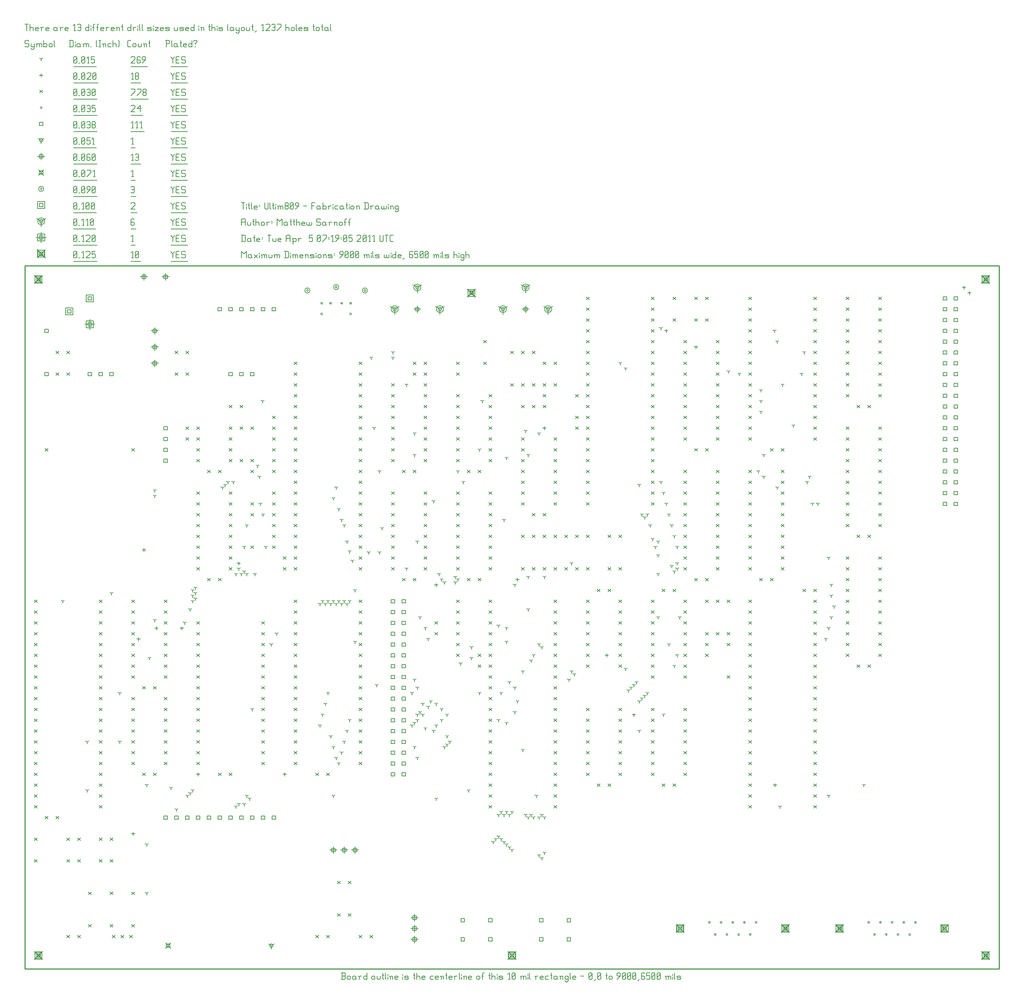
<source format=gbr>
G04 start of page 9 for group -3984 idx -3984 *
G04 Title: Ultim809, fab *
G04 Creator: pcb 20091103 *
G04 CreationDate: Tue Apr  5 07:19:05 2011 UTC *
G04 For: matt *
G04 Format: Gerber/RS-274X *
G04 PCB-Dimensions: 900000 650000 *
G04 PCB-Coordinate-Origin: lower left *
%MOIN*%
%FSLAX25Y25*%
%LNFAB*%
%ADD11C,0.0200*%
%ADD12C,0.0100*%
%ADD39C,0.0060*%
%ADD56R,0.0080X0.0080*%
G54D11*G36*
X748900Y41666D02*X756665Y33900D01*
X756100Y33335D01*
X748334Y41100D01*
X748900Y41666D01*
G37*
G36*
X748334Y33900D02*X756100Y41666D01*
X756665Y41100D01*
X748900Y33335D01*
X748334Y33900D01*
G37*
G54D56*X750900Y39100D02*X754100D01*
X750900D02*Y35900D01*
X754100D01*
Y39100D02*Y35900D01*
X749300Y40700D02*X755700D01*
X749300D02*Y34300D01*
X755700D01*
Y40700D02*Y34300D01*
G54D11*G36*
X846100Y41666D02*X853865Y33900D01*
X853300Y33335D01*
X845534Y41100D01*
X846100Y41666D01*
G37*
G36*
X845534Y33900D02*X853300Y41666D01*
X853865Y41100D01*
X846100Y33335D01*
X845534Y33900D01*
G37*
G54D56*X848100Y39100D02*X851300D01*
X848100D02*Y35900D01*
X851300D01*
Y39100D02*Y35900D01*
X846500Y40700D02*X852900D01*
X846500D02*Y34300D01*
X852900D01*
Y40700D02*Y34300D01*
G54D11*G36*
X601700Y41666D02*X609465Y33900D01*
X608900Y33335D01*
X601134Y41100D01*
X601700Y41666D01*
G37*
G36*
X601134Y33900D02*X608900Y41666D01*
X609465Y41100D01*
X601700Y33335D01*
X601134Y33900D01*
G37*
G54D56*X603700Y39100D02*X606900D01*
X603700D02*Y35900D01*
X606900D01*
Y39100D02*Y35900D01*
X602100Y40700D02*X608500D01*
X602100D02*Y34300D01*
X608500D01*
Y40700D02*Y34300D01*
G54D11*G36*
X698900Y41666D02*X706665Y33900D01*
X706100Y33335D01*
X698334Y41100D01*
X698900Y41666D01*
G37*
G36*
X698334Y33900D02*X706100Y41666D01*
X706665Y41100D01*
X698900Y33335D01*
X698334Y33900D01*
G37*
G54D56*X700900Y39100D02*X704100D01*
X700900D02*Y35900D01*
X704100D01*
Y39100D02*Y35900D01*
X699300Y40700D02*X705700D01*
X699300D02*Y34300D01*
X705700D01*
Y40700D02*Y34300D01*
G54D11*G36*
X883900Y16666D02*X891665Y8900D01*
X891100Y8335D01*
X883334Y16100D01*
X883900Y16666D01*
G37*
G36*
X883334Y8900D02*X891100Y16666D01*
X891665Y16100D01*
X883900Y8335D01*
X883334Y8900D01*
G37*
G54D56*X885900Y14100D02*X889100D01*
X885900D02*Y10900D01*
X889100D01*
Y14100D02*Y10900D01*
X884300Y15700D02*X890700D01*
X884300D02*Y9300D01*
X890700D01*
Y15700D02*Y9300D01*
G54D11*G36*
X8900Y641666D02*X16665Y633900D01*
X16100Y633335D01*
X8334Y641100D01*
X8900Y641666D01*
G37*
G36*
X8334Y633900D02*X16100Y641666D01*
X16665Y641100D01*
X8900Y633335D01*
X8334Y633900D01*
G37*
G54D56*X10900Y639100D02*X14100D01*
X10900D02*Y635900D01*
X14100D01*
Y639100D02*Y635900D01*
X9300Y640700D02*X15700D01*
X9300D02*Y634300D01*
X15700D01*
Y640700D02*Y634300D01*
G54D11*G36*
X883900Y641666D02*X891665Y633900D01*
X891100Y633335D01*
X883334Y641100D01*
X883900Y641666D01*
G37*
G36*
X883334Y633900D02*X891100Y641666D01*
X891665Y641100D01*
X883900Y633335D01*
X883334Y633900D01*
G37*
G54D56*X885900Y639100D02*X889100D01*
X885900D02*Y635900D01*
X889100D01*
Y639100D02*Y635900D01*
X884300Y640700D02*X890700D01*
X884300D02*Y634300D01*
X890700D01*
Y640700D02*Y634300D01*
G54D11*G36*
X8900Y16666D02*X16665Y8900D01*
X16100Y8335D01*
X8334Y16100D01*
X8900Y16666D01*
G37*
G36*
X8334Y8900D02*X16100Y16666D01*
X16665Y16100D01*
X8900Y8335D01*
X8334Y8900D01*
G37*
G54D56*X10900Y14100D02*X14100D01*
X10900D02*Y10900D01*
X14100D01*
Y14100D02*Y10900D01*
X9300Y15700D02*X15700D01*
X9300D02*Y9300D01*
X15700D01*
Y15700D02*Y9300D01*
G54D11*G36*
X446400Y16666D02*X454165Y8900D01*
X453600Y8335D01*
X445834Y16100D01*
X446400Y16666D01*
G37*
G36*
X445834Y8900D02*X453600Y16666D01*
X454165Y16100D01*
X446400Y8335D01*
X445834Y8900D01*
G37*
G54D56*X448400Y14100D02*X451600D01*
X448400D02*Y10900D01*
X451600D01*
Y14100D02*Y10900D01*
X446800Y15700D02*X453200D01*
X446800D02*Y9300D01*
X453200D01*
Y15700D02*Y9300D01*
G54D11*G36*
X408900Y629166D02*X416665Y621400D01*
X416100Y620835D01*
X408334Y628600D01*
X408900Y629166D01*
G37*
G36*
X408334Y621400D02*X416100Y629166D01*
X416665Y628600D01*
X408900Y620835D01*
X408334Y621400D01*
G37*
G54D56*X410900Y626600D02*X414100D01*
X410900D02*Y623400D01*
X414100D01*
Y626600D02*Y623400D01*
X409300Y628200D02*X415700D01*
X409300D02*Y621800D01*
X415700D01*
Y628200D02*Y621800D01*
G54D11*G36*
X11400Y665415D02*X19165Y657650D01*
X18600Y657084D01*
X10834Y664850D01*
X11400Y665415D01*
G37*
G36*
X10834Y657650D02*X18600Y665415D01*
X19165Y664850D01*
X11400Y657084D01*
X10834Y657650D01*
G37*
G54D56*X13400Y662850D02*X16600D01*
X13400D02*Y659650D01*
X16600D01*
Y662850D02*Y659650D01*
X11800Y664450D02*X18200D01*
X11800D02*Y658050D01*
X18200D01*
Y664450D02*Y658050D01*
G54D39*X135000Y663500D02*Y662750D01*
X136500Y661250D01*
X138000Y662750D01*
Y663500D02*Y662750D01*
X136500Y661250D02*Y657500D01*
X139801Y660500D02*X142051D01*
X139801Y657500D02*X142801D01*
X139801Y663500D02*Y657500D01*
Y663500D02*X142801D01*
X147603D02*X148353Y662750D01*
X145353Y663500D02*X147603D01*
X144603Y662750D02*X145353Y663500D01*
X144603Y662750D02*Y661250D01*
X145353Y660500D01*
X147603D01*
X148353Y659750D01*
Y658250D01*
X147603Y657500D02*X148353Y658250D01*
X145353Y657500D02*X147603D01*
X144603Y658250D02*X145353Y657500D01*
X135000Y654249D02*X150154D01*
X98750Y657500D02*X100250D01*
X99500Y663500D02*Y657500D01*
X98000Y662000D02*X99500Y663500D01*
X102051Y658250D02*X102801Y657500D01*
X102051Y662750D02*Y658250D01*
Y662750D02*X102801Y663500D01*
X104301D01*
X105051Y662750D01*
Y658250D01*
X104301Y657500D02*X105051Y658250D01*
X102801Y657500D02*X104301D01*
X102051Y659000D02*X105051Y662000D01*
X98000Y654249D02*X106853D01*
X45000Y658250D02*X45750Y657500D01*
X45000Y662750D02*Y658250D01*
Y662750D02*X45750Y663500D01*
X47250D01*
X48000Y662750D01*
Y658250D01*
X47250Y657500D02*X48000Y658250D01*
X45750Y657500D02*X47250D01*
X45000Y659000D02*X48000Y662000D01*
X49801Y657500D02*X50551D01*
X53103D02*X54603D01*
X53853Y663500D02*Y657500D01*
X52353Y662000D02*X53853Y663500D01*
X56404Y662750D02*X57154Y663500D01*
X59404D01*
X60154Y662750D01*
Y661250D01*
X56404Y657500D02*X60154Y661250D01*
X56404Y657500D02*X60154D01*
X61956Y663500D02*X64956D01*
X61956D02*Y660500D01*
X62706Y661250D01*
X64206D01*
X64956Y660500D01*
Y658250D01*
X64206Y657500D02*X64956Y658250D01*
X62706Y657500D02*X64206D01*
X61956Y658250D02*X62706Y657500D01*
X45000Y654249D02*X66757D01*
X60000Y600800D02*Y591200D01*
X55200Y596000D02*X64800D01*
X58400Y597600D02*X61600D01*
X58400D02*Y594400D01*
X61600D01*
Y597600D02*Y594400D01*
X56800Y599200D02*X63200D01*
X56800D02*Y592800D01*
X63200D01*
Y599200D02*Y592800D01*
X15000Y681050D02*Y671450D01*
X10200Y676250D02*X19800D01*
X13400Y677850D02*X16600D01*
X13400D02*Y674650D01*
X16600D01*
Y677850D02*Y674650D01*
X11800Y679450D02*X18200D01*
X11800D02*Y673050D01*
X18200D01*
Y679450D02*Y673050D01*
X135000Y678500D02*Y677750D01*
X136500Y676250D01*
X138000Y677750D01*
Y678500D02*Y677750D01*
X136500Y676250D02*Y672500D01*
X139801Y675500D02*X142051D01*
X139801Y672500D02*X142801D01*
X139801Y678500D02*Y672500D01*
Y678500D02*X142801D01*
X147603D02*X148353Y677750D01*
X145353Y678500D02*X147603D01*
X144603Y677750D02*X145353Y678500D01*
X144603Y677750D02*Y676250D01*
X145353Y675500D01*
X147603D01*
X148353Y674750D01*
Y673250D01*
X147603Y672500D02*X148353Y673250D01*
X145353Y672500D02*X147603D01*
X144603Y673250D02*X145353Y672500D01*
X135000Y669249D02*X150154D01*
X98750Y672500D02*X100250D01*
X99500Y678500D02*Y672500D01*
X98000Y677000D02*X99500Y678500D01*
X98000Y669249D02*X102051D01*
X45000Y673250D02*X45750Y672500D01*
X45000Y677750D02*Y673250D01*
Y677750D02*X45750Y678500D01*
X47250D01*
X48000Y677750D01*
Y673250D01*
X47250Y672500D02*X48000Y673250D01*
X45750Y672500D02*X47250D01*
X45000Y674000D02*X48000Y677000D01*
X49801Y672500D02*X50551D01*
X53103D02*X54603D01*
X53853Y678500D02*Y672500D01*
X52353Y677000D02*X53853Y678500D01*
X56404Y677750D02*X57154Y678500D01*
X59404D01*
X60154Y677750D01*
Y676250D01*
X56404Y672500D02*X60154Y676250D01*
X56404Y672500D02*X60154D01*
X61956Y673250D02*X62706Y672500D01*
X61956Y677750D02*Y673250D01*
Y677750D02*X62706Y678500D01*
X64206D01*
X64956Y677750D01*
Y673250D01*
X64206Y672500D02*X64956Y673250D01*
X62706Y672500D02*X64206D01*
X61956Y674000D02*X64956Y677000D01*
X45000Y669249D02*X66757D01*
X362500Y630000D02*Y625200D01*
Y630000D02*X366660Y632400D01*
X362500Y630000D02*X358340Y632400D01*
X360900Y630000D02*G75*G03X364100Y630000I1600J0D01*G01*
G75*G03X360900Y630000I-1600J0D01*G01*
X359300D02*G75*G03X365700Y630000I3200J0D01*G01*
G75*G03X359300Y630000I-3200J0D01*G01*
X341600Y610000D02*Y605200D01*
Y610000D02*X345760Y612400D01*
X341600Y610000D02*X337440Y612400D01*
X340000Y610000D02*G75*G03X343200Y610000I1600J0D01*G01*
G75*G03X340000Y610000I-1600J0D01*G01*
X338400D02*G75*G03X344800Y610000I3200J0D01*G01*
G75*G03X338400Y610000I-3200J0D01*G01*
X383400D02*Y605200D01*
Y610000D02*X387560Y612400D01*
X383400Y610000D02*X379240Y612400D01*
X381800Y610000D02*G75*G03X385000Y610000I1600J0D01*G01*
G75*G03X381800Y610000I-1600J0D01*G01*
X380200D02*G75*G03X386600Y610000I3200J0D01*G01*
G75*G03X380200Y610000I-3200J0D01*G01*
X462500Y630000D02*Y625200D01*
Y630000D02*X466660Y632400D01*
X462500Y630000D02*X458340Y632400D01*
X460900Y630000D02*G75*G03X464100Y630000I1600J0D01*G01*
G75*G03X460900Y630000I-1600J0D01*G01*
X459300D02*G75*G03X465700Y630000I3200J0D01*G01*
G75*G03X459300Y630000I-3200J0D01*G01*
X441600Y610000D02*Y605200D01*
Y610000D02*X445760Y612400D01*
X441600Y610000D02*X437440Y612400D01*
X440000Y610000D02*G75*G03X443200Y610000I1600J0D01*G01*
G75*G03X440000Y610000I-1600J0D01*G01*
X438400D02*G75*G03X444800Y610000I3200J0D01*G01*
G75*G03X438400Y610000I-3200J0D01*G01*
X483400D02*Y605200D01*
Y610000D02*X487560Y612400D01*
X483400Y610000D02*X479240Y612400D01*
X481800Y610000D02*G75*G03X485000Y610000I1600J0D01*G01*
G75*G03X481800Y610000I-1600J0D01*G01*
X480200D02*G75*G03X486600Y610000I3200J0D01*G01*
G75*G03X480200Y610000I-3200J0D01*G01*
X15000Y691250D02*Y686450D01*
Y691250D02*X19160Y693650D01*
X15000Y691250D02*X10840Y693650D01*
X13400Y691250D02*G75*G03X16600Y691250I1600J0D01*G01*
G75*G03X13400Y691250I-1600J0D01*G01*
X11800D02*G75*G03X18200Y691250I3200J0D01*G01*
G75*G03X11800Y691250I-3200J0D01*G01*
X135000Y693500D02*Y692750D01*
X136500Y691250D01*
X138000Y692750D01*
Y693500D02*Y692750D01*
X136500Y691250D02*Y687500D01*
X139801Y690500D02*X142051D01*
X139801Y687500D02*X142801D01*
X139801Y693500D02*Y687500D01*
Y693500D02*X142801D01*
X147603D02*X148353Y692750D01*
X145353Y693500D02*X147603D01*
X144603Y692750D02*X145353Y693500D01*
X144603Y692750D02*Y691250D01*
X145353Y690500D01*
X147603D01*
X148353Y689750D01*
Y688250D01*
X147603Y687500D02*X148353Y688250D01*
X145353Y687500D02*X147603D01*
X144603Y688250D02*X145353Y687500D01*
X135000Y684249D02*X150154D01*
X100250Y693500D02*X101000Y692750D01*
X98750Y693500D02*X100250D01*
X98000Y692750D02*X98750Y693500D01*
X98000Y692750D02*Y688250D01*
X98750Y687500D01*
X100250Y690500D02*X101000Y689750D01*
X98000Y690500D02*X100250D01*
X98750Y687500D02*X100250D01*
X101000Y688250D01*
Y689750D02*Y688250D01*
X98000Y684249D02*X102801D01*
X45000Y688250D02*X45750Y687500D01*
X45000Y692750D02*Y688250D01*
Y692750D02*X45750Y693500D01*
X47250D01*
X48000Y692750D01*
Y688250D01*
X47250Y687500D02*X48000Y688250D01*
X45750Y687500D02*X47250D01*
X45000Y689000D02*X48000Y692000D01*
X49801Y687500D02*X50551D01*
X53103D02*X54603D01*
X53853Y693500D02*Y687500D01*
X52353Y692000D02*X53853Y693500D01*
X57154Y687500D02*X58654D01*
X57904Y693500D02*Y687500D01*
X56404Y692000D02*X57904Y693500D01*
X60456Y688250D02*X61206Y687500D01*
X60456Y692750D02*Y688250D01*
Y692750D02*X61206Y693500D01*
X62706D01*
X63456Y692750D01*
Y688250D01*
X62706Y687500D02*X63456Y688250D01*
X61206Y687500D02*X62706D01*
X60456Y689000D02*X63456Y692000D01*
X45000Y684249D02*X65257D01*
X39400Y609600D02*X42600D01*
X39400D02*Y606400D01*
X42600D01*
Y609600D02*Y606400D01*
X37800Y611200D02*X44200D01*
X37800D02*Y604800D01*
X44200D01*
Y611200D02*Y604800D01*
X58400Y621600D02*X61600D01*
X58400D02*Y618400D01*
X61600D01*
Y621600D02*Y618400D01*
X56800Y623200D02*X63200D01*
X56800D02*Y616800D01*
X63200D01*
Y623200D02*Y616800D01*
X13400Y707850D02*X16600D01*
X13400D02*Y704650D01*
X16600D01*
Y707850D02*Y704650D01*
X11800Y709450D02*X18200D01*
X11800D02*Y703050D01*
X18200D01*
Y709450D02*Y703050D01*
X135000Y708500D02*Y707750D01*
X136500Y706250D01*
X138000Y707750D01*
Y708500D02*Y707750D01*
X136500Y706250D02*Y702500D01*
X139801Y705500D02*X142051D01*
X139801Y702500D02*X142801D01*
X139801Y708500D02*Y702500D01*
Y708500D02*X142801D01*
X147603D02*X148353Y707750D01*
X145353Y708500D02*X147603D01*
X144603Y707750D02*X145353Y708500D01*
X144603Y707750D02*Y706250D01*
X145353Y705500D01*
X147603D01*
X148353Y704750D01*
Y703250D01*
X147603Y702500D02*X148353Y703250D01*
X145353Y702500D02*X147603D01*
X144603Y703250D02*X145353Y702500D01*
X135000Y699249D02*X150154D01*
X98000Y707750D02*X98750Y708500D01*
X101000D01*
X101750Y707750D01*
Y706250D01*
X98000Y702500D02*X101750Y706250D01*
X98000Y702500D02*X101750D01*
X98000Y699249D02*X103551D01*
X45000Y703250D02*X45750Y702500D01*
X45000Y707750D02*Y703250D01*
Y707750D02*X45750Y708500D01*
X47250D01*
X48000Y707750D01*
Y703250D01*
X47250Y702500D02*X48000Y703250D01*
X45750Y702500D02*X47250D01*
X45000Y704000D02*X48000Y707000D01*
X49801Y702500D02*X50551D01*
X53103D02*X54603D01*
X53853Y708500D02*Y702500D01*
X52353Y707000D02*X53853Y708500D01*
X56404Y703250D02*X57154Y702500D01*
X56404Y707750D02*Y703250D01*
Y707750D02*X57154Y708500D01*
X58654D01*
X59404Y707750D01*
Y703250D01*
X58654Y702500D02*X59404Y703250D01*
X57154Y702500D02*X58654D01*
X56404Y704000D02*X59404Y707000D01*
X61206Y703250D02*X61956Y702500D01*
X61206Y707750D02*Y703250D01*
Y707750D02*X61956Y708500D01*
X63456D01*
X64206Y707750D01*
Y703250D01*
X63456Y702500D02*X64206Y703250D01*
X61956Y702500D02*X63456D01*
X61206Y704000D02*X64206Y707000D01*
X45000Y699249D02*X66007D01*
X260125Y627283D02*G75*G03X261725Y627283I800J0D01*G01*
G75*G03X260125Y627283I-800J0D01*G01*
X258525D02*G75*G03X263325Y627283I2400J0D01*G01*
G75*G03X258525Y627283I-2400J0D01*G01*
X286700Y630433D02*G75*G03X288300Y630433I800J0D01*G01*
G75*G03X286700Y630433I-800J0D01*G01*
X285100D02*G75*G03X289900Y630433I2400J0D01*G01*
G75*G03X285100Y630433I-2400J0D01*G01*
X313275Y627283D02*G75*G03X314875Y627283I800J0D01*G01*
G75*G03X313275Y627283I-800J0D01*G01*
X311675D02*G75*G03X316475Y627283I2400J0D01*G01*
G75*G03X311675Y627283I-2400J0D01*G01*
X14200Y721250D02*G75*G03X15800Y721250I800J0D01*G01*
G75*G03X14200Y721250I-800J0D01*G01*
X12600D02*G75*G03X17400Y721250I2400J0D01*G01*
G75*G03X12600Y721250I-2400J0D01*G01*
X135000Y723500D02*Y722750D01*
X136500Y721250D01*
X138000Y722750D01*
Y723500D02*Y722750D01*
X136500Y721250D02*Y717500D01*
X139801Y720500D02*X142051D01*
X139801Y717500D02*X142801D01*
X139801Y723500D02*Y717500D01*
Y723500D02*X142801D01*
X147603D02*X148353Y722750D01*
X145353Y723500D02*X147603D01*
X144603Y722750D02*X145353Y723500D01*
X144603Y722750D02*Y721250D01*
X145353Y720500D01*
X147603D01*
X148353Y719750D01*
Y718250D01*
X147603Y717500D02*X148353Y718250D01*
X145353Y717500D02*X147603D01*
X144603Y718250D02*X145353Y717500D01*
X135000Y714249D02*X150154D01*
X98000Y722750D02*X98750Y723500D01*
X100250D01*
X101000Y722750D01*
Y718250D01*
X100250Y717500D02*X101000Y718250D01*
X98750Y717500D02*X100250D01*
X98000Y718250D02*X98750Y717500D01*
Y720500D02*X101000D01*
X98000Y714249D02*X102801D01*
X45000Y718250D02*X45750Y717500D01*
X45000Y722750D02*Y718250D01*
Y722750D02*X45750Y723500D01*
X47250D01*
X48000Y722750D01*
Y718250D01*
X47250Y717500D02*X48000Y718250D01*
X45750Y717500D02*X47250D01*
X45000Y719000D02*X48000Y722000D01*
X49801Y717500D02*X50551D01*
X52353Y718250D02*X53103Y717500D01*
X52353Y722750D02*Y718250D01*
Y722750D02*X53103Y723500D01*
X54603D01*
X55353Y722750D01*
Y718250D01*
X54603Y717500D02*X55353Y718250D01*
X53103Y717500D02*X54603D01*
X52353Y719000D02*X55353Y722000D01*
X57154Y717500D02*X60154Y720500D01*
Y722750D02*Y720500D01*
X59404Y723500D02*X60154Y722750D01*
X57904Y723500D02*X59404D01*
X57154Y722750D02*X57904Y723500D01*
X57154Y722750D02*Y721250D01*
X57904Y720500D01*
X60154D01*
X61956Y718250D02*X62706Y717500D01*
X61956Y722750D02*Y718250D01*
Y722750D02*X62706Y723500D01*
X64206D01*
X64956Y722750D01*
Y718250D01*
X64206Y717500D02*X64956Y718250D01*
X62706Y717500D02*X64206D01*
X61956Y719000D02*X64956Y722000D01*
X45000Y714249D02*X66757D01*
X129963Y24053D02*X134763Y19253D01*
X129963D02*X134763Y24053D01*
X130763Y23253D02*X133963D01*
X130763D02*Y20053D01*
X133963D01*
Y23253D02*Y20053D01*
X12600Y738650D02*X17400Y733850D01*
X12600D02*X17400Y738650D01*
X13400Y737850D02*X16600D01*
X13400D02*Y734650D01*
X16600D01*
Y737850D02*Y734650D01*
X135000Y738500D02*Y737750D01*
X136500Y736250D01*
X138000Y737750D01*
Y738500D02*Y737750D01*
X136500Y736250D02*Y732500D01*
X139801Y735500D02*X142051D01*
X139801Y732500D02*X142801D01*
X139801Y738500D02*Y732500D01*
Y738500D02*X142801D01*
X147603D02*X148353Y737750D01*
X145353Y738500D02*X147603D01*
X144603Y737750D02*X145353Y738500D01*
X144603Y737750D02*Y736250D01*
X145353Y735500D01*
X147603D01*
X148353Y734750D01*
Y733250D01*
X147603Y732500D02*X148353Y733250D01*
X145353Y732500D02*X147603D01*
X144603Y733250D02*X145353Y732500D01*
X135000Y729249D02*X150154D01*
X98750Y732500D02*X100250D01*
X99500Y738500D02*Y732500D01*
X98000Y737000D02*X99500Y738500D01*
X98000Y729249D02*X102051D01*
X45000Y733250D02*X45750Y732500D01*
X45000Y737750D02*Y733250D01*
Y737750D02*X45750Y738500D01*
X47250D01*
X48000Y737750D01*
Y733250D01*
X47250Y732500D02*X48000Y733250D01*
X45750Y732500D02*X47250D01*
X45000Y734000D02*X48000Y737000D01*
X49801Y732500D02*X50551D01*
X52353Y733250D02*X53103Y732500D01*
X52353Y737750D02*Y733250D01*
Y737750D02*X53103Y738500D01*
X54603D01*
X55353Y737750D01*
Y733250D01*
X54603Y732500D02*X55353Y733250D01*
X53103Y732500D02*X54603D01*
X52353Y734000D02*X55353Y737000D01*
X57154Y732500D02*X60904Y736250D01*
Y738500D02*Y736250D01*
X57154Y738500D02*X60904D01*
X63456Y732500D02*X64956D01*
X64206Y738500D02*Y732500D01*
X62706Y737000D02*X64206Y738500D01*
X45000Y729249D02*X66757D01*
X360000Y40700D02*Y34300D01*
X356800Y37500D02*X363200D01*
X358400Y39100D02*X361600D01*
X358400D02*Y35900D01*
X361600D01*
Y39100D02*Y35900D01*
X360000Y50700D02*Y44300D01*
X356800Y47500D02*X363200D01*
X358400Y49100D02*X361600D01*
X358400D02*Y45900D01*
X361600D01*
Y49100D02*Y45900D01*
X360000Y30700D02*Y24300D01*
X356800Y27500D02*X363200D01*
X358400Y29100D02*X361600D01*
X358400D02*Y25900D01*
X361600D01*
Y29100D02*Y25900D01*
X295000Y113200D02*Y106800D01*
X291800Y110000D02*X298200D01*
X293400Y111600D02*X296600D01*
X293400D02*Y108400D01*
X296600D01*
Y111600D02*Y108400D01*
X305000Y113200D02*Y106800D01*
X301800Y110000D02*X308200D01*
X303400Y111600D02*X306600D01*
X303400D02*Y108400D01*
X306600D01*
Y111600D02*Y108400D01*
X285000Y113200D02*Y106800D01*
X281800Y110000D02*X288200D01*
X283400Y111600D02*X286600D01*
X283400D02*Y108400D01*
X286600D01*
Y111600D02*Y108400D01*
X362500Y613200D02*Y606800D01*
X359300Y610000D02*X365700D01*
X360900Y611600D02*X364100D01*
X360900D02*Y608400D01*
X364100D01*
Y611600D02*Y608400D01*
X462500Y613200D02*Y606800D01*
X459300Y610000D02*X465700D01*
X460900Y611600D02*X464100D01*
X460900D02*Y608400D01*
X464100D01*
Y611600D02*Y608400D01*
X120000Y593200D02*Y586800D01*
X116800Y590000D02*X123200D01*
X118400Y591600D02*X121600D01*
X118400D02*Y588400D01*
X121600D01*
Y591600D02*Y588400D01*
X120000Y578200D02*Y571800D01*
X116800Y575000D02*X123200D01*
X118400Y576600D02*X121600D01*
X118400D02*Y573400D01*
X121600D01*
Y576600D02*Y573400D01*
X120000Y563200D02*Y556800D01*
X116800Y560000D02*X123200D01*
X118400Y561600D02*X121600D01*
X118400D02*Y558400D01*
X121600D01*
Y561600D02*Y558400D01*
X130000Y643200D02*Y636800D01*
X126800Y640000D02*X133200D01*
X128400Y641600D02*X131600D01*
X128400D02*Y638400D01*
X131600D01*
Y641600D02*Y638400D01*
X110000Y643200D02*Y636800D01*
X106800Y640000D02*X113200D01*
X108400Y641600D02*X111600D01*
X108400D02*Y638400D01*
X111600D01*
Y641600D02*Y638400D01*
X15000Y754450D02*Y748050D01*
X11800Y751250D02*X18200D01*
X13400Y752850D02*X16600D01*
X13400D02*Y749650D01*
X16600D01*
Y752850D02*Y749650D01*
X135000Y753500D02*Y752750D01*
X136500Y751250D01*
X138000Y752750D01*
Y753500D02*Y752750D01*
X136500Y751250D02*Y747500D01*
X139801Y750500D02*X142051D01*
X139801Y747500D02*X142801D01*
X139801Y753500D02*Y747500D01*
Y753500D02*X142801D01*
X147603D02*X148353Y752750D01*
X145353Y753500D02*X147603D01*
X144603Y752750D02*X145353Y753500D01*
X144603Y752750D02*Y751250D01*
X145353Y750500D01*
X147603D01*
X148353Y749750D01*
Y748250D01*
X147603Y747500D02*X148353Y748250D01*
X145353Y747500D02*X147603D01*
X144603Y748250D02*X145353Y747500D01*
X135000Y744249D02*X150154D01*
X98750Y747500D02*X100250D01*
X99500Y753500D02*Y747500D01*
X98000Y752000D02*X99500Y753500D01*
X102051Y752750D02*X102801Y753500D01*
X104301D01*
X105051Y752750D01*
Y748250D01*
X104301Y747500D02*X105051Y748250D01*
X102801Y747500D02*X104301D01*
X102051Y748250D02*X102801Y747500D01*
Y750500D02*X105051D01*
X98000Y744249D02*X106853D01*
X45000Y748250D02*X45750Y747500D01*
X45000Y752750D02*Y748250D01*
Y752750D02*X45750Y753500D01*
X47250D01*
X48000Y752750D01*
Y748250D01*
X47250Y747500D02*X48000Y748250D01*
X45750Y747500D02*X47250D01*
X45000Y749000D02*X48000Y752000D01*
X49801Y747500D02*X50551D01*
X52353Y748250D02*X53103Y747500D01*
X52353Y752750D02*Y748250D01*
Y752750D02*X53103Y753500D01*
X54603D01*
X55353Y752750D01*
Y748250D01*
X54603Y747500D02*X55353Y748250D01*
X53103Y747500D02*X54603D01*
X52353Y749000D02*X55353Y752000D01*
X59404Y753500D02*X60154Y752750D01*
X57904Y753500D02*X59404D01*
X57154Y752750D02*X57904Y753500D01*
X57154Y752750D02*Y748250D01*
X57904Y747500D01*
X59404Y750500D02*X60154Y749750D01*
X57154Y750500D02*X59404D01*
X57904Y747500D02*X59404D01*
X60154Y748250D01*
Y749750D02*Y748250D01*
X61956D02*X62706Y747500D01*
X61956Y752750D02*Y748250D01*
Y752750D02*X62706Y753500D01*
X64206D01*
X64956Y752750D01*
Y748250D01*
X64206Y747500D02*X64956Y748250D01*
X62706Y747500D02*X64206D01*
X61956Y749000D02*X64956Y752000D01*
X45000Y744249D02*X66757D01*
X227637Y21653D02*Y18453D01*
Y21653D02*X230410Y23253D01*
X227637Y21653D02*X224864Y23253D01*
X226037Y21653D02*G75*G03X229237Y21653I1600J0D01*G01*
G75*G03X226037Y21653I-1600J0D01*G01*
X15000Y766250D02*Y763050D01*
Y766250D02*X17773Y767850D01*
X15000Y766250D02*X12227Y767850D01*
X13400Y766250D02*G75*G03X16600Y766250I1600J0D01*G01*
G75*G03X13400Y766250I-1600J0D01*G01*
X135000Y768500D02*Y767750D01*
X136500Y766250D01*
X138000Y767750D01*
Y768500D02*Y767750D01*
X136500Y766250D02*Y762500D01*
X139801Y765500D02*X142051D01*
X139801Y762500D02*X142801D01*
X139801Y768500D02*Y762500D01*
Y768500D02*X142801D01*
X147603D02*X148353Y767750D01*
X145353Y768500D02*X147603D01*
X144603Y767750D02*X145353Y768500D01*
X144603Y767750D02*Y766250D01*
X145353Y765500D01*
X147603D01*
X148353Y764750D01*
Y763250D01*
X147603Y762500D02*X148353Y763250D01*
X145353Y762500D02*X147603D01*
X144603Y763250D02*X145353Y762500D01*
X135000Y759249D02*X150154D01*
X98750Y762500D02*X100250D01*
X99500Y768500D02*Y762500D01*
X98000Y767000D02*X99500Y768500D01*
X98000Y759249D02*X102051D01*
X45000Y763250D02*X45750Y762500D01*
X45000Y767750D02*Y763250D01*
Y767750D02*X45750Y768500D01*
X47250D01*
X48000Y767750D01*
Y763250D01*
X47250Y762500D02*X48000Y763250D01*
X45750Y762500D02*X47250D01*
X45000Y764000D02*X48000Y767000D01*
X49801Y762500D02*X50551D01*
X52353Y763250D02*X53103Y762500D01*
X52353Y767750D02*Y763250D01*
Y767750D02*X53103Y768500D01*
X54603D01*
X55353Y767750D01*
Y763250D01*
X54603Y762500D02*X55353Y763250D01*
X53103Y762500D02*X54603D01*
X52353Y764000D02*X55353Y767000D01*
X57154Y768500D02*X60154D01*
X57154D02*Y765500D01*
X57904Y766250D01*
X59404D01*
X60154Y765500D01*
Y763250D01*
X59404Y762500D02*X60154Y763250D01*
X57904Y762500D02*X59404D01*
X57154Y763250D02*X57904Y762500D01*
X62706D02*X64206D01*
X63456Y768500D02*Y762500D01*
X61956Y767000D02*X63456Y768500D01*
X45000Y759249D02*X66007D01*
X228400Y141600D02*X231600D01*
X228400D02*Y138400D01*
X231600D01*
Y141600D02*Y138400D01*
X218400Y141600D02*X221600D01*
X218400D02*Y138400D01*
X221600D01*
Y141600D02*Y138400D01*
X208400Y141600D02*X211600D01*
X208400D02*Y138400D01*
X211600D01*
Y141600D02*Y138400D01*
X198400Y141600D02*X201600D01*
X198400D02*Y138400D01*
X201600D01*
Y141600D02*Y138400D01*
X188400Y141600D02*X191600D01*
X188400D02*Y138400D01*
X191600D01*
Y141600D02*Y138400D01*
X178400Y141600D02*X181600D01*
X178400D02*Y138400D01*
X181600D01*
Y141600D02*Y138400D01*
X168400Y141600D02*X171600D01*
X168400D02*Y138400D01*
X171600D01*
Y141600D02*Y138400D01*
X158400Y141600D02*X161600D01*
X158400D02*Y138400D01*
X161600D01*
Y141600D02*Y138400D01*
X148400Y141600D02*X151600D01*
X148400D02*Y138400D01*
X151600D01*
Y141600D02*Y138400D01*
X138400Y141600D02*X141600D01*
X138400D02*Y138400D01*
X141600D01*
Y141600D02*Y138400D01*
X128400Y141600D02*X131600D01*
X128400D02*Y138400D01*
X131600D01*
Y141600D02*Y138400D01*
X338400Y341600D02*X341600D01*
X338400D02*Y338400D01*
X341600D01*
Y341600D02*Y338400D01*
X348400Y341600D02*X351600D01*
X348400D02*Y338400D01*
X351600D01*
Y341600D02*Y338400D01*
X338400Y331600D02*X341600D01*
X338400D02*Y328400D01*
X341600D01*
Y331600D02*Y328400D01*
X348400Y331600D02*X351600D01*
X348400D02*Y328400D01*
X351600D01*
Y331600D02*Y328400D01*
X338400Y321600D02*X341600D01*
X338400D02*Y318400D01*
X341600D01*
Y321600D02*Y318400D01*
X348400Y321600D02*X351600D01*
X348400D02*Y318400D01*
X351600D01*
Y321600D02*Y318400D01*
X338400Y311600D02*X341600D01*
X338400D02*Y308400D01*
X341600D01*
Y311600D02*Y308400D01*
X348400Y311600D02*X351600D01*
X348400D02*Y308400D01*
X351600D01*
Y311600D02*Y308400D01*
X338400Y301600D02*X341600D01*
X338400D02*Y298400D01*
X341600D01*
Y301600D02*Y298400D01*
X348400Y301600D02*X351600D01*
X348400D02*Y298400D01*
X351600D01*
Y301600D02*Y298400D01*
X338400Y291600D02*X341600D01*
X338400D02*Y288400D01*
X341600D01*
Y291600D02*Y288400D01*
X348400Y291600D02*X351600D01*
X348400D02*Y288400D01*
X351600D01*
Y291600D02*Y288400D01*
X338400Y281600D02*X341600D01*
X338400D02*Y278400D01*
X341600D01*
Y281600D02*Y278400D01*
X348400Y281600D02*X351600D01*
X348400D02*Y278400D01*
X351600D01*
Y281600D02*Y278400D01*
X338400Y271600D02*X341600D01*
X338400D02*Y268400D01*
X341600D01*
Y271600D02*Y268400D01*
X348400Y271600D02*X351600D01*
X348400D02*Y268400D01*
X351600D01*
Y271600D02*Y268400D01*
X338400Y261600D02*X341600D01*
X338400D02*Y258400D01*
X341600D01*
Y261600D02*Y258400D01*
X348400Y261600D02*X351600D01*
X348400D02*Y258400D01*
X351600D01*
Y261600D02*Y258400D01*
X338400Y251600D02*X341600D01*
X338400D02*Y248400D01*
X341600D01*
Y251600D02*Y248400D01*
X348400Y251600D02*X351600D01*
X348400D02*Y248400D01*
X351600D01*
Y251600D02*Y248400D01*
X338400Y241600D02*X341600D01*
X338400D02*Y238400D01*
X341600D01*
Y241600D02*Y238400D01*
X348400Y241600D02*X351600D01*
X348400D02*Y238400D01*
X351600D01*
Y241600D02*Y238400D01*
X338400Y231600D02*X341600D01*
X338400D02*Y228400D01*
X341600D01*
Y231600D02*Y228400D01*
X348400Y231600D02*X351600D01*
X348400D02*Y228400D01*
X351600D01*
Y231600D02*Y228400D01*
X338400Y221600D02*X341600D01*
X338400D02*Y218400D01*
X341600D01*
Y221600D02*Y218400D01*
X348400Y221600D02*X351600D01*
X348400D02*Y218400D01*
X351600D01*
Y221600D02*Y218400D01*
X338400Y211600D02*X341600D01*
X338400D02*Y208400D01*
X341600D01*
Y211600D02*Y208400D01*
X348400Y211600D02*X351600D01*
X348400D02*Y208400D01*
X351600D01*
Y211600D02*Y208400D01*
X338400Y201600D02*X341600D01*
X338400D02*Y198400D01*
X341600D01*
Y201600D02*Y198400D01*
X348400Y201600D02*X351600D01*
X348400D02*Y198400D01*
X351600D01*
Y201600D02*Y198400D01*
X338400Y191600D02*X341600D01*
X338400D02*Y188400D01*
X341600D01*
Y191600D02*Y188400D01*
X348400Y191600D02*X351600D01*
X348400D02*Y188400D01*
X351600D01*
Y191600D02*Y188400D01*
X338400Y181600D02*X341600D01*
X338400D02*Y178400D01*
X341600D01*
Y181600D02*Y178400D01*
X348400Y181600D02*X351600D01*
X348400D02*Y178400D01*
X351600D01*
Y181600D02*Y178400D01*
X188400Y551600D02*X191600D01*
X188400D02*Y548400D01*
X191600D01*
Y551600D02*Y548400D01*
X198400Y551600D02*X201600D01*
X198400D02*Y548400D01*
X201600D01*
Y551600D02*Y548400D01*
X208400Y551600D02*X211600D01*
X208400D02*Y548400D01*
X211600D01*
Y551600D02*Y548400D01*
X58400Y551600D02*X61600D01*
X58400D02*Y548400D01*
X61600D01*
Y551600D02*Y548400D01*
X68400Y551600D02*X71600D01*
X68400D02*Y548400D01*
X71600D01*
Y551600D02*Y548400D01*
X78400Y551600D02*X81600D01*
X78400D02*Y548400D01*
X81600D01*
Y551600D02*Y548400D01*
X18400Y591600D02*X21600D01*
X18400D02*Y588400D01*
X21600D01*
Y591600D02*Y588400D01*
X18400Y551600D02*X21600D01*
X18400D02*Y548400D01*
X21600D01*
Y551600D02*Y548400D01*
X228400Y611600D02*X231600D01*
X228400D02*Y608400D01*
X231600D01*
Y611600D02*Y608400D01*
X218400Y611600D02*X221600D01*
X218400D02*Y608400D01*
X221600D01*
Y611600D02*Y608400D01*
X208400Y611600D02*X211600D01*
X208400D02*Y608400D01*
X211600D01*
Y611600D02*Y608400D01*
X198400Y611600D02*X201600D01*
X198400D02*Y608400D01*
X201600D01*
Y611600D02*Y608400D01*
X188400Y611600D02*X191600D01*
X188400D02*Y608400D01*
X191600D01*
Y611600D02*Y608400D01*
X178400Y611600D02*X181600D01*
X178400D02*Y608400D01*
X181600D01*
Y611600D02*Y608400D01*
X848400Y621600D02*X851600D01*
X848400D02*Y618400D01*
X851600D01*
Y621600D02*Y618400D01*
X858400Y621600D02*X861600D01*
X858400D02*Y618400D01*
X861600D01*
Y621600D02*Y618400D01*
X848400Y611600D02*X851600D01*
X848400D02*Y608400D01*
X851600D01*
Y611600D02*Y608400D01*
X858400Y611600D02*X861600D01*
X858400D02*Y608400D01*
X861600D01*
Y611600D02*Y608400D01*
X848400Y601600D02*X851600D01*
X848400D02*Y598400D01*
X851600D01*
Y601600D02*Y598400D01*
X858400Y601600D02*X861600D01*
X858400D02*Y598400D01*
X861600D01*
Y601600D02*Y598400D01*
X848400Y591600D02*X851600D01*
X848400D02*Y588400D01*
X851600D01*
Y591600D02*Y588400D01*
X858400Y591600D02*X861600D01*
X858400D02*Y588400D01*
X861600D01*
Y591600D02*Y588400D01*
X848400Y581600D02*X851600D01*
X848400D02*Y578400D01*
X851600D01*
Y581600D02*Y578400D01*
X858400Y581600D02*X861600D01*
X858400D02*Y578400D01*
X861600D01*
Y581600D02*Y578400D01*
X848400Y571600D02*X851600D01*
X848400D02*Y568400D01*
X851600D01*
Y571600D02*Y568400D01*
X858400Y571600D02*X861600D01*
X858400D02*Y568400D01*
X861600D01*
Y571600D02*Y568400D01*
X848400Y561600D02*X851600D01*
X848400D02*Y558400D01*
X851600D01*
Y561600D02*Y558400D01*
X858400Y561600D02*X861600D01*
X858400D02*Y558400D01*
X861600D01*
Y561600D02*Y558400D01*
X848400Y551600D02*X851600D01*
X848400D02*Y548400D01*
X851600D01*
Y551600D02*Y548400D01*
X858400Y551600D02*X861600D01*
X858400D02*Y548400D01*
X861600D01*
Y551600D02*Y548400D01*
X848400Y541600D02*X851600D01*
X848400D02*Y538400D01*
X851600D01*
Y541600D02*Y538400D01*
X858400Y541600D02*X861600D01*
X858400D02*Y538400D01*
X861600D01*
Y541600D02*Y538400D01*
X848400Y531600D02*X851600D01*
X848400D02*Y528400D01*
X851600D01*
Y531600D02*Y528400D01*
X858400Y531600D02*X861600D01*
X858400D02*Y528400D01*
X861600D01*
Y531600D02*Y528400D01*
X848400Y521600D02*X851600D01*
X848400D02*Y518400D01*
X851600D01*
Y521600D02*Y518400D01*
X858400Y521600D02*X861600D01*
X858400D02*Y518400D01*
X861600D01*
Y521600D02*Y518400D01*
X848400Y511600D02*X851600D01*
X848400D02*Y508400D01*
X851600D01*
Y511600D02*Y508400D01*
X858400Y511600D02*X861600D01*
X858400D02*Y508400D01*
X861600D01*
Y511600D02*Y508400D01*
X848400Y501600D02*X851600D01*
X848400D02*Y498400D01*
X851600D01*
Y501600D02*Y498400D01*
X858400Y501600D02*X861600D01*
X858400D02*Y498400D01*
X861600D01*
Y501600D02*Y498400D01*
X848400Y491600D02*X851600D01*
X848400D02*Y488400D01*
X851600D01*
Y491600D02*Y488400D01*
X858400Y491600D02*X861600D01*
X858400D02*Y488400D01*
X861600D01*
Y491600D02*Y488400D01*
X848400Y481600D02*X851600D01*
X848400D02*Y478400D01*
X851600D01*
Y481600D02*Y478400D01*
X858400Y481600D02*X861600D01*
X858400D02*Y478400D01*
X861600D01*
Y481600D02*Y478400D01*
X848400Y471600D02*X851600D01*
X848400D02*Y468400D01*
X851600D01*
Y471600D02*Y468400D01*
X858400Y471600D02*X861600D01*
X858400D02*Y468400D01*
X861600D01*
Y471600D02*Y468400D01*
X848400Y461600D02*X851600D01*
X848400D02*Y458400D01*
X851600D01*
Y461600D02*Y458400D01*
X858400Y461600D02*X861600D01*
X858400D02*Y458400D01*
X861600D01*
Y461600D02*Y458400D01*
X848400Y451600D02*X851600D01*
X848400D02*Y448400D01*
X851600D01*
Y451600D02*Y448400D01*
X858400Y451600D02*X861600D01*
X858400D02*Y448400D01*
X861600D01*
Y451600D02*Y448400D01*
X848400Y441600D02*X851600D01*
X848400D02*Y438400D01*
X851600D01*
Y441600D02*Y438400D01*
X858400Y441600D02*X861600D01*
X858400D02*Y438400D01*
X861600D01*
Y441600D02*Y438400D01*
X848400Y431600D02*X851600D01*
X848400D02*Y428400D01*
X851600D01*
Y431600D02*Y428400D01*
X858400Y431600D02*X861600D01*
X858400D02*Y428400D01*
X861600D01*
Y431600D02*Y428400D01*
X128400Y471600D02*X131600D01*
X128400D02*Y468400D01*
X131600D01*
Y471600D02*Y468400D01*
X128400Y481600D02*X131600D01*
X128400D02*Y478400D01*
X131600D01*
Y481600D02*Y478400D01*
X128400Y491600D02*X131600D01*
X128400D02*Y488400D01*
X131600D01*
Y491600D02*Y488400D01*
X128400Y501600D02*X131600D01*
X128400D02*Y498400D01*
X131600D01*
Y501600D02*Y498400D01*
X428400Y29100D02*X431600D01*
X428400D02*Y25900D01*
X431600D01*
Y29100D02*Y25900D01*
X402809Y29100D02*X406009D01*
X402809D02*Y25900D01*
X406009D01*
Y29100D02*Y25900D01*
X402809Y46817D02*X406009D01*
X402809D02*Y43617D01*
X406009D01*
Y46817D02*Y43617D01*
X428400Y46817D02*X431600D01*
X428400D02*Y43617D01*
X431600D01*
Y46817D02*Y43617D01*
X500900Y29100D02*X504100D01*
X500900D02*Y25900D01*
X504100D01*
Y29100D02*Y25900D01*
X475309Y29100D02*X478509D01*
X475309D02*Y25900D01*
X478509D01*
Y29100D02*Y25900D01*
X475309Y46817D02*X478509D01*
X475309D02*Y43617D01*
X478509D01*
Y46817D02*Y43617D01*
X500900Y46817D02*X504100D01*
X500900D02*Y43617D01*
X504100D01*
Y46817D02*Y43617D01*
X13400Y782850D02*X16600D01*
X13400D02*Y779650D01*
X16600D01*
Y782850D02*Y779650D01*
X135000Y783500D02*Y782750D01*
X136500Y781250D01*
X138000Y782750D01*
Y783500D02*Y782750D01*
X136500Y781250D02*Y777500D01*
X139801Y780500D02*X142051D01*
X139801Y777500D02*X142801D01*
X139801Y783500D02*Y777500D01*
Y783500D02*X142801D01*
X147603D02*X148353Y782750D01*
X145353Y783500D02*X147603D01*
X144603Y782750D02*X145353Y783500D01*
X144603Y782750D02*Y781250D01*
X145353Y780500D01*
X147603D01*
X148353Y779750D01*
Y778250D01*
X147603Y777500D02*X148353Y778250D01*
X145353Y777500D02*X147603D01*
X144603Y778250D02*X145353Y777500D01*
X135000Y774249D02*X150154D01*
X98750Y777500D02*X100250D01*
X99500Y783500D02*Y777500D01*
X98000Y782000D02*X99500Y783500D01*
X102801Y777500D02*X104301D01*
X103551Y783500D02*Y777500D01*
X102051Y782000D02*X103551Y783500D01*
X106853Y777500D02*X108353D01*
X107603Y783500D02*Y777500D01*
X106103Y782000D02*X107603Y783500D01*
X98000Y774249D02*X110154D01*
X45000Y778250D02*X45750Y777500D01*
X45000Y782750D02*Y778250D01*
Y782750D02*X45750Y783500D01*
X47250D01*
X48000Y782750D01*
Y778250D01*
X47250Y777500D02*X48000Y778250D01*
X45750Y777500D02*X47250D01*
X45000Y779000D02*X48000Y782000D01*
X49801Y777500D02*X50551D01*
X52353Y778250D02*X53103Y777500D01*
X52353Y782750D02*Y778250D01*
Y782750D02*X53103Y783500D01*
X54603D01*
X55353Y782750D01*
Y778250D01*
X54603Y777500D02*X55353Y778250D01*
X53103Y777500D02*X54603D01*
X52353Y779000D02*X55353Y782000D01*
X57154Y782750D02*X57904Y783500D01*
X59404D01*
X60154Y782750D01*
Y778250D01*
X59404Y777500D02*X60154Y778250D01*
X57904Y777500D02*X59404D01*
X57154Y778250D02*X57904Y777500D01*
Y780500D02*X60154D01*
X61956Y778250D02*X62706Y777500D01*
X61956Y779750D02*Y778250D01*
Y779750D02*X62706Y780500D01*
X64206D01*
X64956Y779750D01*
Y778250D01*
X64206Y777500D02*X64956Y778250D01*
X62706Y777500D02*X64206D01*
X61956Y781250D02*X62706Y780500D01*
X61956Y782750D02*Y781250D01*
Y782750D02*X62706Y783500D01*
X64206D01*
X64956Y782750D01*
Y781250D01*
X64206Y780500D02*X64956Y781250D01*
X45000Y774249D02*X66757D01*
X273314Y615472D02*G75*G03X274914Y615472I800J0D01*G01*
G75*G03X273314Y615472I-800J0D01*G01*
X281582D02*G75*G03X283182Y615472I800J0D01*G01*
G75*G03X281582Y615472I-800J0D01*G01*
X291818D02*G75*G03X293418Y615472I800J0D01*G01*
G75*G03X291818Y615472I-800J0D01*G01*
X300086D02*G75*G03X301686Y615472I800J0D01*G01*
G75*G03X300086Y615472I-800J0D01*G01*
X273314Y605630D02*G75*G03X274914Y605630I800J0D01*G01*
G75*G03X273314Y605630I-800J0D01*G01*
X300086D02*G75*G03X301686Y605630I800J0D01*G01*
G75*G03X300086Y605630I-800J0D01*G01*
X778700Y43100D02*G75*G03X780300Y43100I800J0D01*G01*
G75*G03X778700Y43100I-800J0D01*G01*
X789500D02*G75*G03X791100Y43100I800J0D01*G01*
G75*G03X789500Y43100I-800J0D01*G01*
X800300D02*G75*G03X801900Y43100I800J0D01*G01*
G75*G03X800300Y43100I-800J0D01*G01*
X811100D02*G75*G03X812700Y43100I800J0D01*G01*
G75*G03X811100Y43100I-800J0D01*G01*
X821900D02*G75*G03X823500Y43100I800J0D01*G01*
G75*G03X821900Y43100I-800J0D01*G01*
X784100Y31900D02*G75*G03X785700Y31900I800J0D01*G01*
G75*G03X784100Y31900I-800J0D01*G01*
X794900D02*G75*G03X796500Y31900I800J0D01*G01*
G75*G03X794900Y31900I-800J0D01*G01*
X805700D02*G75*G03X807300Y31900I800J0D01*G01*
G75*G03X805700Y31900I-800J0D01*G01*
X816500D02*G75*G03X818100Y31900I800J0D01*G01*
G75*G03X816500Y31900I-800J0D01*G01*
X631500Y43100D02*G75*G03X633100Y43100I800J0D01*G01*
G75*G03X631500Y43100I-800J0D01*G01*
X642300D02*G75*G03X643900Y43100I800J0D01*G01*
G75*G03X642300Y43100I-800J0D01*G01*
X653100D02*G75*G03X654700Y43100I800J0D01*G01*
G75*G03X653100Y43100I-800J0D01*G01*
X663900D02*G75*G03X665500Y43100I800J0D01*G01*
G75*G03X663900Y43100I-800J0D01*G01*
X674700D02*G75*G03X676300Y43100I800J0D01*G01*
G75*G03X674700Y43100I-800J0D01*G01*
X636900Y31900D02*G75*G03X638500Y31900I800J0D01*G01*
G75*G03X636900Y31900I-800J0D01*G01*
X647700D02*G75*G03X649300Y31900I800J0D01*G01*
G75*G03X647700Y31900I-800J0D01*G01*
X658500D02*G75*G03X660100Y31900I800J0D01*G01*
G75*G03X658500Y31900I-800J0D01*G01*
X669300D02*G75*G03X670900Y31900I800J0D01*G01*
G75*G03X669300Y31900I-800J0D01*G01*
X14200Y796250D02*G75*G03X15800Y796250I800J0D01*G01*
G75*G03X14200Y796250I-800J0D01*G01*
X135000Y798500D02*Y797750D01*
X136500Y796250D01*
X138000Y797750D01*
Y798500D02*Y797750D01*
X136500Y796250D02*Y792500D01*
X139801Y795500D02*X142051D01*
X139801Y792500D02*X142801D01*
X139801Y798500D02*Y792500D01*
Y798500D02*X142801D01*
X147603D02*X148353Y797750D01*
X145353Y798500D02*X147603D01*
X144603Y797750D02*X145353Y798500D01*
X144603Y797750D02*Y796250D01*
X145353Y795500D01*
X147603D01*
X148353Y794750D01*
Y793250D01*
X147603Y792500D02*X148353Y793250D01*
X145353Y792500D02*X147603D01*
X144603Y793250D02*X145353Y792500D01*
X135000Y789249D02*X150154D01*
X98000Y797750D02*X98750Y798500D01*
X101000D01*
X101750Y797750D01*
Y796250D01*
X98000Y792500D02*X101750Y796250D01*
X98000Y792500D02*X101750D01*
X103551Y795500D02*X106551Y798500D01*
X103551Y795500D02*X107301D01*
X106551Y798500D02*Y792500D01*
X98000Y789249D02*X109103D01*
X45000Y793250D02*X45750Y792500D01*
X45000Y797750D02*Y793250D01*
Y797750D02*X45750Y798500D01*
X47250D01*
X48000Y797750D01*
Y793250D01*
X47250Y792500D02*X48000Y793250D01*
X45750Y792500D02*X47250D01*
X45000Y794000D02*X48000Y797000D01*
X49801Y792500D02*X50551D01*
X52353Y793250D02*X53103Y792500D01*
X52353Y797750D02*Y793250D01*
Y797750D02*X53103Y798500D01*
X54603D01*
X55353Y797750D01*
Y793250D01*
X54603Y792500D02*X55353Y793250D01*
X53103Y792500D02*X54603D01*
X52353Y794000D02*X55353Y797000D01*
X57154Y797750D02*X57904Y798500D01*
X59404D01*
X60154Y797750D01*
Y793250D01*
X59404Y792500D02*X60154Y793250D01*
X57904Y792500D02*X59404D01*
X57154Y793250D02*X57904Y792500D01*
Y795500D02*X60154D01*
X61956Y798500D02*X64956D01*
X61956D02*Y795500D01*
X62706Y796250D01*
X64206D01*
X64956Y795500D01*
Y793250D01*
X64206Y792500D02*X64956Y793250D01*
X62706Y792500D02*X64206D01*
X61956Y793250D02*X62706Y792500D01*
X45000Y789249D02*X66757D01*
X58800Y41200D02*X61200Y38800D01*
X58800D02*X61200Y41200D01*
X58800Y71200D02*X61200Y68800D01*
X58800D02*X61200Y71200D01*
X38800Y31200D02*X41200Y28800D01*
X38800D02*X41200Y31200D01*
X48800D02*X51200Y28800D01*
X48800D02*X51200Y31200D01*
X268800D02*X271200Y28800D01*
X268800D02*X271200Y31200D01*
X278800D02*X281200Y28800D01*
X278800D02*X281200Y31200D01*
X308800D02*X311200Y28800D01*
X308800D02*X311200Y31200D01*
X318800D02*X321200Y28800D01*
X318800D02*X321200Y31200D01*
X80800D02*X83200Y28800D01*
X80800D02*X83200Y31200D01*
X88800D02*X91200Y28800D01*
X88800D02*X91200Y31200D01*
X96800D02*X99200Y28800D01*
X96800D02*X99200Y31200D01*
X538800Y371200D02*X541200Y368800D01*
X538800D02*X541200Y371200D01*
X538800Y401200D02*X541200Y398800D01*
X538800D02*X541200Y401200D01*
X518800Y341200D02*X521200Y338800D01*
X518800D02*X521200Y341200D01*
X518800Y331200D02*X521200Y328800D01*
X518800D02*X521200Y331200D01*
X518800Y321200D02*X521200Y318800D01*
X518800D02*X521200Y321200D01*
X518800Y311200D02*X521200Y308800D01*
X518800D02*X521200Y311200D01*
X518800Y301200D02*X521200Y298800D01*
X518800D02*X521200Y301200D01*
X518800Y291200D02*X521200Y288800D01*
X518800D02*X521200Y291200D01*
X518800Y281200D02*X521200Y278800D01*
X518800D02*X521200Y281200D01*
X548800D02*X551200Y278800D01*
X548800D02*X551200Y281200D01*
X548800Y291200D02*X551200Y288800D01*
X548800D02*X551200Y291200D01*
X548800Y301200D02*X551200Y298800D01*
X548800D02*X551200Y301200D01*
X548800Y311200D02*X551200Y308800D01*
X548800D02*X551200Y311200D01*
X548800Y321200D02*X551200Y318800D01*
X548800D02*X551200Y321200D01*
X548800Y331200D02*X551200Y328800D01*
X548800D02*X551200Y331200D01*
X548800Y341200D02*X551200Y338800D01*
X548800D02*X551200Y341200D01*
X428800D02*X431200Y338800D01*
X428800D02*X431200Y341200D01*
X428800Y331200D02*X431200Y328800D01*
X428800D02*X431200Y331200D01*
X428800Y321200D02*X431200Y318800D01*
X428800D02*X431200Y321200D01*
X428800Y311200D02*X431200Y308800D01*
X428800D02*X431200Y311200D01*
X428800Y301200D02*X431200Y298800D01*
X428800D02*X431200Y301200D01*
X428800Y291200D02*X431200Y288800D01*
X428800D02*X431200Y291200D01*
X428800Y281200D02*X431200Y278800D01*
X428800D02*X431200Y281200D01*
X428800Y271200D02*X431200Y268800D01*
X428800D02*X431200Y271200D01*
X428800Y261200D02*X431200Y258800D01*
X428800D02*X431200Y261200D01*
X428800Y251200D02*X431200Y248800D01*
X428800D02*X431200Y251200D01*
X428800Y241200D02*X431200Y238800D01*
X428800D02*X431200Y241200D01*
X428800Y231200D02*X431200Y228800D01*
X428800D02*X431200Y231200D01*
X428800Y221200D02*X431200Y218800D01*
X428800D02*X431200Y221200D01*
X428800Y211200D02*X431200Y208800D01*
X428800D02*X431200Y211200D01*
X428800Y201200D02*X431200Y198800D01*
X428800D02*X431200Y201200D01*
X428800Y191200D02*X431200Y188800D01*
X428800D02*X431200Y191200D01*
X428800Y181200D02*X431200Y178800D01*
X428800D02*X431200Y181200D01*
X428800Y171200D02*X431200Y168800D01*
X428800D02*X431200Y171200D01*
X428800Y161200D02*X431200Y158800D01*
X428800D02*X431200Y161200D01*
X428800Y151200D02*X431200Y148800D01*
X428800D02*X431200Y151200D01*
X488800D02*X491200Y148800D01*
X488800D02*X491200Y151200D01*
X488800Y161200D02*X491200Y158800D01*
X488800D02*X491200Y161200D01*
X488800Y171200D02*X491200Y168800D01*
X488800D02*X491200Y171200D01*
X488800Y181200D02*X491200Y178800D01*
X488800D02*X491200Y181200D01*
X488800Y191200D02*X491200Y188800D01*
X488800D02*X491200Y191200D01*
X488800Y201200D02*X491200Y198800D01*
X488800D02*X491200Y201200D01*
X488800Y211200D02*X491200Y208800D01*
X488800D02*X491200Y211200D01*
X488800Y221200D02*X491200Y218800D01*
X488800D02*X491200Y221200D01*
X488800Y231200D02*X491200Y228800D01*
X488800D02*X491200Y231200D01*
X488800Y241200D02*X491200Y238800D01*
X488800D02*X491200Y241200D01*
X488800Y251200D02*X491200Y248800D01*
X488800D02*X491200Y251200D01*
X488800Y261200D02*X491200Y258800D01*
X488800D02*X491200Y261200D01*
X488800Y271200D02*X491200Y268800D01*
X488800D02*X491200Y271200D01*
X488800Y281200D02*X491200Y278800D01*
X488800D02*X491200Y281200D01*
X488800Y291200D02*X491200Y288800D01*
X488800D02*X491200Y291200D01*
X488800Y301200D02*X491200Y298800D01*
X488800D02*X491200Y301200D01*
X488800Y311200D02*X491200Y308800D01*
X488800D02*X491200Y311200D01*
X488800Y321200D02*X491200Y318800D01*
X488800D02*X491200Y321200D01*
X488800Y331200D02*X491200Y328800D01*
X488800D02*X491200Y331200D01*
X488800Y341200D02*X491200Y338800D01*
X488800D02*X491200Y341200D01*
X458800Y371200D02*X461200Y368800D01*
X458800D02*X461200Y371200D01*
X468800D02*X471200Y368800D01*
X468800D02*X471200Y371200D01*
X478800D02*X481200Y368800D01*
X478800D02*X481200Y371200D01*
X488800D02*X491200Y368800D01*
X488800D02*X491200Y371200D01*
X498800D02*X501200Y368800D01*
X498800D02*X501200Y371200D01*
X508800D02*X511200Y368800D01*
X508800D02*X511200Y371200D01*
X518800D02*X521200Y368800D01*
X518800D02*X521200Y371200D01*
X518800Y401200D02*X521200Y398800D01*
X518800D02*X521200Y401200D01*
X508800D02*X511200Y398800D01*
X508800D02*X511200Y401200D01*
X498800D02*X501200Y398800D01*
X498800D02*X501200Y401200D01*
X488800D02*X491200Y398800D01*
X488800D02*X491200Y401200D01*
X478800D02*X481200Y398800D01*
X478800D02*X481200Y401200D01*
X468800D02*X471200Y398800D01*
X468800D02*X471200Y401200D01*
X458800D02*X461200Y398800D01*
X458800D02*X461200Y401200D01*
X458800Y491200D02*X461200Y488800D01*
X458800D02*X461200Y491200D01*
X458800Y481200D02*X461200Y478800D01*
X458800D02*X461200Y481200D01*
X458800Y471200D02*X461200Y468800D01*
X458800D02*X461200Y471200D01*
X458800Y461200D02*X461200Y458800D01*
X458800D02*X461200Y461200D01*
X458800Y451200D02*X461200Y448800D01*
X458800D02*X461200Y451200D01*
X458800Y441200D02*X461200Y438800D01*
X458800D02*X461200Y441200D01*
X458800Y431200D02*X461200Y428800D01*
X458800D02*X461200Y431200D01*
X488800D02*X491200Y428800D01*
X488800D02*X491200Y431200D01*
X488800Y441200D02*X491200Y438800D01*
X488800D02*X491200Y441200D01*
X488800Y451200D02*X491200Y448800D01*
X488800D02*X491200Y451200D01*
X488800Y461200D02*X491200Y458800D01*
X488800D02*X491200Y461200D01*
X488800Y471200D02*X491200Y468800D01*
X488800D02*X491200Y471200D01*
X488800Y481200D02*X491200Y478800D01*
X488800D02*X491200Y481200D01*
X488800Y491200D02*X491200Y488800D01*
X488800D02*X491200Y491200D01*
X448800Y541200D02*X451200Y538800D01*
X448800D02*X451200Y541200D01*
X448800Y571200D02*X451200Y568800D01*
X448800D02*X451200Y571200D01*
X478800Y541200D02*X481200Y538800D01*
X478800D02*X481200Y541200D01*
X488800D02*X491200Y538800D01*
X488800D02*X491200Y541200D01*
X458800Y521200D02*X461200Y518800D01*
X458800D02*X461200Y521200D01*
X468800D02*X471200Y518800D01*
X468800D02*X471200Y521200D01*
X478800D02*X481200Y518800D01*
X478800D02*X481200Y521200D01*
X98800Y251200D02*X101200Y248800D01*
X98800D02*X101200Y251200D01*
X98800Y241200D02*X101200Y238800D01*
X98800D02*X101200Y241200D01*
X98800Y231200D02*X101200Y228800D01*
X98800D02*X101200Y231200D01*
X98800Y221200D02*X101200Y218800D01*
X98800D02*X101200Y221200D01*
X98800Y211200D02*X101200Y208800D01*
X98800D02*X101200Y211200D01*
X98800Y201200D02*X101200Y198800D01*
X98800D02*X101200Y201200D01*
X98800Y191200D02*X101200Y188800D01*
X98800D02*X101200Y191200D01*
X128800D02*X131200Y188800D01*
X128800D02*X131200Y191200D01*
X128800Y201200D02*X131200Y198800D01*
X128800D02*X131200Y201200D01*
X128800Y211200D02*X131200Y208800D01*
X128800D02*X131200Y211200D01*
X128800Y221200D02*X131200Y218800D01*
X128800D02*X131200Y221200D01*
X128800Y231200D02*X131200Y228800D01*
X128800D02*X131200Y231200D01*
X128800Y241200D02*X131200Y238800D01*
X128800D02*X131200Y241200D01*
X128800Y251200D02*X131200Y248800D01*
X128800D02*X131200Y251200D01*
X118800Y181200D02*X121200Y178800D01*
X118800D02*X121200Y181200D01*
X108800D02*X111200Y178800D01*
X108800D02*X111200Y181200D01*
X118800Y261200D02*X121200Y258800D01*
X118800D02*X121200Y261200D01*
X108800D02*X111200Y258800D01*
X108800D02*X111200Y261200D01*
X358800Y361200D02*X361200Y358800D01*
X358800D02*X361200Y361200D01*
X348800D02*X351200Y358800D01*
X348800D02*X351200Y361200D01*
X418800Y461200D02*X421200Y458800D01*
X418800D02*X421200Y461200D01*
X408800D02*X411200Y458800D01*
X408800D02*X411200Y461200D01*
X358800D02*X361200Y458800D01*
X358800D02*X361200Y461200D01*
X348800D02*X351200Y458800D01*
X348800D02*X351200Y461200D01*
X528800Y351200D02*X531200Y348800D01*
X528800D02*X531200Y351200D01*
X538800D02*X541200Y348800D01*
X538800D02*X541200Y351200D01*
X138800Y571200D02*X141200Y568800D01*
X138800D02*X141200Y571200D01*
X148800D02*X151200Y568800D01*
X148800D02*X151200Y571200D01*
X28800D02*X31200Y568800D01*
X28800D02*X31200Y571200D01*
X38800D02*X41200Y568800D01*
X38800D02*X41200Y571200D01*
X608800Y581200D02*X611200Y578800D01*
X608800D02*X611200Y581200D01*
X608800Y571200D02*X611200Y568800D01*
X608800D02*X611200Y571200D01*
X608800Y561200D02*X611200Y558800D01*
X608800D02*X611200Y561200D01*
X608800Y551200D02*X611200Y548800D01*
X608800D02*X611200Y551200D01*
X608800Y541200D02*X611200Y538800D01*
X608800D02*X611200Y541200D01*
X608800Y531200D02*X611200Y528800D01*
X608800D02*X611200Y531200D01*
X608800Y521200D02*X611200Y518800D01*
X608800D02*X611200Y521200D01*
X608800Y511200D02*X611200Y508800D01*
X608800D02*X611200Y511200D01*
X608800Y501200D02*X611200Y498800D01*
X608800D02*X611200Y501200D01*
X608800Y491200D02*X611200Y488800D01*
X608800D02*X611200Y491200D01*
X638800D02*X641200Y488800D01*
X638800D02*X641200Y491200D01*
X638800Y501200D02*X641200Y498800D01*
X638800D02*X641200Y501200D01*
X638800Y511200D02*X641200Y508800D01*
X638800D02*X641200Y511200D01*
X638800Y521200D02*X641200Y518800D01*
X638800D02*X641200Y521200D01*
X638800Y531200D02*X641200Y528800D01*
X638800D02*X641200Y531200D01*
X638800Y541200D02*X641200Y538800D01*
X638800D02*X641200Y541200D01*
X638800Y551200D02*X641200Y548800D01*
X638800D02*X641200Y551200D01*
X638800Y561200D02*X641200Y558800D01*
X638800D02*X641200Y561200D01*
X638800Y571200D02*X641200Y568800D01*
X638800D02*X641200Y571200D01*
X638800Y581200D02*X641200Y578800D01*
X638800D02*X641200Y581200D01*
X688800Y361200D02*X691200Y358800D01*
X688800D02*X691200Y361200D01*
X678800D02*X681200Y358800D01*
X678800D02*X681200Y361200D01*
X538800Y171200D02*X541200Y168800D01*
X538800D02*X541200Y171200D01*
X528800D02*X531200Y168800D01*
X528800D02*X531200Y171200D01*
X398800Y341200D02*X401200Y338800D01*
X398800D02*X401200Y341200D01*
X398800Y331200D02*X401200Y328800D01*
X398800D02*X401200Y331200D01*
X398800Y321200D02*X401200Y318800D01*
X398800D02*X401200Y321200D01*
X398800Y311200D02*X401200Y308800D01*
X398800D02*X401200Y311200D01*
X398800Y301200D02*X401200Y298800D01*
X398800D02*X401200Y301200D01*
X398800Y291200D02*X401200Y288800D01*
X398800D02*X401200Y291200D01*
X628800Y361200D02*X631200Y358800D01*
X628800D02*X631200Y361200D01*
X618800D02*X621200Y358800D01*
X618800D02*X621200Y361200D01*
X398800Y531200D02*X401200Y528800D01*
X398800D02*X401200Y531200D01*
X398800Y521200D02*X401200Y518800D01*
X398800D02*X401200Y521200D01*
X398800Y511200D02*X401200Y508800D01*
X398800D02*X401200Y511200D01*
X398800Y501200D02*X401200Y498800D01*
X398800D02*X401200Y501200D01*
X398800Y491200D02*X401200Y488800D01*
X398800D02*X401200Y491200D01*
X398800Y481200D02*X401200Y478800D01*
X398800D02*X401200Y481200D01*
X398800Y471200D02*X401200Y468800D01*
X398800D02*X401200Y471200D01*
X428800D02*X431200Y468800D01*
X428800D02*X431200Y471200D01*
X428800Y481200D02*X431200Y478800D01*
X428800D02*X431200Y481200D01*
X428800Y491200D02*X431200Y488800D01*
X428800D02*X431200Y491200D01*
X428800Y501200D02*X431200Y498800D01*
X428800D02*X431200Y501200D01*
X428800Y511200D02*X431200Y508800D01*
X428800D02*X431200Y511200D01*
X428800Y521200D02*X431200Y518800D01*
X428800D02*X431200Y521200D01*
X428800Y531200D02*X431200Y528800D01*
X428800D02*X431200Y531200D01*
X418800Y361200D02*X421200Y358800D01*
X418800D02*X421200Y361200D01*
X408800D02*X411200Y358800D01*
X408800D02*X411200Y361200D01*
X628800Y341200D02*X631200Y338800D01*
X628800D02*X631200Y341200D01*
X628800Y311200D02*X631200Y308800D01*
X628800D02*X631200Y311200D01*
X648800Y301200D02*X651200Y298800D01*
X648800D02*X651200Y301200D01*
X648800Y271200D02*X651200Y268800D01*
X648800D02*X651200Y271200D01*
X158800Y321200D02*X161200Y318800D01*
X158800D02*X161200Y321200D01*
X158800Y311200D02*X161200Y308800D01*
X158800D02*X161200Y311200D01*
X158800Y301200D02*X161200Y298800D01*
X158800D02*X161200Y301200D01*
X158800Y291200D02*X161200Y288800D01*
X158800D02*X161200Y291200D01*
X158800Y281200D02*X161200Y278800D01*
X158800D02*X161200Y281200D01*
X158800Y271200D02*X161200Y268800D01*
X158800D02*X161200Y271200D01*
X158800Y261200D02*X161200Y258800D01*
X158800D02*X161200Y261200D01*
X158800Y251200D02*X161200Y248800D01*
X158800D02*X161200Y251200D01*
X158800Y241200D02*X161200Y238800D01*
X158800D02*X161200Y241200D01*
X158800Y231200D02*X161200Y228800D01*
X158800D02*X161200Y231200D01*
X158800Y221200D02*X161200Y218800D01*
X158800D02*X161200Y221200D01*
X158800Y211200D02*X161200Y208800D01*
X158800D02*X161200Y211200D01*
X158800Y201200D02*X161200Y198800D01*
X158800D02*X161200Y201200D01*
X158800Y191200D02*X161200Y188800D01*
X158800D02*X161200Y191200D01*
X218800D02*X221200Y188800D01*
X218800D02*X221200Y191200D01*
X218800Y201200D02*X221200Y198800D01*
X218800D02*X221200Y201200D01*
X218800Y211200D02*X221200Y208800D01*
X218800D02*X221200Y211200D01*
X218800Y221200D02*X221200Y218800D01*
X218800D02*X221200Y221200D01*
X218800Y231200D02*X221200Y228800D01*
X218800D02*X221200Y231200D01*
X218800Y241200D02*X221200Y238800D01*
X218800D02*X221200Y241200D01*
X218800Y251200D02*X221200Y248800D01*
X218800D02*X221200Y251200D01*
X218800Y261200D02*X221200Y258800D01*
X218800D02*X221200Y261200D01*
X218800Y271200D02*X221200Y268800D01*
X218800D02*X221200Y271200D01*
X218800Y281200D02*X221200Y278800D01*
X218800D02*X221200Y281200D01*
X218800Y291200D02*X221200Y288800D01*
X218800D02*X221200Y291200D01*
X218800Y301200D02*X221200Y298800D01*
X218800D02*X221200Y301200D01*
X218800Y311200D02*X221200Y308800D01*
X218800D02*X221200Y311200D01*
X218800Y321200D02*X221200Y318800D01*
X218800D02*X221200Y321200D01*
X338800Y531200D02*X341200Y528800D01*
X338800D02*X341200Y531200D01*
X338800Y521200D02*X341200Y518800D01*
X338800D02*X341200Y521200D01*
X338800Y511200D02*X341200Y508800D01*
X338800D02*X341200Y511200D01*
X338800Y501200D02*X341200Y498800D01*
X338800D02*X341200Y501200D01*
X338800Y491200D02*X341200Y488800D01*
X338800D02*X341200Y491200D01*
X338800Y481200D02*X341200Y478800D01*
X338800D02*X341200Y481200D01*
X338800Y471200D02*X341200Y468800D01*
X338800D02*X341200Y471200D01*
X368800D02*X371200Y468800D01*
X368800D02*X371200Y471200D01*
X368800Y481200D02*X371200Y478800D01*
X368800D02*X371200Y481200D01*
X368800Y491200D02*X371200Y488800D01*
X368800D02*X371200Y491200D01*
X368800Y501200D02*X371200Y498800D01*
X368800D02*X371200Y501200D01*
X368800Y511200D02*X371200Y508800D01*
X368800D02*X371200Y511200D01*
X368800Y521200D02*X371200Y518800D01*
X368800D02*X371200Y521200D01*
X368800Y531200D02*X371200Y528800D01*
X368800D02*X371200Y531200D01*
X628800Y481200D02*X631200Y478800D01*
X628800D02*X631200Y481200D01*
X618800D02*X621200Y478800D01*
X618800D02*X621200Y481200D01*
X598800Y621200D02*X601200Y618800D01*
X598800D02*X601200Y621200D01*
X598800Y601200D02*X601200Y598800D01*
X598800D02*X601200Y601200D01*
X338800Y441200D02*X341200Y438800D01*
X338800D02*X341200Y441200D01*
X338800Y431200D02*X341200Y428800D01*
X338800D02*X341200Y431200D01*
X338800Y421200D02*X341200Y418800D01*
X338800D02*X341200Y421200D01*
X338800Y411200D02*X341200Y408800D01*
X338800D02*X341200Y411200D01*
X338800Y401200D02*X341200Y398800D01*
X338800D02*X341200Y401200D01*
X338800Y391200D02*X341200Y388800D01*
X338800D02*X341200Y391200D01*
X338800Y381200D02*X341200Y378800D01*
X338800D02*X341200Y381200D01*
X338800Y371200D02*X341200Y368800D01*
X338800D02*X341200Y371200D01*
X368800D02*X371200Y368800D01*
X368800D02*X371200Y371200D01*
X368800Y381200D02*X371200Y378800D01*
X368800D02*X371200Y381200D01*
X368800Y391200D02*X371200Y388800D01*
X368800D02*X371200Y391200D01*
X368800Y401200D02*X371200Y398800D01*
X368800D02*X371200Y401200D01*
X368800Y411200D02*X371200Y408800D01*
X368800D02*X371200Y411200D01*
X368800Y421200D02*X371200Y418800D01*
X368800D02*X371200Y421200D01*
X368800Y431200D02*X371200Y428800D01*
X368800D02*X371200Y431200D01*
X368800Y441200D02*X371200Y438800D01*
X368800D02*X371200Y441200D01*
X98800Y341200D02*X101200Y338800D01*
X98800D02*X101200Y341200D01*
X98800Y331200D02*X101200Y328800D01*
X98800D02*X101200Y331200D01*
X98800Y321200D02*X101200Y318800D01*
X98800D02*X101200Y321200D01*
X98800Y311200D02*X101200Y308800D01*
X98800D02*X101200Y311200D01*
X98800Y301200D02*X101200Y298800D01*
X98800D02*X101200Y301200D01*
X98800Y291200D02*X101200Y288800D01*
X98800D02*X101200Y291200D01*
X98800Y281200D02*X101200Y278800D01*
X98800D02*X101200Y281200D01*
X98800Y271200D02*X101200Y268800D01*
X98800D02*X101200Y271200D01*
X128800D02*X131200Y268800D01*
X128800D02*X131200Y271200D01*
X128800Y281200D02*X131200Y278800D01*
X128800D02*X131200Y281200D01*
X128800Y291200D02*X131200Y288800D01*
X128800D02*X131200Y291200D01*
X128800Y301200D02*X131200Y298800D01*
X128800D02*X131200Y301200D01*
X128800Y311200D02*X131200Y308800D01*
X128800D02*X131200Y311200D01*
X128800Y321200D02*X131200Y318800D01*
X128800D02*X131200Y321200D01*
X128800Y331200D02*X131200Y328800D01*
X128800D02*X131200Y331200D01*
X128800Y341200D02*X131200Y338800D01*
X128800D02*X131200Y341200D01*
X698800Y481200D02*X701200Y478800D01*
X698800D02*X701200Y481200D01*
X688800D02*X691200Y478800D01*
X688800D02*X691200Y481200D01*
X608800Y461200D02*X611200Y458800D01*
X608800D02*X611200Y461200D01*
X608800Y451200D02*X611200Y448800D01*
X608800D02*X611200Y451200D01*
X608800Y441200D02*X611200Y438800D01*
X608800D02*X611200Y441200D01*
X608800Y431200D02*X611200Y428800D01*
X608800D02*X611200Y431200D01*
X608800Y421200D02*X611200Y418800D01*
X608800D02*X611200Y421200D01*
X608800Y411200D02*X611200Y408800D01*
X608800D02*X611200Y411200D01*
X608800Y401200D02*X611200Y398800D01*
X608800D02*X611200Y401200D01*
X608800Y391200D02*X611200Y388800D01*
X608800D02*X611200Y391200D01*
X608800Y381200D02*X611200Y378800D01*
X608800D02*X611200Y381200D01*
X608800Y371200D02*X611200Y368800D01*
X608800D02*X611200Y371200D01*
X638800D02*X641200Y368800D01*
X638800D02*X641200Y371200D01*
X638800Y381200D02*X641200Y378800D01*
X638800D02*X641200Y381200D01*
X638800Y391200D02*X641200Y388800D01*
X638800D02*X641200Y391200D01*
X638800Y401200D02*X641200Y398800D01*
X638800D02*X641200Y401200D01*
X638800Y411200D02*X641200Y408800D01*
X638800D02*X641200Y411200D01*
X638800Y421200D02*X641200Y418800D01*
X638800D02*X641200Y421200D01*
X638800Y431200D02*X641200Y428800D01*
X638800D02*X641200Y431200D01*
X638800Y441200D02*X641200Y438800D01*
X638800D02*X641200Y441200D01*
X638800Y451200D02*X641200Y448800D01*
X638800D02*X641200Y451200D01*
X638800Y461200D02*X641200Y458800D01*
X638800D02*X641200Y461200D01*
X628800Y601200D02*X631200Y598800D01*
X628800D02*X631200Y601200D01*
X618800D02*X621200Y598800D01*
X618800D02*X621200Y601200D01*
X668800Y341200D02*X671200Y338800D01*
X668800D02*X671200Y341200D01*
X668800Y331200D02*X671200Y328800D01*
X668800D02*X671200Y331200D01*
X668800Y321200D02*X671200Y318800D01*
X668800D02*X671200Y321200D01*
X668800Y311200D02*X671200Y308800D01*
X668800D02*X671200Y311200D01*
X668800Y301200D02*X671200Y298800D01*
X668800D02*X671200Y301200D01*
X668800Y291200D02*X671200Y288800D01*
X668800D02*X671200Y291200D01*
X668800Y281200D02*X671200Y278800D01*
X668800D02*X671200Y281200D01*
X668800Y271200D02*X671200Y268800D01*
X668800D02*X671200Y271200D01*
X668800Y261200D02*X671200Y258800D01*
X668800D02*X671200Y261200D01*
X668800Y251200D02*X671200Y248800D01*
X668800D02*X671200Y251200D01*
X668800Y241200D02*X671200Y238800D01*
X668800D02*X671200Y241200D01*
X668800Y231200D02*X671200Y228800D01*
X668800D02*X671200Y231200D01*
X668800Y221200D02*X671200Y218800D01*
X668800D02*X671200Y221200D01*
X668800Y211200D02*X671200Y208800D01*
X668800D02*X671200Y211200D01*
X668800Y201200D02*X671200Y198800D01*
X668800D02*X671200Y201200D01*
X668800Y191200D02*X671200Y188800D01*
X668800D02*X671200Y191200D01*
X668800Y181200D02*X671200Y178800D01*
X668800D02*X671200Y181200D01*
X668800Y171200D02*X671200Y168800D01*
X668800D02*X671200Y171200D01*
X668800Y161200D02*X671200Y158800D01*
X668800D02*X671200Y161200D01*
X668800Y151200D02*X671200Y148800D01*
X668800D02*X671200Y151200D01*
X728800D02*X731200Y148800D01*
X728800D02*X731200Y151200D01*
X728800Y161200D02*X731200Y158800D01*
X728800D02*X731200Y161200D01*
X728800Y171200D02*X731200Y168800D01*
X728800D02*X731200Y171200D01*
X728800Y181200D02*X731200Y178800D01*
X728800D02*X731200Y181200D01*
X728800Y191200D02*X731200Y188800D01*
X728800D02*X731200Y191200D01*
X728800Y201200D02*X731200Y198800D01*
X728800D02*X731200Y201200D01*
X728800Y211200D02*X731200Y208800D01*
X728800D02*X731200Y211200D01*
X728800Y221200D02*X731200Y218800D01*
X728800D02*X731200Y221200D01*
X728800Y231200D02*X731200Y228800D01*
X728800D02*X731200Y231200D01*
X728800Y241200D02*X731200Y238800D01*
X728800D02*X731200Y241200D01*
X728800Y251200D02*X731200Y248800D01*
X728800D02*X731200Y251200D01*
X728800Y261200D02*X731200Y258800D01*
X728800D02*X731200Y261200D01*
X728800Y271200D02*X731200Y268800D01*
X728800D02*X731200Y271200D01*
X728800Y281200D02*X731200Y278800D01*
X728800D02*X731200Y281200D01*
X728800Y291200D02*X731200Y288800D01*
X728800D02*X731200Y291200D01*
X728800Y301200D02*X731200Y298800D01*
X728800D02*X731200Y301200D01*
X728800Y311200D02*X731200Y308800D01*
X728800D02*X731200Y311200D01*
X728800Y321200D02*X731200Y318800D01*
X728800D02*X731200Y321200D01*
X728800Y331200D02*X731200Y328800D01*
X728800D02*X731200Y331200D01*
X728800Y341200D02*X731200Y338800D01*
X728800D02*X731200Y341200D01*
X548800Y371200D02*X551200Y368800D01*
X548800D02*X551200Y371200D01*
X548800Y401200D02*X551200Y398800D01*
X548800D02*X551200Y401200D01*
X598800Y171200D02*X601200Y168800D01*
X598800D02*X601200Y171200D01*
X588800D02*X591200Y168800D01*
X588800D02*X591200Y171200D01*
X648800Y341200D02*X651200Y338800D01*
X648800D02*X651200Y341200D01*
X648800Y311200D02*X651200Y308800D01*
X648800D02*X651200Y311200D01*
X28800Y551200D02*X31200Y548800D01*
X28800D02*X31200Y551200D01*
X38800D02*X41200Y548800D01*
X38800D02*X41200Y551200D01*
X378800Y311200D02*X381200Y308800D01*
X378800D02*X381200Y311200D01*
X378800Y321200D02*X381200Y318800D01*
X378800D02*X381200Y321200D01*
X228800Y441200D02*X231200Y438800D01*
X228800D02*X231200Y441200D01*
X228800Y431200D02*X231200Y428800D01*
X228800D02*X231200Y431200D01*
X228800Y421200D02*X231200Y418800D01*
X228800D02*X231200Y421200D01*
X228800Y411200D02*X231200Y408800D01*
X228800D02*X231200Y411200D01*
X228800Y401200D02*X231200Y398800D01*
X228800D02*X231200Y401200D01*
X228800Y391200D02*X231200Y388800D01*
X228800D02*X231200Y391200D01*
X228800Y511200D02*X231200Y508800D01*
X228800D02*X231200Y511200D01*
X228800Y501200D02*X231200Y498800D01*
X228800D02*X231200Y501200D01*
X228800Y491200D02*X231200Y488800D01*
X228800D02*X231200Y491200D01*
X228800Y481200D02*X231200Y478800D01*
X228800D02*X231200Y481200D01*
X228800Y471200D02*X231200Y468800D01*
X228800D02*X231200Y471200D01*
X228800Y461200D02*X231200Y458800D01*
X228800D02*X231200Y461200D01*
X598800Y351200D02*X601200Y348800D01*
X598800D02*X601200Y351200D01*
X588800D02*X591200Y348800D01*
X588800D02*X591200Y351200D01*
X638800Y341200D02*X641200Y338800D01*
X638800D02*X641200Y341200D01*
X638800Y311200D02*X641200Y308800D01*
X638800D02*X641200Y311200D01*
X518800Y241200D02*X521200Y238800D01*
X518800D02*X521200Y241200D01*
X518800Y231200D02*X521200Y228800D01*
X518800D02*X521200Y231200D01*
X518800Y221200D02*X521200Y218800D01*
X518800D02*X521200Y221200D01*
X518800Y211200D02*X521200Y208800D01*
X518800D02*X521200Y211200D01*
X518800Y201200D02*X521200Y198800D01*
X518800D02*X521200Y201200D01*
X518800Y191200D02*X521200Y188800D01*
X518800D02*X521200Y191200D01*
X518800Y181200D02*X521200Y178800D01*
X518800D02*X521200Y181200D01*
X548800D02*X551200Y178800D01*
X548800D02*X551200Y181200D01*
X548800Y191200D02*X551200Y188800D01*
X548800D02*X551200Y191200D01*
X548800Y201200D02*X551200Y198800D01*
X548800D02*X551200Y201200D01*
X548800Y211200D02*X551200Y208800D01*
X548800D02*X551200Y211200D01*
X548800Y221200D02*X551200Y218800D01*
X548800D02*X551200Y221200D01*
X548800Y231200D02*X551200Y228800D01*
X548800D02*X551200Y231200D01*
X548800Y241200D02*X551200Y238800D01*
X548800D02*X551200Y241200D01*
X578800Y341200D02*X581200Y338800D01*
X578800D02*X581200Y341200D01*
X578800Y331200D02*X581200Y328800D01*
X578800D02*X581200Y331200D01*
X578800Y321200D02*X581200Y318800D01*
X578800D02*X581200Y321200D01*
X578800Y311200D02*X581200Y308800D01*
X578800D02*X581200Y311200D01*
X578800Y301200D02*X581200Y298800D01*
X578800D02*X581200Y301200D01*
X578800Y291200D02*X581200Y288800D01*
X578800D02*X581200Y291200D01*
X578800Y281200D02*X581200Y278800D01*
X578800D02*X581200Y281200D01*
X578800Y271200D02*X581200Y268800D01*
X578800D02*X581200Y271200D01*
X608800D02*X611200Y268800D01*
X608800D02*X611200Y271200D01*
X608800Y281200D02*X611200Y278800D01*
X608800D02*X611200Y281200D01*
X608800Y291200D02*X611200Y288800D01*
X608800D02*X611200Y291200D01*
X608800Y301200D02*X611200Y298800D01*
X608800D02*X611200Y301200D01*
X608800Y311200D02*X611200Y308800D01*
X608800D02*X611200Y311200D01*
X608800Y321200D02*X611200Y318800D01*
X608800D02*X611200Y321200D01*
X608800Y331200D02*X611200Y328800D01*
X608800D02*X611200Y331200D01*
X608800Y341200D02*X611200Y338800D01*
X608800D02*X611200Y341200D01*
X578800Y241200D02*X581200Y238800D01*
X578800D02*X581200Y241200D01*
X578800Y231200D02*X581200Y228800D01*
X578800D02*X581200Y231200D01*
X578800Y221200D02*X581200Y218800D01*
X578800D02*X581200Y221200D01*
X578800Y211200D02*X581200Y208800D01*
X578800D02*X581200Y211200D01*
X578800Y201200D02*X581200Y198800D01*
X578800D02*X581200Y201200D01*
X578800Y191200D02*X581200Y188800D01*
X578800D02*X581200Y191200D01*
X578800Y181200D02*X581200Y178800D01*
X578800D02*X581200Y181200D01*
X608800D02*X611200Y178800D01*
X608800D02*X611200Y181200D01*
X608800Y191200D02*X611200Y188800D01*
X608800D02*X611200Y191200D01*
X608800Y201200D02*X611200Y198800D01*
X608800D02*X611200Y201200D01*
X608800Y211200D02*X611200Y208800D01*
X608800D02*X611200Y211200D01*
X608800Y221200D02*X611200Y218800D01*
X608800D02*X611200Y221200D01*
X608800Y231200D02*X611200Y228800D01*
X608800D02*X611200Y231200D01*
X608800Y241200D02*X611200Y238800D01*
X608800D02*X611200Y241200D01*
X668800Y621200D02*X671200Y618800D01*
X668800D02*X671200Y621200D01*
X668800Y611200D02*X671200Y608800D01*
X668800D02*X671200Y611200D01*
X668800Y601200D02*X671200Y598800D01*
X668800D02*X671200Y601200D01*
X668800Y591200D02*X671200Y588800D01*
X668800D02*X671200Y591200D01*
X668800Y581200D02*X671200Y578800D01*
X668800D02*X671200Y581200D01*
X668800Y571200D02*X671200Y568800D01*
X668800D02*X671200Y571200D01*
X668800Y561200D02*X671200Y558800D01*
X668800D02*X671200Y561200D01*
X668800Y551200D02*X671200Y548800D01*
X668800D02*X671200Y551200D01*
X668800Y541200D02*X671200Y538800D01*
X668800D02*X671200Y541200D01*
X668800Y531200D02*X671200Y528800D01*
X668800D02*X671200Y531200D01*
X668800Y521200D02*X671200Y518800D01*
X668800D02*X671200Y521200D01*
X668800Y511200D02*X671200Y508800D01*
X668800D02*X671200Y511200D01*
X668800Y501200D02*X671200Y498800D01*
X668800D02*X671200Y501200D01*
X668800Y491200D02*X671200Y488800D01*
X668800D02*X671200Y491200D01*
X728800D02*X731200Y488800D01*
X728800D02*X731200Y491200D01*
X728800Y501200D02*X731200Y498800D01*
X728800D02*X731200Y501200D01*
X728800Y511200D02*X731200Y508800D01*
X728800D02*X731200Y511200D01*
X728800Y521200D02*X731200Y518800D01*
X728800D02*X731200Y521200D01*
X728800Y531200D02*X731200Y528800D01*
X728800D02*X731200Y531200D01*
X728800Y541200D02*X731200Y538800D01*
X728800D02*X731200Y541200D01*
X728800Y551200D02*X731200Y548800D01*
X728800D02*X731200Y551200D01*
X728800Y561200D02*X731200Y558800D01*
X728800D02*X731200Y561200D01*
X728800Y571200D02*X731200Y568800D01*
X728800D02*X731200Y571200D01*
X728800Y581200D02*X731200Y578800D01*
X728800D02*X731200Y581200D01*
X728800Y591200D02*X731200Y588800D01*
X728800D02*X731200Y591200D01*
X728800Y601200D02*X731200Y598800D01*
X728800D02*X731200Y601200D01*
X728800Y611200D02*X731200Y608800D01*
X728800D02*X731200Y611200D01*
X728800Y621200D02*X731200Y618800D01*
X728800D02*X731200Y621200D01*
X508800Y501200D02*X511200Y498800D01*
X508800D02*X511200Y501200D01*
X508800Y511200D02*X511200Y508800D01*
X508800D02*X511200Y511200D01*
X628800Y301200D02*X631200Y298800D01*
X628800D02*X631200Y301200D01*
X628800Y291200D02*X631200Y288800D01*
X628800D02*X631200Y291200D01*
X478800Y561200D02*X481200Y558800D01*
X478800D02*X481200Y561200D01*
X488800D02*X491200Y558800D01*
X488800D02*X491200Y561200D01*
X238800Y371200D02*X241200Y368800D01*
X238800D02*X241200Y371200D01*
X238800Y381200D02*X241200Y378800D01*
X238800D02*X241200Y381200D01*
X423800Y561200D02*X426200Y558800D01*
X423800D02*X426200Y561200D01*
X423800Y581200D02*X426200Y578800D01*
X423800D02*X426200Y581200D01*
X628800Y621200D02*X631200Y618800D01*
X628800D02*X631200Y621200D01*
X618800D02*X621200Y618800D01*
X618800D02*X621200Y621200D01*
X468800Y541200D02*X471200Y538800D01*
X468800D02*X471200Y541200D01*
X468800Y571200D02*X471200Y568800D01*
X468800D02*X471200Y571200D01*
X458800Y541200D02*X461200Y538800D01*
X458800D02*X461200Y541200D01*
X458800Y571200D02*X461200Y568800D01*
X458800D02*X461200Y571200D01*
X478800Y421200D02*X481200Y418800D01*
X478800D02*X481200Y421200D01*
X468800D02*X471200Y418800D01*
X468800D02*X471200Y421200D01*
X198800Y521200D02*X201200Y518800D01*
X198800D02*X201200Y521200D01*
X188800D02*X191200Y518800D01*
X188800D02*X191200Y521200D01*
X518800Y621200D02*X521200Y618800D01*
X518800D02*X521200Y621200D01*
X518800Y611200D02*X521200Y608800D01*
X518800D02*X521200Y611200D01*
X518800Y601200D02*X521200Y598800D01*
X518800D02*X521200Y601200D01*
X518800Y591200D02*X521200Y588800D01*
X518800D02*X521200Y591200D01*
X518800Y581200D02*X521200Y578800D01*
X518800D02*X521200Y581200D01*
X518800Y571200D02*X521200Y568800D01*
X518800D02*X521200Y571200D01*
X518800Y561200D02*X521200Y558800D01*
X518800D02*X521200Y561200D01*
X518800Y551200D02*X521200Y548800D01*
X518800D02*X521200Y551200D01*
X518800Y541200D02*X521200Y538800D01*
X518800D02*X521200Y541200D01*
X518800Y531200D02*X521200Y528800D01*
X518800D02*X521200Y531200D01*
X518800Y521200D02*X521200Y518800D01*
X518800D02*X521200Y521200D01*
X518800Y511200D02*X521200Y508800D01*
X518800D02*X521200Y511200D01*
X518800Y501200D02*X521200Y498800D01*
X518800D02*X521200Y501200D01*
X518800Y491200D02*X521200Y488800D01*
X518800D02*X521200Y491200D01*
X518800Y481200D02*X521200Y478800D01*
X518800D02*X521200Y481200D01*
X518800Y471200D02*X521200Y468800D01*
X518800D02*X521200Y471200D01*
X518800Y461200D02*X521200Y458800D01*
X518800D02*X521200Y461200D01*
X518800Y451200D02*X521200Y448800D01*
X518800D02*X521200Y451200D01*
X518800Y441200D02*X521200Y438800D01*
X518800D02*X521200Y441200D01*
X518800Y431200D02*X521200Y428800D01*
X518800D02*X521200Y431200D01*
X578800D02*X581200Y428800D01*
X578800D02*X581200Y431200D01*
X578800Y441200D02*X581200Y438800D01*
X578800D02*X581200Y441200D01*
X578800Y451200D02*X581200Y448800D01*
X578800D02*X581200Y451200D01*
X578800Y461200D02*X581200Y458800D01*
X578800D02*X581200Y461200D01*
X578800Y471200D02*X581200Y468800D01*
X578800D02*X581200Y471200D01*
X578800Y481200D02*X581200Y478800D01*
X578800D02*X581200Y481200D01*
X578800Y491200D02*X581200Y488800D01*
X578800D02*X581200Y491200D01*
X578800Y501200D02*X581200Y498800D01*
X578800D02*X581200Y501200D01*
X578800Y511200D02*X581200Y508800D01*
X578800D02*X581200Y511200D01*
X578800Y521200D02*X581200Y518800D01*
X578800D02*X581200Y521200D01*
X578800Y531200D02*X581200Y528800D01*
X578800D02*X581200Y531200D01*
X578800Y541200D02*X581200Y538800D01*
X578800D02*X581200Y541200D01*
X578800Y551200D02*X581200Y548800D01*
X578800D02*X581200Y551200D01*
X578800Y561200D02*X581200Y558800D01*
X578800D02*X581200Y561200D01*
X578800Y571200D02*X581200Y568800D01*
X578800D02*X581200Y571200D01*
X578800Y581200D02*X581200Y578800D01*
X578800D02*X581200Y581200D01*
X578800Y591200D02*X581200Y588800D01*
X578800D02*X581200Y591200D01*
X578800Y601200D02*X581200Y598800D01*
X578800D02*X581200Y601200D01*
X578800Y611200D02*X581200Y608800D01*
X578800D02*X581200Y611200D01*
X578800Y621200D02*X581200Y618800D01*
X578800D02*X581200Y621200D01*
X188800Y181200D02*X191200Y178800D01*
X188800D02*X191200Y181200D01*
X178800D02*X181200Y178800D01*
X178800D02*X181200Y181200D01*
X278800D02*X281200Y178800D01*
X278800D02*X281200Y181200D01*
X268800D02*X271200Y178800D01*
X268800D02*X271200Y181200D01*
X248800Y561200D02*X251200Y558800D01*
X248800D02*X251200Y561200D01*
X248800Y551200D02*X251200Y548800D01*
X248800D02*X251200Y551200D01*
X248800Y541200D02*X251200Y538800D01*
X248800D02*X251200Y541200D01*
X248800Y531200D02*X251200Y528800D01*
X248800D02*X251200Y531200D01*
X248800Y521200D02*X251200Y518800D01*
X248800D02*X251200Y521200D01*
X248800Y511200D02*X251200Y508800D01*
X248800D02*X251200Y511200D01*
X248800Y501200D02*X251200Y498800D01*
X248800D02*X251200Y501200D01*
X248800Y491200D02*X251200Y488800D01*
X248800D02*X251200Y491200D01*
X248800Y481200D02*X251200Y478800D01*
X248800D02*X251200Y481200D01*
X248800Y471200D02*X251200Y468800D01*
X248800D02*X251200Y471200D01*
X248800Y461200D02*X251200Y458800D01*
X248800D02*X251200Y461200D01*
X248800Y451200D02*X251200Y448800D01*
X248800D02*X251200Y451200D01*
X248800Y441200D02*X251200Y438800D01*
X248800D02*X251200Y441200D01*
X248800Y431200D02*X251200Y428800D01*
X248800D02*X251200Y431200D01*
X248800Y421200D02*X251200Y418800D01*
X248800D02*X251200Y421200D01*
X248800Y411200D02*X251200Y408800D01*
X248800D02*X251200Y411200D01*
X248800Y401200D02*X251200Y398800D01*
X248800D02*X251200Y401200D01*
X248800Y391200D02*X251200Y388800D01*
X248800D02*X251200Y391200D01*
X248800Y381200D02*X251200Y378800D01*
X248800D02*X251200Y381200D01*
X248800Y371200D02*X251200Y368800D01*
X248800D02*X251200Y371200D01*
X308800D02*X311200Y368800D01*
X308800D02*X311200Y371200D01*
X308800Y381200D02*X311200Y378800D01*
X308800D02*X311200Y381200D01*
X308800Y391200D02*X311200Y388800D01*
X308800D02*X311200Y391200D01*
X308800Y401200D02*X311200Y398800D01*
X308800D02*X311200Y401200D01*
X308800Y411200D02*X311200Y408800D01*
X308800D02*X311200Y411200D01*
X308800Y421200D02*X311200Y418800D01*
X308800D02*X311200Y421200D01*
X308800Y431200D02*X311200Y428800D01*
X308800D02*X311200Y431200D01*
X308800Y441200D02*X311200Y438800D01*
X308800D02*X311200Y441200D01*
X308800Y451200D02*X311200Y448800D01*
X308800D02*X311200Y451200D01*
X308800Y461200D02*X311200Y458800D01*
X308800D02*X311200Y461200D01*
X308800Y471200D02*X311200Y468800D01*
X308800D02*X311200Y471200D01*
X308800Y481200D02*X311200Y478800D01*
X308800D02*X311200Y481200D01*
X308800Y491200D02*X311200Y488800D01*
X308800D02*X311200Y491200D01*
X308800Y501200D02*X311200Y498800D01*
X308800D02*X311200Y501200D01*
X308800Y511200D02*X311200Y508800D01*
X308800D02*X311200Y511200D01*
X308800Y521200D02*X311200Y518800D01*
X308800D02*X311200Y521200D01*
X308800Y531200D02*X311200Y528800D01*
X308800D02*X311200Y531200D01*
X308800Y541200D02*X311200Y538800D01*
X308800D02*X311200Y541200D01*
X308800Y551200D02*X311200Y548800D01*
X308800D02*X311200Y551200D01*
X308800Y561200D02*X311200Y558800D01*
X308800D02*X311200Y561200D01*
X398800Y441200D02*X401200Y438800D01*
X398800D02*X401200Y441200D01*
X398800Y431200D02*X401200Y428800D01*
X398800D02*X401200Y431200D01*
X398800Y421200D02*X401200Y418800D01*
X398800D02*X401200Y421200D01*
X398800Y411200D02*X401200Y408800D01*
X398800D02*X401200Y411200D01*
X398800Y401200D02*X401200Y398800D01*
X398800D02*X401200Y401200D01*
X398800Y391200D02*X401200Y388800D01*
X398800D02*X401200Y391200D01*
X398800Y381200D02*X401200Y378800D01*
X398800D02*X401200Y381200D01*
X398800Y371200D02*X401200Y368800D01*
X398800D02*X401200Y371200D01*
X428800D02*X431200Y368800D01*
X428800D02*X431200Y371200D01*
X428800Y381200D02*X431200Y378800D01*
X428800D02*X431200Y381200D01*
X428800Y391200D02*X431200Y388800D01*
X428800D02*X431200Y391200D01*
X428800Y401200D02*X431200Y398800D01*
X428800D02*X431200Y401200D01*
X428800Y411200D02*X431200Y408800D01*
X428800D02*X431200Y411200D01*
X428800Y421200D02*X431200Y418800D01*
X428800D02*X431200Y421200D01*
X428800Y431200D02*X431200Y428800D01*
X428800D02*X431200Y431200D01*
X428800Y441200D02*X431200Y438800D01*
X428800D02*X431200Y441200D01*
X668800Y461200D02*X671200Y458800D01*
X668800D02*X671200Y461200D01*
X668800Y451200D02*X671200Y448800D01*
X668800D02*X671200Y451200D01*
X668800Y441200D02*X671200Y438800D01*
X668800D02*X671200Y441200D01*
X668800Y431200D02*X671200Y428800D01*
X668800D02*X671200Y431200D01*
X668800Y421200D02*X671200Y418800D01*
X668800D02*X671200Y421200D01*
X668800Y411200D02*X671200Y408800D01*
X668800D02*X671200Y411200D01*
X668800Y401200D02*X671200Y398800D01*
X668800D02*X671200Y401200D01*
X668800Y391200D02*X671200Y388800D01*
X668800D02*X671200Y391200D01*
X668800Y381200D02*X671200Y378800D01*
X668800D02*X671200Y381200D01*
X668800Y371200D02*X671200Y368800D01*
X668800D02*X671200Y371200D01*
X698800D02*X701200Y368800D01*
X698800D02*X701200Y371200D01*
X698800Y381200D02*X701200Y378800D01*
X698800D02*X701200Y381200D01*
X698800Y391200D02*X701200Y388800D01*
X698800D02*X701200Y391200D01*
X698800Y401200D02*X701200Y398800D01*
X698800D02*X701200Y401200D01*
X698800Y411200D02*X701200Y408800D01*
X698800D02*X701200Y411200D01*
X698800Y421200D02*X701200Y418800D01*
X698800D02*X701200Y421200D01*
X698800Y431200D02*X701200Y428800D01*
X698800D02*X701200Y431200D01*
X698800Y441200D02*X701200Y438800D01*
X698800D02*X701200Y441200D01*
X698800Y451200D02*X701200Y448800D01*
X698800D02*X701200Y451200D01*
X698800Y461200D02*X701200Y458800D01*
X698800D02*X701200Y461200D01*
X248800Y341200D02*X251200Y338800D01*
X248800D02*X251200Y341200D01*
X248800Y331200D02*X251200Y328800D01*
X248800D02*X251200Y331200D01*
X248800Y321200D02*X251200Y318800D01*
X248800D02*X251200Y321200D01*
X248800Y311200D02*X251200Y308800D01*
X248800D02*X251200Y311200D01*
X248800Y301200D02*X251200Y298800D01*
X248800D02*X251200Y301200D01*
X248800Y291200D02*X251200Y288800D01*
X248800D02*X251200Y291200D01*
X248800Y281200D02*X251200Y278800D01*
X248800D02*X251200Y281200D01*
X248800Y271200D02*X251200Y268800D01*
X248800D02*X251200Y271200D01*
X248800Y261200D02*X251200Y258800D01*
X248800D02*X251200Y261200D01*
X248800Y251200D02*X251200Y248800D01*
X248800D02*X251200Y251200D01*
X248800Y241200D02*X251200Y238800D01*
X248800D02*X251200Y241200D01*
X248800Y231200D02*X251200Y228800D01*
X248800D02*X251200Y231200D01*
X248800Y221200D02*X251200Y218800D01*
X248800D02*X251200Y221200D01*
X248800Y211200D02*X251200Y208800D01*
X248800D02*X251200Y211200D01*
X248800Y201200D02*X251200Y198800D01*
X248800D02*X251200Y201200D01*
X248800Y191200D02*X251200Y188800D01*
X248800D02*X251200Y191200D01*
X308800D02*X311200Y188800D01*
X308800D02*X311200Y191200D01*
X308800Y201200D02*X311200Y198800D01*
X308800D02*X311200Y201200D01*
X308800Y211200D02*X311200Y208800D01*
X308800D02*X311200Y211200D01*
X308800Y221200D02*X311200Y218800D01*
X308800D02*X311200Y221200D01*
X308800Y231200D02*X311200Y228800D01*
X308800D02*X311200Y231200D01*
X308800Y241200D02*X311200Y238800D01*
X308800D02*X311200Y241200D01*
X308800Y251200D02*X311200Y248800D01*
X308800D02*X311200Y251200D01*
X308800Y261200D02*X311200Y258800D01*
X308800D02*X311200Y261200D01*
X308800Y271200D02*X311200Y268800D01*
X308800D02*X311200Y271200D01*
X308800Y281200D02*X311200Y278800D01*
X308800D02*X311200Y281200D01*
X308800Y291200D02*X311200Y288800D01*
X308800D02*X311200Y291200D01*
X308800Y301200D02*X311200Y298800D01*
X308800D02*X311200Y301200D01*
X308800Y311200D02*X311200Y308800D01*
X308800D02*X311200Y311200D01*
X308800Y321200D02*X311200Y318800D01*
X308800D02*X311200Y321200D01*
X308800Y331200D02*X311200Y328800D01*
X308800D02*X311200Y331200D01*
X308800Y341200D02*X311200Y338800D01*
X308800D02*X311200Y341200D01*
X138800Y551200D02*X141200Y548800D01*
X138800D02*X141200Y551200D01*
X148800D02*X151200Y548800D01*
X148800D02*X151200Y551200D01*
X478800Y531200D02*X481200Y528800D01*
X478800D02*X481200Y531200D01*
X508800D02*X511200Y528800D01*
X508800D02*X511200Y531200D01*
X78800Y71200D02*X81200Y68800D01*
X78800D02*X81200Y71200D01*
X78800Y41200D02*X81200Y38800D01*
X78800D02*X81200Y41200D01*
X158800Y501200D02*X161200Y498800D01*
X158800D02*X161200Y501200D01*
X158800Y491200D02*X161200Y488800D01*
X158800D02*X161200Y491200D01*
X158800Y481200D02*X161200Y478800D01*
X158800D02*X161200Y481200D01*
X158800Y471200D02*X161200Y468800D01*
X158800D02*X161200Y471200D01*
X188800D02*X191200Y468800D01*
X188800D02*X191200Y471200D01*
X188800Y481200D02*X191200Y478800D01*
X188800D02*X191200Y481200D01*
X188800Y491200D02*X191200Y488800D01*
X188800D02*X191200Y491200D01*
X188800Y501200D02*X191200Y498800D01*
X188800D02*X191200Y501200D01*
X8800Y341200D02*X11200Y338800D01*
X8800D02*X11200Y341200D01*
X8800Y331200D02*X11200Y328800D01*
X8800D02*X11200Y331200D01*
X8800Y321200D02*X11200Y318800D01*
X8800D02*X11200Y321200D01*
X8800Y311200D02*X11200Y308800D01*
X8800D02*X11200Y311200D01*
X8800Y301200D02*X11200Y298800D01*
X8800D02*X11200Y301200D01*
X8800Y291200D02*X11200Y288800D01*
X8800D02*X11200Y291200D01*
X8800Y281200D02*X11200Y278800D01*
X8800D02*X11200Y281200D01*
X8800Y271200D02*X11200Y268800D01*
X8800D02*X11200Y271200D01*
X8800Y261200D02*X11200Y258800D01*
X8800D02*X11200Y261200D01*
X8800Y251200D02*X11200Y248800D01*
X8800D02*X11200Y251200D01*
X8800Y241200D02*X11200Y238800D01*
X8800D02*X11200Y241200D01*
X8800Y231200D02*X11200Y228800D01*
X8800D02*X11200Y231200D01*
X8800Y221200D02*X11200Y218800D01*
X8800D02*X11200Y221200D01*
X8800Y211200D02*X11200Y208800D01*
X8800D02*X11200Y211200D01*
X8800Y201200D02*X11200Y198800D01*
X8800D02*X11200Y201200D01*
X8800Y191200D02*X11200Y188800D01*
X8800D02*X11200Y191200D01*
X8800Y181200D02*X11200Y178800D01*
X8800D02*X11200Y181200D01*
X8800Y171200D02*X11200Y168800D01*
X8800D02*X11200Y171200D01*
X8800Y161200D02*X11200Y158800D01*
X8800D02*X11200Y161200D01*
X8800Y151200D02*X11200Y148800D01*
X8800D02*X11200Y151200D01*
X68800D02*X71200Y148800D01*
X68800D02*X71200Y151200D01*
X68800Y161200D02*X71200Y158800D01*
X68800D02*X71200Y161200D01*
X68800Y171200D02*X71200Y168800D01*
X68800D02*X71200Y171200D01*
X68800Y181200D02*X71200Y178800D01*
X68800D02*X71200Y181200D01*
X68800Y191200D02*X71200Y188800D01*
X68800D02*X71200Y191200D01*
X68800Y201200D02*X71200Y198800D01*
X68800D02*X71200Y201200D01*
X68800Y211200D02*X71200Y208800D01*
X68800D02*X71200Y211200D01*
X68800Y221200D02*X71200Y218800D01*
X68800D02*X71200Y221200D01*
X68800Y231200D02*X71200Y228800D01*
X68800D02*X71200Y231200D01*
X68800Y241200D02*X71200Y238800D01*
X68800D02*X71200Y241200D01*
X68800Y251200D02*X71200Y248800D01*
X68800D02*X71200Y251200D01*
X68800Y261200D02*X71200Y258800D01*
X68800D02*X71200Y261200D01*
X68800Y271200D02*X71200Y268800D01*
X68800D02*X71200Y271200D01*
X68800Y281200D02*X71200Y278800D01*
X68800D02*X71200Y281200D01*
X68800Y291200D02*X71200Y288800D01*
X68800D02*X71200Y291200D01*
X68800Y301200D02*X71200Y298800D01*
X68800D02*X71200Y301200D01*
X68800Y311200D02*X71200Y308800D01*
X68800D02*X71200Y311200D01*
X68800Y321200D02*X71200Y318800D01*
X68800D02*X71200Y321200D01*
X68800Y331200D02*X71200Y328800D01*
X68800D02*X71200Y331200D01*
X68800Y341200D02*X71200Y338800D01*
X68800D02*X71200Y341200D01*
X18800Y141200D02*X21200Y138800D01*
X18800D02*X21200Y141200D01*
X28800D02*X31200Y138800D01*
X28800D02*X31200Y141200D01*
X288800Y51200D02*X291200Y48800D01*
X288800D02*X291200Y51200D01*
X288800Y81200D02*X291200Y78800D01*
X288800D02*X291200Y81200D01*
X178800Y361200D02*X181200Y358800D01*
X178800D02*X181200Y361200D01*
X168800D02*X171200Y358800D01*
X168800D02*X171200Y361200D01*
X758800Y621200D02*X761200Y618800D01*
X758800D02*X761200Y621200D01*
X758800Y611200D02*X761200Y608800D01*
X758800D02*X761200Y611200D01*
X758800Y601200D02*X761200Y598800D01*
X758800D02*X761200Y601200D01*
X758800Y591200D02*X761200Y588800D01*
X758800D02*X761200Y591200D01*
X758800Y581200D02*X761200Y578800D01*
X758800D02*X761200Y581200D01*
X758800Y571200D02*X761200Y568800D01*
X758800D02*X761200Y571200D01*
X758800Y561200D02*X761200Y558800D01*
X758800D02*X761200Y561200D01*
X758800Y551200D02*X761200Y548800D01*
X758800D02*X761200Y551200D01*
X758800Y541200D02*X761200Y538800D01*
X758800D02*X761200Y541200D01*
X758800Y531200D02*X761200Y528800D01*
X758800D02*X761200Y531200D01*
X788800D02*X791200Y528800D01*
X788800D02*X791200Y531200D01*
X788800Y541200D02*X791200Y538800D01*
X788800D02*X791200Y541200D01*
X788800Y551200D02*X791200Y548800D01*
X788800D02*X791200Y551200D01*
X788800Y561200D02*X791200Y558800D01*
X788800D02*X791200Y561200D01*
X788800Y571200D02*X791200Y568800D01*
X788800D02*X791200Y571200D01*
X788800Y581200D02*X791200Y578800D01*
X788800D02*X791200Y581200D01*
X788800Y591200D02*X791200Y588800D01*
X788800D02*X791200Y591200D01*
X788800Y601200D02*X791200Y598800D01*
X788800D02*X791200Y601200D01*
X788800Y611200D02*X791200Y608800D01*
X788800D02*X791200Y611200D01*
X788800Y621200D02*X791200Y618800D01*
X788800D02*X791200Y621200D01*
X778800Y521200D02*X781200Y518800D01*
X778800D02*X781200Y521200D01*
X768800D02*X771200Y518800D01*
X768800D02*X771200Y521200D01*
X178800Y461200D02*X181200Y458800D01*
X178800D02*X181200Y461200D01*
X168800D02*X171200Y458800D01*
X168800D02*X171200Y461200D01*
X158800Y441200D02*X161200Y438800D01*
X158800D02*X161200Y441200D01*
X158800Y431200D02*X161200Y428800D01*
X158800D02*X161200Y431200D01*
X158800Y421200D02*X161200Y418800D01*
X158800D02*X161200Y421200D01*
X158800Y411200D02*X161200Y408800D01*
X158800D02*X161200Y411200D01*
X158800Y401200D02*X161200Y398800D01*
X158800D02*X161200Y401200D01*
X158800Y391200D02*X161200Y388800D01*
X158800D02*X161200Y391200D01*
X158800Y381200D02*X161200Y378800D01*
X158800D02*X161200Y381200D01*
X158800Y371200D02*X161200Y368800D01*
X158800D02*X161200Y371200D01*
X188800D02*X191200Y368800D01*
X188800D02*X191200Y371200D01*
X188800Y381200D02*X191200Y378800D01*
X188800D02*X191200Y381200D01*
X188800Y391200D02*X191200Y388800D01*
X188800D02*X191200Y391200D01*
X188800Y401200D02*X191200Y398800D01*
X188800D02*X191200Y401200D01*
X188800Y411200D02*X191200Y408800D01*
X188800D02*X191200Y411200D01*
X188800Y421200D02*X191200Y418800D01*
X188800D02*X191200Y421200D01*
X188800Y431200D02*X191200Y428800D01*
X188800D02*X191200Y431200D01*
X188800Y441200D02*X191200Y438800D01*
X188800D02*X191200Y441200D01*
X368800Y551200D02*X371200Y548800D01*
X368800D02*X371200Y551200D01*
X398800D02*X401200Y548800D01*
X398800D02*X401200Y551200D01*
X298800Y51200D02*X301200Y48800D01*
X298800D02*X301200Y51200D01*
X298800Y81200D02*X301200Y78800D01*
X298800D02*X301200Y81200D01*
X358800Y551200D02*X361200Y548800D01*
X358800D02*X361200Y551200D01*
X358800Y561200D02*X361200Y558800D01*
X358800D02*X361200Y561200D01*
X98800Y71200D02*X101200Y68800D01*
X98800D02*X101200Y71200D01*
X98800Y41200D02*X101200Y38800D01*
X98800D02*X101200Y41200D01*
X48800Y101200D02*X51200Y98800D01*
X48800D02*X51200Y101200D01*
X48800Y121200D02*X51200Y118800D01*
X48800D02*X51200Y121200D01*
X758800Y381200D02*X761200Y378800D01*
X758800D02*X761200Y381200D01*
X758800Y371200D02*X761200Y368800D01*
X758800D02*X761200Y371200D01*
X758800Y361200D02*X761200Y358800D01*
X758800D02*X761200Y361200D01*
X758800Y351200D02*X761200Y348800D01*
X758800D02*X761200Y351200D01*
X758800Y341200D02*X761200Y338800D01*
X758800D02*X761200Y341200D01*
X758800Y331200D02*X761200Y328800D01*
X758800D02*X761200Y331200D01*
X758800Y321200D02*X761200Y318800D01*
X758800D02*X761200Y321200D01*
X758800Y311200D02*X761200Y308800D01*
X758800D02*X761200Y311200D01*
X758800Y301200D02*X761200Y298800D01*
X758800D02*X761200Y301200D01*
X758800Y291200D02*X761200Y288800D01*
X758800D02*X761200Y291200D01*
X788800D02*X791200Y288800D01*
X788800D02*X791200Y291200D01*
X788800Y301200D02*X791200Y298800D01*
X788800D02*X791200Y301200D01*
X788800Y311200D02*X791200Y308800D01*
X788800D02*X791200Y311200D01*
X788800Y321200D02*X791200Y318800D01*
X788800D02*X791200Y321200D01*
X788800Y331200D02*X791200Y328800D01*
X788800D02*X791200Y331200D01*
X788800Y341200D02*X791200Y338800D01*
X788800D02*X791200Y341200D01*
X788800Y351200D02*X791200Y348800D01*
X788800D02*X791200Y351200D01*
X788800Y361200D02*X791200Y358800D01*
X788800D02*X791200Y361200D01*
X788800Y371200D02*X791200Y368800D01*
X788800D02*X791200Y371200D01*
X788800Y381200D02*X791200Y378800D01*
X788800D02*X791200Y381200D01*
X778800Y281200D02*X781200Y278800D01*
X778800D02*X781200Y281200D01*
X768800D02*X771200Y278800D01*
X768800D02*X771200Y281200D01*
X368800Y541200D02*X371200Y538800D01*
X368800D02*X371200Y541200D01*
X338800D02*X341200Y538800D01*
X338800D02*X341200Y541200D01*
X778800Y401200D02*X781200Y398800D01*
X778800D02*X781200Y401200D01*
X768800D02*X771200Y398800D01*
X768800D02*X771200Y401200D01*
X398800Y561200D02*X401200Y558800D01*
X398800D02*X401200Y561200D01*
X368800D02*X371200Y558800D01*
X368800D02*X371200Y561200D01*
X758800Y501200D02*X761200Y498800D01*
X758800D02*X761200Y501200D01*
X758800Y491200D02*X761200Y488800D01*
X758800D02*X761200Y491200D01*
X758800Y481200D02*X761200Y478800D01*
X758800D02*X761200Y481200D01*
X758800Y471200D02*X761200Y468800D01*
X758800D02*X761200Y471200D01*
X758800Y461200D02*X761200Y458800D01*
X758800D02*X761200Y461200D01*
X758800Y451200D02*X761200Y448800D01*
X758800D02*X761200Y451200D01*
X758800Y441200D02*X761200Y438800D01*
X758800D02*X761200Y441200D01*
X758800Y431200D02*X761200Y428800D01*
X758800D02*X761200Y431200D01*
X758800Y421200D02*X761200Y418800D01*
X758800D02*X761200Y421200D01*
X758800Y411200D02*X761200Y408800D01*
X758800D02*X761200Y411200D01*
X788800D02*X791200Y408800D01*
X788800D02*X791200Y411200D01*
X788800Y421200D02*X791200Y418800D01*
X788800D02*X791200Y421200D01*
X788800Y431200D02*X791200Y428800D01*
X788800D02*X791200Y431200D01*
X788800Y441200D02*X791200Y438800D01*
X788800D02*X791200Y441200D01*
X788800Y451200D02*X791200Y448800D01*
X788800D02*X791200Y451200D01*
X788800Y461200D02*X791200Y458800D01*
X788800D02*X791200Y461200D01*
X788800Y471200D02*X791200Y468800D01*
X788800D02*X791200Y471200D01*
X788800Y481200D02*X791200Y478800D01*
X788800D02*X791200Y481200D01*
X788800Y491200D02*X791200Y488800D01*
X788800D02*X791200Y491200D01*
X788800Y501200D02*X791200Y498800D01*
X788800D02*X791200Y501200D01*
X78800Y121200D02*X81200Y118800D01*
X78800D02*X81200Y121200D01*
X68800D02*X71200Y118800D01*
X68800D02*X71200Y121200D01*
X208800Y391200D02*X211200Y388800D01*
X208800D02*X211200Y391200D01*
X208800Y421200D02*X211200Y418800D01*
X208800D02*X211200Y421200D01*
X198800Y501200D02*X201200Y498800D01*
X198800D02*X201200Y501200D01*
X198800Y471200D02*X201200Y468800D01*
X198800D02*X201200Y471200D01*
X208800Y501200D02*X211200Y498800D01*
X208800D02*X211200Y501200D01*
X208800Y471200D02*X211200Y468800D01*
X208800D02*X211200Y471200D01*
X208800Y431200D02*X211200Y428800D01*
X208800D02*X211200Y431200D01*
X208800Y461200D02*X211200Y458800D01*
X208800D02*X211200Y461200D01*
X78800Y101200D02*X81200Y98800D01*
X78800D02*X81200Y101200D01*
X68800D02*X71200Y98800D01*
X68800D02*X71200Y101200D01*
X8800D02*X11200Y98800D01*
X8800D02*X11200Y101200D01*
X38800D02*X41200Y98800D01*
X38800D02*X41200Y101200D01*
X148800Y491200D02*X151200Y488800D01*
X148800D02*X151200Y491200D01*
X148800Y501200D02*X151200Y498800D01*
X148800D02*X151200Y501200D01*
X418800Y281200D02*X421200Y278800D01*
X418800D02*X421200Y281200D01*
X418800Y291200D02*X421200Y288800D01*
X418800D02*X421200Y291200D01*
X728800Y351200D02*X731200Y348800D01*
X728800D02*X731200Y351200D01*
X718800D02*X721200Y348800D01*
X718800D02*X721200Y351200D01*
X8800Y121200D02*X11200Y118800D01*
X8800D02*X11200Y121200D01*
X38800D02*X41200Y118800D01*
X38800D02*X41200Y121200D01*
X98800Y481200D02*X101200Y478800D01*
X98800D02*X101200Y481200D01*
X18800D02*X21200Y478800D01*
X18800D02*X21200Y481200D01*
X13800Y812450D02*X16200Y810050D01*
X13800D02*X16200Y812450D01*
X135000Y813500D02*Y812750D01*
X136500Y811250D01*
X138000Y812750D01*
Y813500D02*Y812750D01*
X136500Y811250D02*Y807500D01*
X139801Y810500D02*X142051D01*
X139801Y807500D02*X142801D01*
X139801Y813500D02*Y807500D01*
Y813500D02*X142801D01*
X147603D02*X148353Y812750D01*
X145353Y813500D02*X147603D01*
X144603Y812750D02*X145353Y813500D01*
X144603Y812750D02*Y811250D01*
X145353Y810500D01*
X147603D01*
X148353Y809750D01*
Y808250D01*
X147603Y807500D02*X148353Y808250D01*
X145353Y807500D02*X147603D01*
X144603Y808250D02*X145353Y807500D01*
X135000Y804249D02*X150154D01*
X98000Y807500D02*X101750Y811250D01*
Y813500D02*Y811250D01*
X98000Y813500D02*X101750D01*
X103551Y807500D02*X107301Y811250D01*
Y813500D02*Y811250D01*
X103551Y813500D02*X107301D01*
X109103Y808250D02*X109853Y807500D01*
X109103Y809750D02*Y808250D01*
Y809750D02*X109853Y810500D01*
X111353D01*
X112103Y809750D01*
Y808250D01*
X111353Y807500D02*X112103Y808250D01*
X109853Y807500D02*X111353D01*
X109103Y811250D02*X109853Y810500D01*
X109103Y812750D02*Y811250D01*
Y812750D02*X109853Y813500D01*
X111353D01*
X112103Y812750D01*
Y811250D01*
X111353Y810500D02*X112103Y811250D01*
X98000Y804249D02*X113904D01*
X45000Y808250D02*X45750Y807500D01*
X45000Y812750D02*Y808250D01*
Y812750D02*X45750Y813500D01*
X47250D01*
X48000Y812750D01*
Y808250D01*
X47250Y807500D02*X48000Y808250D01*
X45750Y807500D02*X47250D01*
X45000Y809000D02*X48000Y812000D01*
X49801Y807500D02*X50551D01*
X52353Y808250D02*X53103Y807500D01*
X52353Y812750D02*Y808250D01*
Y812750D02*X53103Y813500D01*
X54603D01*
X55353Y812750D01*
Y808250D01*
X54603Y807500D02*X55353Y808250D01*
X53103Y807500D02*X54603D01*
X52353Y809000D02*X55353Y812000D01*
X57154Y812750D02*X57904Y813500D01*
X59404D01*
X60154Y812750D01*
Y808250D01*
X59404Y807500D02*X60154Y808250D01*
X57904Y807500D02*X59404D01*
X57154Y808250D02*X57904Y807500D01*
Y810500D02*X60154D01*
X61956Y808250D02*X62706Y807500D01*
X61956Y812750D02*Y808250D01*
Y812750D02*X62706Y813500D01*
X64206D01*
X64956Y812750D01*
Y808250D01*
X64206Y807500D02*X64956Y808250D01*
X62706Y807500D02*X64206D01*
X61956Y809000D02*X64956Y812000D01*
X45000Y804249D02*X66757D01*
X480000Y501600D02*Y498400D01*
X478400Y500000D02*X481600D01*
X592500Y591600D02*Y588400D01*
X590900Y590000D02*X594100D01*
X562500Y236600D02*Y233400D01*
X560900Y235000D02*X564100D01*
X620000Y576600D02*Y573400D01*
X618400Y575000D02*X621600D01*
X537500Y291600D02*Y288400D01*
X535900Y290000D02*X539100D01*
X105000Y306600D02*Y303400D01*
X103400Y305000D02*X106600D01*
X121500Y316600D02*Y313400D01*
X119900Y315000D02*X123100D01*
X455000Y361600D02*Y358400D01*
X453400Y360000D02*X456600D01*
X693000Y171600D02*Y168400D01*
X691400Y170000D02*X694600D01*
X240000Y181600D02*Y178400D01*
X238400Y180000D02*X241600D01*
X145000Y316600D02*Y313400D01*
X143400Y315000D02*X146600D01*
X160000Y181600D02*Y178400D01*
X158400Y180000D02*X161600D01*
X380000Y356600D02*Y353400D01*
X378400Y355000D02*X381600D01*
X867500Y631600D02*Y628400D01*
X865900Y630000D02*X869100D01*
X872500Y626600D02*Y623400D01*
X870900Y625000D02*X874100D01*
X110000Y389100D02*Y385900D01*
X108400Y387500D02*X111600D01*
X100000Y126600D02*Y123400D01*
X98400Y125000D02*X101600D01*
X197500Y376600D02*Y373400D01*
X195900Y375000D02*X199100D01*
X15000Y827850D02*Y824650D01*
X13400Y826250D02*X16600D01*
X135000Y828500D02*Y827750D01*
X136500Y826250D01*
X138000Y827750D01*
Y828500D02*Y827750D01*
X136500Y826250D02*Y822500D01*
X139801Y825500D02*X142051D01*
X139801Y822500D02*X142801D01*
X139801Y828500D02*Y822500D01*
Y828500D02*X142801D01*
X147603D02*X148353Y827750D01*
X145353Y828500D02*X147603D01*
X144603Y827750D02*X145353Y828500D01*
X144603Y827750D02*Y826250D01*
X145353Y825500D01*
X147603D01*
X148353Y824750D01*
Y823250D01*
X147603Y822500D02*X148353Y823250D01*
X145353Y822500D02*X147603D01*
X144603Y823250D02*X145353Y822500D01*
X135000Y819249D02*X150154D01*
X98750Y822500D02*X100250D01*
X99500Y828500D02*Y822500D01*
X98000Y827000D02*X99500Y828500D01*
X102051Y823250D02*X102801Y822500D01*
X102051Y824750D02*Y823250D01*
Y824750D02*X102801Y825500D01*
X104301D01*
X105051Y824750D01*
Y823250D01*
X104301Y822500D02*X105051Y823250D01*
X102801Y822500D02*X104301D01*
X102051Y826250D02*X102801Y825500D01*
X102051Y827750D02*Y826250D01*
Y827750D02*X102801Y828500D01*
X104301D01*
X105051Y827750D01*
Y826250D01*
X104301Y825500D02*X105051Y826250D01*
X98000Y819249D02*X106853D01*
X45000Y823250D02*X45750Y822500D01*
X45000Y827750D02*Y823250D01*
Y827750D02*X45750Y828500D01*
X47250D01*
X48000Y827750D01*
Y823250D01*
X47250Y822500D02*X48000Y823250D01*
X45750Y822500D02*X47250D01*
X45000Y824000D02*X48000Y827000D01*
X49801Y822500D02*X50551D01*
X52353Y823250D02*X53103Y822500D01*
X52353Y827750D02*Y823250D01*
Y827750D02*X53103Y828500D01*
X54603D01*
X55353Y827750D01*
Y823250D01*
X54603Y822500D02*X55353Y823250D01*
X53103Y822500D02*X54603D01*
X52353Y824000D02*X55353Y827000D01*
X57154Y827750D02*X57904Y828500D01*
X60154D01*
X60904Y827750D01*
Y826250D01*
X57154Y822500D02*X60904Y826250D01*
X57154Y822500D02*X60904D01*
X62706Y823250D02*X63456Y822500D01*
X62706Y827750D02*Y823250D01*
Y827750D02*X63456Y828500D01*
X64956D01*
X65706Y827750D01*
Y823250D01*
X64956Y822500D02*X65706Y823250D01*
X63456Y822500D02*X64956D01*
X62706Y824000D02*X65706Y827000D01*
X45000Y819249D02*X67507D01*
X680000Y515000D02*Y513400D01*
Y515000D02*X681386Y515800D01*
X680000Y515000D02*X678614Y515800D01*
X680000Y535000D02*Y533400D01*
Y535000D02*X681386Y535800D01*
X680000Y535000D02*X678614Y535800D01*
X680000Y525000D02*Y523400D01*
Y525000D02*X681386Y525800D01*
X680000Y525000D02*X678614Y525800D01*
X710000Y502500D02*Y500900D01*
Y502500D02*X711386Y503300D01*
X710000Y502500D02*X708614Y503300D01*
X722500Y450000D02*Y448400D01*
Y450000D02*X723886Y450800D01*
X722500Y450000D02*X721114Y450800D01*
X692500Y590000D02*Y588400D01*
Y590000D02*X693886Y590800D01*
X692500Y590000D02*X691114Y590800D01*
X725000Y455000D02*Y453400D01*
Y455000D02*X726386Y455800D01*
X725000Y455000D02*X723614Y455800D01*
X732500Y430000D02*Y428400D01*
Y430000D02*X733886Y430800D01*
X732500Y430000D02*X731114Y430800D01*
X727500Y430000D02*Y428400D01*
Y430000D02*X728886Y430800D01*
X727500Y430000D02*X726114Y430800D01*
X600000Y400000D02*Y398400D01*
Y400000D02*X601386Y400800D01*
X600000Y400000D02*X598614Y400800D01*
X717500Y550000D02*Y548400D01*
Y550000D02*X718886Y550800D01*
X717500Y550000D02*X716114Y550800D01*
X700000Y540000D02*Y538400D01*
Y540000D02*X701386Y540800D01*
X700000Y540000D02*X698614Y540800D01*
X587500Y450000D02*Y448400D01*
Y450000D02*X588886Y450800D01*
X587500Y450000D02*X586114Y450800D01*
X695000Y580000D02*Y578400D01*
Y580000D02*X696386Y580800D01*
X695000Y580000D02*X693614Y580800D01*
X602500Y390000D02*Y388400D01*
Y390000D02*X603886Y390800D01*
X602500Y390000D02*X601114Y390800D01*
X720000Y570000D02*Y568400D01*
Y570000D02*X721386Y570800D01*
X720000Y570000D02*X718614Y570800D01*
X590000Y440000D02*Y438400D01*
Y440000D02*X591386Y440800D01*
X590000Y440000D02*X588614Y440800D01*
X592500Y430000D02*Y428400D01*
Y430000D02*X593886Y430800D01*
X592500Y430000D02*X591114Y430800D01*
X595000Y420000D02*Y418400D01*
Y420000D02*X596386Y420800D01*
X595000Y420000D02*X593614Y420800D01*
X597500Y410000D02*Y408400D01*
Y410000D02*X598886Y410800D01*
X597500Y410000D02*X596114Y410800D01*
X677500Y460000D02*Y458400D01*
Y460000D02*X678886Y460800D01*
X677500Y460000D02*X676114Y460800D01*
X682500Y455000D02*Y453400D01*
Y455000D02*X683886Y455800D01*
X682500Y455000D02*X681114Y455800D01*
X695000Y445000D02*Y443400D01*
Y445000D02*X696386Y445800D01*
X695000Y445000D02*X693614Y445800D01*
X660000Y550000D02*Y548400D01*
Y550000D02*X661386Y550800D01*
X660000Y550000D02*X658614Y550800D01*
X600000Y367500D02*Y365900D01*
Y367500D02*X601386Y368300D01*
X600000Y367500D02*X598614Y368300D01*
X602500Y370000D02*Y368400D01*
Y370000D02*X603886Y370800D01*
X602500Y370000D02*X601114Y370800D01*
X550000Y560000D02*Y558400D01*
Y560000D02*X551386Y560800D01*
X550000Y560000D02*X548614Y560800D01*
X87500Y210000D02*Y208400D01*
Y210000D02*X88886Y210800D01*
X87500Y210000D02*X86114Y210800D01*
X112500Y170000D02*Y168400D01*
Y170000D02*X113886Y170800D01*
X112500Y170000D02*X111114Y170800D01*
X115000Y287500D02*Y285900D01*
Y287500D02*X116386Y288300D01*
X115000Y287500D02*X113614Y288300D01*
X325000Y262500D02*Y260900D01*
Y262500D02*X326386Y263300D01*
X325000Y262500D02*X323614Y263300D01*
X210000Y240000D02*Y238400D01*
Y240000D02*X211386Y240800D01*
X210000Y240000D02*X208614Y240800D01*
X147500Y320000D02*Y318400D01*
Y320000D02*X148886Y320800D01*
X147500Y320000D02*X146114Y320800D01*
X152500Y332500D02*Y330900D01*
Y332500D02*X153886Y333300D01*
X152500Y332500D02*X151114Y333300D01*
X135000Y167500D02*Y165900D01*
Y167500D02*X136386Y168300D01*
X135000Y167500D02*X133614Y168300D01*
X155000Y340000D02*Y338400D01*
Y340000D02*X156386Y340800D01*
X155000Y340000D02*X153614Y340800D01*
X157500Y342500D02*Y340900D01*
Y342500D02*X158886Y343300D01*
X157500Y342500D02*X156114Y343300D01*
X155000Y345000D02*Y343400D01*
Y345000D02*X156386Y345800D01*
X155000Y345000D02*X153614Y345800D01*
X157500Y347500D02*Y345900D01*
Y347500D02*X158886Y348300D01*
X157500Y347500D02*X156114Y348300D01*
X155000Y350000D02*Y348400D01*
Y350000D02*X156386Y350800D01*
X155000Y350000D02*X153614Y350800D01*
X157500Y352500D02*Y350900D01*
Y352500D02*X158886Y353300D01*
X157500Y352500D02*X156114Y353300D01*
X87500Y255000D02*Y253400D01*
Y255000D02*X88886Y255800D01*
X87500Y255000D02*X86114Y255800D01*
X465000Y475000D02*Y473400D01*
Y475000D02*X466386Y475800D01*
X465000Y475000D02*X463614Y475800D01*
X505000Y375000D02*Y373400D01*
Y375000D02*X506386Y375800D01*
X505000Y375000D02*X503614Y375800D01*
X305000Y302500D02*Y300900D01*
Y302500D02*X306386Y303300D01*
X305000Y302500D02*X303614Y303300D01*
X227500Y300000D02*Y298400D01*
Y300000D02*X228886Y300800D01*
X227500Y300000D02*X226114Y300800D01*
X465000Y332500D02*Y330900D01*
Y332500D02*X466386Y333300D01*
X465000Y332500D02*X463614Y333300D01*
X555000Y277500D02*Y275900D01*
Y277500D02*X556386Y278300D01*
X555000Y277500D02*X553614Y278300D01*
X420000Y480000D02*Y478400D01*
Y480000D02*X421386Y480800D01*
X420000Y480000D02*X418614Y480800D01*
X405000Y450000D02*Y448400D01*
Y450000D02*X406386Y450800D01*
X405000Y450000D02*X403614Y450800D01*
X330000Y407500D02*Y405900D01*
Y407500D02*X331386Y408300D01*
X330000Y407500D02*X328614Y408300D01*
X585000Y325000D02*Y323400D01*
Y325000D02*X586386Y325800D01*
X585000Y325000D02*X583614Y325800D01*
X605000Y325000D02*Y323400D01*
Y325000D02*X606386Y325800D01*
X605000Y325000D02*X603614Y325800D01*
X585000Y395000D02*Y393400D01*
Y395000D02*X586386Y395800D01*
X585000Y395000D02*X583614Y395800D01*
X582500Y390000D02*Y388400D01*
Y390000D02*X583886Y390800D01*
X582500Y390000D02*X581114Y390800D01*
X455000Y247500D02*Y245900D01*
Y247500D02*X456386Y248300D01*
X455000Y247500D02*X453614Y248300D01*
X682500Y475000D02*Y473400D01*
Y475000D02*X683886Y475800D01*
X682500Y475000D02*X681114Y475800D01*
X595000Y300000D02*Y298400D01*
Y300000D02*X596386Y300800D01*
X595000Y300000D02*X593614Y300800D01*
X502500Y267500D02*Y265900D01*
Y267500D02*X503886Y268300D01*
X502500Y267500D02*X501114Y268300D01*
X460000Y275000D02*Y273400D01*
Y275000D02*X461386Y275800D01*
X460000Y275000D02*X458614Y275800D01*
X452500Y260000D02*Y258400D01*
Y260000D02*X453886Y260800D01*
X452500Y260000D02*X451114Y260800D01*
X505000Y275000D02*Y273400D01*
Y275000D02*X506386Y275800D01*
X505000Y275000D02*X503614Y275800D01*
X507500Y272500D02*Y270900D01*
Y272500D02*X508886Y273300D01*
X507500Y272500D02*X506114Y273300D01*
X460000Y202500D02*Y200900D01*
Y202500D02*X461386Y203300D01*
X460000Y202500D02*X458614Y203300D01*
X567500Y220000D02*Y218400D01*
Y220000D02*X568886Y220800D01*
X567500Y220000D02*X566114Y220800D01*
X452500Y237500D02*Y235900D01*
Y237500D02*X453886Y238300D01*
X452500Y237500D02*X451114Y238300D01*
X432500Y117500D02*Y115900D01*
Y117500D02*X433886Y118300D01*
X432500Y117500D02*X431114Y118300D01*
X435000Y120000D02*Y118400D01*
Y120000D02*X436386Y120800D01*
X435000Y120000D02*X433614Y120800D01*
X357500Y255000D02*Y253400D01*
Y255000D02*X358886Y255800D01*
X357500Y255000D02*X356114Y255800D01*
X372500Y305000D02*Y303400D01*
Y305000D02*X373886Y305800D01*
X372500Y305000D02*X371114Y305800D01*
X357500Y225000D02*Y223400D01*
Y225000D02*X358886Y225800D01*
X357500Y225000D02*X356114Y225800D01*
X372500Y242500D02*Y240900D01*
Y242500D02*X373886Y243300D01*
X372500Y242500D02*X371114Y243300D01*
X367500Y245000D02*Y243400D01*
Y245000D02*X368886Y245800D01*
X367500Y245000D02*X366114Y245800D01*
X362500Y260000D02*Y258400D01*
Y260000D02*X363886Y260800D01*
X362500Y260000D02*X361114Y260800D01*
X360000Y267500D02*Y265900D01*
Y267500D02*X361386Y268300D01*
X360000Y267500D02*X358614Y268300D01*
X362500Y235000D02*Y233400D01*
Y235000D02*X363886Y235800D01*
X362500Y235000D02*X361114Y235800D01*
X362500Y230000D02*Y228400D01*
Y230000D02*X363886Y230800D01*
X362500Y230000D02*X361114Y230800D01*
X367500Y235000D02*Y233400D01*
Y235000D02*X368886Y235800D01*
X367500Y235000D02*X366114Y235800D01*
X360000Y227500D02*Y225900D01*
Y227500D02*X361386Y228300D01*
X360000Y227500D02*X358614Y228300D01*
X370000Y222500D02*Y220900D01*
Y222500D02*X371386Y223300D01*
X370000Y222500D02*X368614Y223300D01*
X380000Y245000D02*Y243400D01*
Y245000D02*X381386Y245800D01*
X380000Y245000D02*X378614Y245800D01*
X385000Y240000D02*Y238400D01*
Y240000D02*X386386Y240800D01*
X385000Y240000D02*X383614Y240800D01*
X390000Y235000D02*Y233400D01*
Y235000D02*X391386Y235800D01*
X390000Y235000D02*X388614Y235800D01*
X380000Y225000D02*Y223400D01*
Y225000D02*X381386Y225800D01*
X380000Y225000D02*X378614Y225800D01*
X377500Y220000D02*Y218400D01*
Y220000D02*X378886Y220800D01*
X377500Y220000D02*X376114Y220800D01*
X390000Y215000D02*Y213400D01*
Y215000D02*X391386Y215800D01*
X390000Y215000D02*X388614Y215800D01*
X385000Y230000D02*Y228400D01*
Y230000D02*X386386Y230800D01*
X385000Y230000D02*X383614Y230800D01*
X392500Y210000D02*Y208400D01*
Y210000D02*X393886Y210800D01*
X392500Y210000D02*X391114Y210800D01*
X375000Y247500D02*Y245900D01*
Y247500D02*X376386Y248300D01*
X375000Y247500D02*X373614Y248300D01*
X365000Y237500D02*Y235900D01*
Y237500D02*X366386Y238300D01*
X365000Y237500D02*X363614Y238300D01*
X420000Y255000D02*Y253400D01*
Y255000D02*X421386Y255800D01*
X420000Y255000D02*X418614Y255800D01*
X440000Y255000D02*Y253400D01*
Y255000D02*X441386Y255800D01*
X440000Y255000D02*X438614Y255800D01*
X360000Y205000D02*Y203400D01*
Y205000D02*X361386Y205800D01*
X360000Y205000D02*X358614Y205800D01*
X437500Y230000D02*Y228400D01*
Y230000D02*X438886Y230800D01*
X437500Y230000D02*X436114Y230800D01*
X445000Y227500D02*Y225900D01*
Y227500D02*X446386Y228300D01*
X445000Y227500D02*X443614Y228300D01*
X390000Y207500D02*Y205900D01*
Y207500D02*X391386Y208300D01*
X390000Y207500D02*X388614Y208300D01*
X387500Y205000D02*Y203400D01*
Y205000D02*X388886Y205800D01*
X387500Y205000D02*X386114Y205800D01*
X362500Y195000D02*Y193400D01*
Y195000D02*X363886Y195800D01*
X362500Y195000D02*X361114Y195800D01*
X365000Y325000D02*Y323400D01*
Y325000D02*X366386Y325800D01*
X365000Y325000D02*X363614Y325800D01*
X370000Y315000D02*Y313400D01*
Y315000D02*X371386Y315800D01*
X370000Y315000D02*X368614Y315800D01*
X575000Y420000D02*Y418400D01*
Y420000D02*X576386Y420800D01*
X575000Y420000D02*X573614Y420800D01*
X572500Y417500D02*Y415900D01*
Y417500D02*X573886Y418300D01*
X572500Y417500D02*X571114Y418300D01*
X570000Y420000D02*Y418400D01*
Y420000D02*X571386Y420800D01*
X570000Y420000D02*X568614Y420800D01*
X567500Y447500D02*Y445900D01*
Y447500D02*X568886Y448300D01*
X567500Y447500D02*X566114Y448300D01*
X565000Y265000D02*Y263400D01*
Y265000D02*X566386Y265800D01*
X565000Y265000D02*X563614Y265800D01*
X562500Y262500D02*Y260900D01*
Y262500D02*X563886Y263300D01*
X562500Y262500D02*X561114Y263300D01*
X560000Y260000D02*Y258400D01*
Y260000D02*X561386Y260800D01*
X560000Y260000D02*X558614Y260800D01*
X557500Y257500D02*Y255900D01*
Y257500D02*X558886Y258300D01*
X557500Y257500D02*X556114Y258300D01*
X567500Y247500D02*Y245900D01*
Y247500D02*X568886Y248300D01*
X567500Y247500D02*X566114Y248300D01*
X570000Y250000D02*Y248400D01*
Y250000D02*X571386Y250800D01*
X570000Y250000D02*X568614Y250800D01*
X572500Y252500D02*Y250900D01*
Y252500D02*X573886Y253300D01*
X572500Y252500D02*X571114Y253300D01*
X575000Y255000D02*Y253400D01*
Y255000D02*X576386Y255800D01*
X575000Y255000D02*X573614Y255800D01*
X602500Y290000D02*Y288400D01*
Y290000D02*X603886Y290800D01*
X602500Y290000D02*X601114Y290800D01*
X600000Y280000D02*Y278400D01*
Y280000D02*X601386Y280800D01*
X600000Y280000D02*X598614Y280800D01*
X590000Y235000D02*Y233400D01*
Y235000D02*X591386Y235800D01*
X590000Y235000D02*X588614Y235800D01*
X577500Y410000D02*Y408400D01*
Y410000D02*X578886Y410800D01*
X577500Y410000D02*X576114Y410800D01*
X442500Y415000D02*Y413400D01*
Y415000D02*X443886Y415800D01*
X442500Y415000D02*X441114Y415800D01*
X437500Y317500D02*Y315900D01*
Y317500D02*X438886Y318300D01*
X437500Y317500D02*X436114Y318300D01*
X120000Y322500D02*Y320900D01*
Y322500D02*X121386Y323300D01*
X120000Y322500D02*X118614Y323300D01*
X150000Y160000D02*Y158400D01*
Y160000D02*X151386Y160800D01*
X150000Y160000D02*X148614Y160800D01*
X152500Y162500D02*Y160900D01*
Y162500D02*X153886Y163300D01*
X152500Y162500D02*X151114Y163300D01*
X155000Y165000D02*Y163400D01*
Y165000D02*X156386Y165800D01*
X155000Y165000D02*X153614Y165800D01*
X745000Y355000D02*Y353400D01*
Y355000D02*X746386Y355800D01*
X745000Y355000D02*X743614Y355800D01*
X745000Y345000D02*Y343400D01*
Y345000D02*X746386Y345800D01*
X745000Y345000D02*X743614Y345800D01*
X747500Y335000D02*Y333400D01*
Y335000D02*X748886Y335800D01*
X747500Y335000D02*X746114Y335800D01*
X745000Y325000D02*Y323400D01*
Y325000D02*X746386Y325800D01*
X745000Y325000D02*X743614Y325800D01*
X742500Y315000D02*Y313400D01*
Y315000D02*X743886Y315800D01*
X742500Y315000D02*X741114Y315800D01*
X740000Y305000D02*Y303400D01*
Y305000D02*X741386Y305800D01*
X740000Y305000D02*X738614Y305800D01*
X470000Y140000D02*Y138400D01*
Y140000D02*X471386Y140800D01*
X470000Y140000D02*X468614Y140800D01*
X437500Y142500D02*Y140900D01*
Y142500D02*X438886Y143300D01*
X437500Y142500D02*X436114Y143300D01*
X437500Y122500D02*Y120900D01*
Y122500D02*X438886Y123300D01*
X437500Y122500D02*X436114Y123300D01*
X440000Y145000D02*Y143400D01*
Y145000D02*X441386Y145800D01*
X440000Y145000D02*X438614Y145800D01*
X440000Y120000D02*Y118400D01*
Y120000D02*X441386Y120800D01*
X440000Y120000D02*X438614Y120800D01*
X442500Y142500D02*Y140900D01*
Y142500D02*X443886Y143300D01*
X442500Y142500D02*X441114Y143300D01*
X442500Y117500D02*Y115900D01*
Y117500D02*X443886Y118300D01*
X442500Y117500D02*X441114Y118300D01*
X445000Y145000D02*Y143400D01*
Y145000D02*X446386Y145800D01*
X445000Y145000D02*X443614Y145800D01*
X445000Y115000D02*Y113400D01*
Y115000D02*X446386Y115800D01*
X445000Y115000D02*X443614Y115800D01*
X447500Y142500D02*Y140900D01*
Y142500D02*X448886Y143300D01*
X447500Y142500D02*X446114Y143300D01*
X447500Y112500D02*Y110900D01*
Y112500D02*X448886Y113300D01*
X447500Y112500D02*X446114Y113300D01*
X450000Y145000D02*Y143400D01*
Y145000D02*X451386Y145800D01*
X450000Y145000D02*X448614Y145800D01*
X450000Y110000D02*Y108400D01*
Y110000D02*X451386Y110800D01*
X450000Y110000D02*X448614Y110800D01*
X480000Y140000D02*Y138400D01*
Y140000D02*X481386Y140800D01*
X480000Y140000D02*X478614Y140800D01*
X480000Y107500D02*Y105900D01*
Y107500D02*X481386Y108300D01*
X480000Y107500D02*X478614Y108300D01*
X475000Y140000D02*Y138400D01*
Y140000D02*X476386Y140800D01*
X475000Y140000D02*X473614Y140800D01*
X477500Y142500D02*Y140900D01*
Y142500D02*X478886Y143300D01*
X477500Y142500D02*X476114Y143300D01*
X475000Y105000D02*Y103400D01*
Y105000D02*X476386Y105800D01*
X475000Y105000D02*X473614Y105800D01*
X477500Y102500D02*Y100900D01*
Y102500D02*X478886Y103300D01*
X477500Y102500D02*X476114Y103300D01*
X475000Y300000D02*Y298400D01*
Y300000D02*X476386Y300800D01*
X475000Y300000D02*X473614Y300800D01*
X477500Y297500D02*Y295900D01*
Y297500D02*X478886Y298300D01*
X477500Y297500D02*X476114Y298300D01*
X697500Y150000D02*Y148400D01*
Y150000D02*X698886Y150800D01*
X697500Y150000D02*X696114Y150800D01*
X742500Y160000D02*Y158400D01*
Y160000D02*X743886Y160800D01*
X742500Y160000D02*X741114Y160800D01*
X775000Y170000D02*Y168400D01*
Y170000D02*X776386Y170800D01*
X775000Y170000D02*X773614Y170800D01*
X305000Y350000D02*Y348400D01*
Y350000D02*X306386Y350800D01*
X305000Y350000D02*X303614Y350800D01*
X300000Y340000D02*Y338400D01*
Y340000D02*X301386Y340800D01*
X300000Y340000D02*X298614Y340800D01*
X297500Y337500D02*Y335900D01*
Y337500D02*X298886Y338300D01*
X297500Y337500D02*X296114Y338300D01*
X297500Y220000D02*Y218400D01*
Y220000D02*X298886Y220800D01*
X297500Y220000D02*X296114Y220800D01*
X295000Y210000D02*Y208400D01*
Y210000D02*X296386Y210800D01*
X295000Y210000D02*X293614Y210800D01*
X295000Y340000D02*Y338400D01*
Y340000D02*X296386Y340800D01*
X295000Y340000D02*X293614Y340800D01*
X292500Y337500D02*Y335900D01*
Y337500D02*X293886Y338300D01*
X292500Y337500D02*X291114Y338300D01*
X292500Y200000D02*Y198400D01*
Y200000D02*X293886Y200800D01*
X292500Y200000D02*X291114Y200800D01*
X290000Y340000D02*Y338400D01*
Y340000D02*X291386Y340800D01*
X290000Y340000D02*X288614Y340800D01*
X290000Y190000D02*Y188400D01*
Y190000D02*X291386Y190800D01*
X290000Y190000D02*X288614Y190800D01*
X287500Y195000D02*Y193400D01*
Y195000D02*X288886Y195800D01*
X287500Y195000D02*X286114Y195800D01*
X287500Y337500D02*Y335900D01*
Y337500D02*X288886Y338300D01*
X287500Y337500D02*X286114Y338300D01*
X285000Y340000D02*Y338400D01*
Y340000D02*X286386Y340800D01*
X285000Y340000D02*X283614Y340800D01*
X285000Y205000D02*Y203400D01*
Y205000D02*X286386Y205800D01*
X285000Y205000D02*X283614Y205800D01*
X282500Y337500D02*Y335900D01*
Y337500D02*X283886Y338300D01*
X282500Y337500D02*X281114Y338300D01*
X282500Y215000D02*Y213400D01*
Y215000D02*X283886Y215800D01*
X282500Y215000D02*X281114Y215800D01*
X280000Y255000D02*Y253400D01*
Y255000D02*X281386Y255800D01*
X280000Y255000D02*X278614Y255800D01*
X280000Y340000D02*Y338400D01*
Y340000D02*X281386Y340800D01*
X280000Y340000D02*X278614Y340800D01*
X277500Y337500D02*Y335900D01*
Y337500D02*X278886Y338300D01*
X277500Y337500D02*X276114Y338300D01*
X275000Y340000D02*Y338400D01*
Y340000D02*X276386Y340800D01*
X275000Y340000D02*X273614Y340800D01*
X277500Y245000D02*Y243400D01*
Y245000D02*X278886Y245800D01*
X277500Y245000D02*X276114Y245800D01*
X275000Y235000D02*Y233400D01*
Y235000D02*X276386Y235800D01*
X275000Y235000D02*X273614Y235800D01*
X272500Y225000D02*Y223400D01*
Y225000D02*X273886Y225800D01*
X272500Y225000D02*X271114Y225800D01*
X272500Y337500D02*Y335900D01*
Y337500D02*X273886Y338300D01*
X272500Y337500D02*X271114Y338300D01*
X300000Y230000D02*Y228400D01*
Y230000D02*X301386Y230800D01*
X300000Y230000D02*X298614Y230800D01*
X57500Y165000D02*Y163400D01*
Y165000D02*X58886Y165800D01*
X57500Y165000D02*X56114Y165800D01*
X232500Y310000D02*Y308400D01*
Y310000D02*X233886Y310800D01*
X232500Y310000D02*X231114Y310800D01*
X302500Y377500D02*Y375900D01*
Y377500D02*X303886Y378300D01*
X302500Y377500D02*X301114Y378300D01*
X140000Y147500D02*Y145900D01*
Y147500D02*X141386Y148300D01*
X140000Y147500D02*X138614Y148300D01*
X410000Y165000D02*Y163400D01*
Y165000D02*X411386Y165800D01*
X410000Y165000D02*X408614Y165800D01*
X380000Y157500D02*Y155900D01*
Y157500D02*X381386Y158300D01*
X380000Y157500D02*X378614Y158300D01*
X472500Y160000D02*Y158400D01*
Y160000D02*X473886Y160800D01*
X472500Y160000D02*X471114Y160800D01*
X445000Y472500D02*Y470900D01*
Y472500D02*X446386Y473300D01*
X445000Y472500D02*X443614Y473300D01*
X452500Y355000D02*Y353400D01*
Y355000D02*X453886Y355800D01*
X452500Y355000D02*X451114Y355800D01*
X445000Y315000D02*Y313400D01*
Y315000D02*X446386Y315800D01*
X445000Y315000D02*X443614Y315800D01*
X445000Y302500D02*Y300900D01*
Y302500D02*X446386Y303300D01*
X445000Y302500D02*X443614Y303300D01*
X387500Y357500D02*Y355900D01*
Y357500D02*X388886Y358300D01*
X387500Y357500D02*X386114Y358300D01*
X385000Y360000D02*Y358400D01*
Y360000D02*X386386Y360800D01*
X385000Y360000D02*X383614Y360800D01*
X397500Y357500D02*Y355900D01*
Y357500D02*X398886Y358300D01*
X397500Y357500D02*X396114Y358300D01*
X400000Y360000D02*Y358400D01*
Y360000D02*X401386Y360800D01*
X400000Y360000D02*X398614Y360800D01*
X412500Y297500D02*Y295900D01*
Y297500D02*X413886Y298300D01*
X412500Y297500D02*X411114Y298300D01*
X412500Y287500D02*Y285900D01*
Y287500D02*X413886Y288300D01*
X412500Y287500D02*X411114Y288300D01*
X362500Y395000D02*Y393400D01*
Y395000D02*X363886Y395800D01*
X362500Y395000D02*X361114Y395800D01*
X377500Y432500D02*Y430900D01*
Y432500D02*X378886Y433300D01*
X377500Y432500D02*X376114Y433300D01*
X422500Y525000D02*Y523400D01*
Y525000D02*X423886Y525800D01*
X422500Y525000D02*X421114Y525800D01*
X207500Y157500D02*Y155900D01*
Y157500D02*X208886Y158300D01*
X207500Y157500D02*X206114Y158300D01*
X480000Y362500D02*Y360900D01*
Y362500D02*X481386Y363300D01*
X480000Y362500D02*X478614Y363300D01*
X397500Y362500D02*Y360900D01*
Y362500D02*X398886Y363300D01*
X397500Y362500D02*X396114Y363300D01*
X382500Y365000D02*Y363400D01*
Y365000D02*X383886Y365800D01*
X382500Y365000D02*X381114Y365800D01*
X352500Y370000D02*Y368400D01*
Y370000D02*X353886Y370800D01*
X352500Y370000D02*X351114Y370800D01*
X475000Y495000D02*Y493400D01*
Y495000D02*X476386Y495800D01*
X475000Y495000D02*X473614Y495800D01*
X462500Y497500D02*Y495900D01*
Y497500D02*X463886Y498300D01*
X462500Y497500D02*X461114Y498300D01*
X340000Y570000D02*Y568400D01*
Y570000D02*X341386Y570800D01*
X340000Y570000D02*X338614Y570800D01*
X742500Y380000D02*Y378400D01*
Y380000D02*X743886Y380800D01*
X742500Y380000D02*X741114Y380800D01*
X300000Y386000D02*Y384400D01*
Y386000D02*X301386Y386800D01*
X300000Y386000D02*X298614Y386800D01*
X212500Y365000D02*Y363400D01*
Y365000D02*X213886Y365800D01*
X212500Y365000D02*X211114Y365800D01*
X297500Y395000D02*Y393400D01*
Y395000D02*X298886Y395800D01*
X297500Y395000D02*X296114Y395800D01*
X205000Y410000D02*Y408400D01*
Y410000D02*X206386Y410800D01*
X205000Y410000D02*X203614Y410800D01*
X292500Y415000D02*Y413400D01*
Y415000D02*X293886Y415800D01*
X292500Y415000D02*X291114Y415800D01*
X290000Y425000D02*Y423400D01*
Y425000D02*X291386Y425800D01*
X290000Y425000D02*X288614Y425800D01*
X285000Y435000D02*Y433400D01*
Y435000D02*X286386Y435800D01*
X285000Y435000D02*X283614Y435800D01*
X287500Y445000D02*Y443400D01*
Y445000D02*X288886Y445800D01*
X287500Y445000D02*X286114Y445800D01*
X35000Y340000D02*Y338400D01*
Y340000D02*X36386Y340800D01*
X35000Y340000D02*X33614Y340800D01*
X202500Y390000D02*Y388400D01*
Y390000D02*X203886Y390800D01*
X202500Y390000D02*X201114Y390800D01*
X295000Y410000D02*Y408400D01*
Y410000D02*X296386Y410800D01*
X295000Y410000D02*X293614Y410800D01*
X216500Y455000D02*Y453400D01*
Y455000D02*X217886Y455800D01*
X216500Y455000D02*X215114Y455800D01*
X215000Y465000D02*Y463400D01*
Y465000D02*X216386Y465800D01*
X215000Y465000D02*X213614Y465800D01*
X352500Y540000D02*Y538400D01*
Y540000D02*X353886Y540800D01*
X352500Y540000D02*X351114Y540800D01*
X120000Y442500D02*Y440900D01*
Y442500D02*X121386Y443300D01*
X120000Y442500D02*X118614Y443300D01*
X120000Y437500D02*Y435900D01*
Y437500D02*X121386Y438300D01*
X120000Y437500D02*X118614Y438300D01*
X192500Y450000D02*Y448400D01*
Y450000D02*X193886Y450800D01*
X192500Y450000D02*X191114Y450800D01*
X320000Y565000D02*Y563400D01*
Y565000D02*X321386Y565800D01*
X320000Y565000D02*X318614Y565800D01*
X219500Y525000D02*Y523400D01*
Y525000D02*X220886Y525800D01*
X219500Y525000D02*X218114Y525800D01*
X360000Y495000D02*Y493400D01*
Y495000D02*X361386Y495800D01*
X360000Y495000D02*X358614Y495800D01*
X187500Y450000D02*Y448400D01*
Y450000D02*X188886Y450800D01*
X187500Y450000D02*X186114Y450800D01*
X80000Y347500D02*Y345900D01*
Y347500D02*X81386Y348300D01*
X80000Y347500D02*X78614Y348300D01*
X360000Y475000D02*Y473400D01*
Y475000D02*X361386Y475800D01*
X360000Y475000D02*X358614Y475800D01*
X400000Y460000D02*Y458400D01*
Y460000D02*X401386Y460800D01*
X400000Y460000D02*X398614Y460800D01*
X185000Y447500D02*Y445900D01*
Y447500D02*X186386Y448300D01*
X185000Y447500D02*X183614Y448300D01*
X465000Y362500D02*Y360900D01*
Y362500D02*X466386Y363300D01*
X465000Y362500D02*X463614Y363300D01*
X580000Y397500D02*Y395900D01*
Y397500D02*X581386Y398300D01*
X580000Y397500D02*X578614Y398300D01*
X585000Y382500D02*Y380900D01*
Y382500D02*X586386Y383300D01*
X585000Y382500D02*X583614Y383300D01*
X585000Y365000D02*Y363400D01*
Y365000D02*X586386Y365800D01*
X585000Y365000D02*X583614Y365800D01*
X602500Y375000D02*Y373400D01*
Y375000D02*X603886Y375800D01*
X602500Y375000D02*X601114Y375800D01*
X597500Y372500D02*Y370900D01*
Y372500D02*X598886Y373300D01*
X597500Y372500D02*X596114Y373300D01*
X555000Y555000D02*Y553400D01*
Y555000D02*X556386Y555800D01*
X555000Y555000D02*X553614Y555800D01*
X650000Y552500D02*Y550900D01*
Y552500D02*X651386Y553300D01*
X650000Y552500D02*X648614Y553300D01*
X587500Y592500D02*Y590900D01*
Y592500D02*X588886Y593300D01*
X587500Y592500D02*X586114Y593300D01*
X205000Y160000D02*Y158400D01*
Y160000D02*X206386Y160800D01*
X205000Y160000D02*X203614Y160800D01*
X112500Y70000D02*Y68400D01*
Y70000D02*X113886Y70800D01*
X112500Y70000D02*X111114Y70800D01*
X202500Y152500D02*Y150900D01*
Y152500D02*X203886Y153300D01*
X202500Y152500D02*X201114Y153300D01*
X285000Y160000D02*Y158400D01*
Y160000D02*X286386Y160800D01*
X285000Y160000D02*X283614Y160800D01*
X465000Y140000D02*Y138400D01*
Y140000D02*X466386Y140800D01*
X465000Y140000D02*X463614Y140800D01*
X462500Y142500D02*Y140900D01*
Y142500D02*X463886Y143300D01*
X462500Y142500D02*X461114Y143300D01*
X402500Y282500D02*Y280900D01*
Y282500D02*X403886Y283300D01*
X402500Y282500D02*X401114Y283300D01*
X447500Y265000D02*Y263400D01*
Y265000D02*X448886Y265800D01*
X447500Y265000D02*X446114Y265800D01*
X467500Y285000D02*Y283400D01*
Y285000D02*X468886Y285800D01*
X467500Y285000D02*X466114Y285800D01*
X470000Y290000D02*Y288400D01*
Y290000D02*X471386Y290800D01*
X470000Y290000D02*X468614Y290800D01*
X467500Y142500D02*Y140900D01*
Y142500D02*X468886Y143300D01*
X467500Y142500D02*X466114Y143300D01*
X57500Y210000D02*Y208400D01*
Y210000D02*X58886Y210800D01*
X57500Y210000D02*X56114Y210800D01*
X112500Y115000D02*Y113400D01*
Y115000D02*X113886Y115800D01*
X112500Y115000D02*X111114Y115800D01*
X182500Y445000D02*Y443400D01*
Y445000D02*X183886Y445800D01*
X182500Y445000D02*X181114Y445800D01*
X217500Y430000D02*Y428400D01*
Y430000D02*X218886Y430800D01*
X217500Y430000D02*X216114Y430800D01*
X220000Y420000D02*Y418400D01*
Y420000D02*X221386Y420800D01*
X220000Y420000D02*X218614Y420800D01*
X222500Y390000D02*Y388400D01*
Y390000D02*X223886Y390800D01*
X222500Y390000D02*X221114Y390800D01*
X197500Y370000D02*Y368400D01*
Y370000D02*X198886Y370800D01*
X197500Y370000D02*X196114Y370800D01*
X195000Y365000D02*Y363400D01*
Y365000D02*X196386Y365800D01*
X195000Y365000D02*X193614Y365800D01*
X200000Y365000D02*Y363400D01*
Y365000D02*X201386Y365800D01*
X200000Y365000D02*X198614Y365800D01*
X202500Y367500D02*Y365900D01*
Y367500D02*X203886Y368300D01*
X202500Y367500D02*X201114Y368300D01*
X205000Y365000D02*Y363400D01*
Y365000D02*X206386Y365800D01*
X205000Y365000D02*X203614Y365800D01*
X197500Y152500D02*Y150900D01*
Y152500D02*X198886Y153300D01*
X197500Y152500D02*X196114Y153300D01*
X195000Y150000D02*Y148400D01*
Y150000D02*X196386Y150800D01*
X195000Y150000D02*X193614Y150800D01*
X317500Y385000D02*Y383400D01*
Y385000D02*X318886Y385800D01*
X317500Y385000D02*X316114Y385800D01*
X327500Y385000D02*Y383400D01*
Y385000D02*X328886Y385800D01*
X327500Y385000D02*X326114Y385800D01*
X340000Y565000D02*Y563400D01*
Y565000D02*X341386Y565800D01*
X340000Y565000D02*X338614Y565800D01*
X322500Y500000D02*Y498400D01*
Y500000D02*X323886Y500800D01*
X322500Y500000D02*X321114Y500800D01*
X327500Y460000D02*Y458400D01*
Y460000D02*X328886Y460800D01*
X327500Y460000D02*X326114Y460800D01*
X15000Y841250D02*Y839650D01*
Y841250D02*X16386Y842050D01*
X15000Y841250D02*X13614Y842050D01*
X135000Y843500D02*Y842750D01*
X136500Y841250D01*
X138000Y842750D01*
Y843500D02*Y842750D01*
X136500Y841250D02*Y837500D01*
X139801Y840500D02*X142051D01*
X139801Y837500D02*X142801D01*
X139801Y843500D02*Y837500D01*
Y843500D02*X142801D01*
X147603D02*X148353Y842750D01*
X145353Y843500D02*X147603D01*
X144603Y842750D02*X145353Y843500D01*
X144603Y842750D02*Y841250D01*
X145353Y840500D01*
X147603D01*
X148353Y839750D01*
Y838250D01*
X147603Y837500D02*X148353Y838250D01*
X145353Y837500D02*X147603D01*
X144603Y838250D02*X145353Y837500D01*
X135000Y834249D02*X150154D01*
X98000Y842750D02*X98750Y843500D01*
X101000D01*
X101750Y842750D01*
Y841250D01*
X98000Y837500D02*X101750Y841250D01*
X98000Y837500D02*X101750D01*
X105801Y843500D02*X106551Y842750D01*
X104301Y843500D02*X105801D01*
X103551Y842750D02*X104301Y843500D01*
X103551Y842750D02*Y838250D01*
X104301Y837500D01*
X105801Y840500D02*X106551Y839750D01*
X103551Y840500D02*X105801D01*
X104301Y837500D02*X105801D01*
X106551Y838250D01*
Y839750D02*Y838250D01*
X108353Y837500D02*X111353Y840500D01*
Y842750D02*Y840500D01*
X110603Y843500D02*X111353Y842750D01*
X109103Y843500D02*X110603D01*
X108353Y842750D02*X109103Y843500D01*
X108353Y842750D02*Y841250D01*
X109103Y840500D01*
X111353D01*
X98000Y834249D02*X113154D01*
X45000Y838250D02*X45750Y837500D01*
X45000Y842750D02*Y838250D01*
Y842750D02*X45750Y843500D01*
X47250D01*
X48000Y842750D01*
Y838250D01*
X47250Y837500D02*X48000Y838250D01*
X45750Y837500D02*X47250D01*
X45000Y839000D02*X48000Y842000D01*
X49801Y837500D02*X50551D01*
X52353Y838250D02*X53103Y837500D01*
X52353Y842750D02*Y838250D01*
Y842750D02*X53103Y843500D01*
X54603D01*
X55353Y842750D01*
Y838250D01*
X54603Y837500D02*X55353Y838250D01*
X53103Y837500D02*X54603D01*
X52353Y839000D02*X55353Y842000D01*
X57904Y837500D02*X59404D01*
X58654Y843500D02*Y837500D01*
X57154Y842000D02*X58654Y843500D01*
X61206D02*X64206D01*
X61206D02*Y840500D01*
X61956Y841250D01*
X63456D01*
X64206Y840500D01*
Y838250D01*
X63456Y837500D02*X64206Y838250D01*
X61956Y837500D02*X63456D01*
X61206Y838250D02*X61956Y837500D01*
X45000Y834249D02*X66007D01*
X3000Y858500D02*X3750Y857750D01*
X750Y858500D02*X3000D01*
X0Y857750D02*X750Y858500D01*
X0Y857750D02*Y856250D01*
X750Y855500D01*
X3000D01*
X3750Y854750D01*
Y853250D01*
X3000Y852500D02*X3750Y853250D01*
X750Y852500D02*X3000D01*
X0Y853250D02*X750Y852500D01*
X5551Y855500D02*Y853250D01*
X6301Y852500D01*
X8551Y855500D02*Y851000D01*
X7801Y850250D02*X8551Y851000D01*
X6301Y850250D02*X7801D01*
X5551Y851000D02*X6301Y850250D01*
Y852500D02*X7801D01*
X8551Y853250D01*
X11103Y854750D02*Y852500D01*
Y854750D02*X11853Y855500D01*
X12603D01*
X13353Y854750D01*
Y852500D01*
Y854750D02*X14103Y855500D01*
X14853D01*
X15603Y854750D01*
Y852500D01*
X10353Y855500D02*X11103Y854750D01*
X17404Y858500D02*Y852500D01*
Y853250D02*X18154Y852500D01*
X19654D01*
X20404Y853250D01*
Y854750D02*Y853250D01*
X19654Y855500D02*X20404Y854750D01*
X18154Y855500D02*X19654D01*
X17404Y854750D02*X18154Y855500D01*
X22206Y854750D02*Y853250D01*
Y854750D02*X22956Y855500D01*
X24456D01*
X25206Y854750D01*
Y853250D01*
X24456Y852500D02*X25206Y853250D01*
X22956Y852500D02*X24456D01*
X22206Y853250D02*X22956Y852500D01*
X27007Y858500D02*Y853250D01*
X27757Y852500D01*
X41750Y858500D02*Y852500D01*
X44000Y858500D02*X44750Y857750D01*
Y853250D01*
X44000Y852500D02*X44750Y853250D01*
X41000Y852500D02*X44000D01*
X41000Y858500D02*X44000D01*
X46551Y857000D02*Y856250D01*
Y854750D02*Y852500D01*
X50303Y855500D02*X51053Y854750D01*
X48803Y855500D02*X50303D01*
X48053Y854750D02*X48803Y855500D01*
X48053Y854750D02*Y853250D01*
X48803Y852500D01*
X51053Y855500D02*Y853250D01*
X51803Y852500D01*
X48803D02*X50303D01*
X51053Y853250D01*
X54354Y854750D02*Y852500D01*
Y854750D02*X55104Y855500D01*
X55854D01*
X56604Y854750D01*
Y852500D01*
Y854750D02*X57354Y855500D01*
X58104D01*
X58854Y854750D01*
Y852500D01*
X53604Y855500D02*X54354Y854750D01*
X60656Y852500D02*X61406D01*
X65907Y853250D02*X66657Y852500D01*
X65907Y857750D02*X66657Y858500D01*
X65907Y857750D02*Y853250D01*
X68459Y858500D02*X69959D01*
X69209D02*Y852500D01*
X68459D02*X69959D01*
X72510Y854750D02*Y852500D01*
Y854750D02*X73260Y855500D01*
X74010D01*
X74760Y854750D01*
Y852500D01*
X71760Y855500D02*X72510Y854750D01*
X77312Y855500D02*X79562D01*
X76562Y854750D02*X77312Y855500D01*
X76562Y854750D02*Y853250D01*
X77312Y852500D01*
X79562D01*
X81363Y858500D02*Y852500D01*
Y854750D02*X82113Y855500D01*
X83613D01*
X84363Y854750D01*
Y852500D01*
X86165Y858500D02*X86915Y857750D01*
Y853250D01*
X86165Y852500D02*X86915Y853250D01*
X95750Y852500D02*X98000D01*
X95000Y853250D02*X95750Y852500D01*
X95000Y857750D02*Y853250D01*
Y857750D02*X95750Y858500D01*
X98000D01*
X99801Y854750D02*Y853250D01*
Y854750D02*X100551Y855500D01*
X102051D01*
X102801Y854750D01*
Y853250D01*
X102051Y852500D02*X102801Y853250D01*
X100551Y852500D02*X102051D01*
X99801Y853250D02*X100551Y852500D01*
X104603Y855500D02*Y853250D01*
X105353Y852500D01*
X106853D01*
X107603Y853250D01*
Y855500D02*Y853250D01*
X110154Y854750D02*Y852500D01*
Y854750D02*X110904Y855500D01*
X111654D01*
X112404Y854750D01*
Y852500D01*
X109404Y855500D02*X110154Y854750D01*
X114956Y858500D02*Y853250D01*
X115706Y852500D01*
X114206Y856250D02*X115706D01*
X130750Y858500D02*Y852500D01*
X130000Y858500D02*X133000D01*
X133750Y857750D01*
Y856250D01*
X133000Y855500D02*X133750Y856250D01*
X130750Y855500D02*X133000D01*
X135551Y858500D02*Y853250D01*
X136301Y852500D01*
X140053Y855500D02*X140803Y854750D01*
X138553Y855500D02*X140053D01*
X137803Y854750D02*X138553Y855500D01*
X137803Y854750D02*Y853250D01*
X138553Y852500D01*
X140803Y855500D02*Y853250D01*
X141553Y852500D01*
X138553D02*X140053D01*
X140803Y853250D01*
X144104Y858500D02*Y853250D01*
X144854Y852500D01*
X143354Y856250D02*X144854D01*
X147106Y852500D02*X149356D01*
X146356Y853250D02*X147106Y852500D01*
X146356Y854750D02*Y853250D01*
Y854750D02*X147106Y855500D01*
X148606D01*
X149356Y854750D01*
X146356Y854000D02*X149356D01*
Y854750D02*Y854000D01*
X154157Y858500D02*Y852500D01*
X153407D02*X154157Y853250D01*
X151907Y852500D02*X153407D01*
X151157Y853250D02*X151907Y852500D01*
X151157Y854750D02*Y853250D01*
Y854750D02*X151907Y855500D01*
X153407D01*
X154157Y854750D01*
X157459Y855500D02*Y854750D01*
Y853250D02*Y852500D01*
X155959Y857750D02*Y857000D01*
Y857750D02*X156709Y858500D01*
X158209D01*
X158959Y857750D01*
Y857000D01*
X157459Y855500D02*X158959Y857000D01*
X0Y873500D02*X3000D01*
X1500D02*Y867500D01*
X4801Y873500D02*Y867500D01*
Y869750D02*X5551Y870500D01*
X7051D01*
X7801Y869750D01*
Y867500D01*
X10353D02*X12603D01*
X9603Y868250D02*X10353Y867500D01*
X9603Y869750D02*Y868250D01*
Y869750D02*X10353Y870500D01*
X11853D01*
X12603Y869750D01*
X9603Y869000D02*X12603D01*
Y869750D02*Y869000D01*
X15154Y869750D02*Y867500D01*
Y869750D02*X15904Y870500D01*
X17404D01*
X14404D02*X15154Y869750D01*
X19956Y867500D02*X22206D01*
X19206Y868250D02*X19956Y867500D01*
X19206Y869750D02*Y868250D01*
Y869750D02*X19956Y870500D01*
X21456D01*
X22206Y869750D01*
X19206Y869000D02*X22206D01*
Y869750D02*Y869000D01*
X28957Y870500D02*X29707Y869750D01*
X27457Y870500D02*X28957D01*
X26707Y869750D02*X27457Y870500D01*
X26707Y869750D02*Y868250D01*
X27457Y867500D01*
X29707Y870500D02*Y868250D01*
X30457Y867500D01*
X27457D02*X28957D01*
X29707Y868250D01*
X33009Y869750D02*Y867500D01*
Y869750D02*X33759Y870500D01*
X35259D01*
X32259D02*X33009Y869750D01*
X37810Y867500D02*X40060D01*
X37060Y868250D02*X37810Y867500D01*
X37060Y869750D02*Y868250D01*
Y869750D02*X37810Y870500D01*
X39310D01*
X40060Y869750D01*
X37060Y869000D02*X40060D01*
Y869750D02*Y869000D01*
X45312Y867500D02*X46812D01*
X46062Y873500D02*Y867500D01*
X44562Y872000D02*X46062Y873500D01*
X48613Y872750D02*X49363Y873500D01*
X50863D01*
X51613Y872750D01*
Y868250D01*
X50863Y867500D02*X51613Y868250D01*
X49363Y867500D02*X50863D01*
X48613Y868250D02*X49363Y867500D01*
Y870500D02*X51613D01*
X59115Y873500D02*Y867500D01*
X58365D02*X59115Y868250D01*
X56865Y867500D02*X58365D01*
X56115Y868250D02*X56865Y867500D01*
X56115Y869750D02*Y868250D01*
Y869750D02*X56865Y870500D01*
X58365D01*
X59115Y869750D01*
X60916Y872000D02*Y871250D01*
Y869750D02*Y867500D01*
X63168Y872750D02*Y867500D01*
Y872750D02*X63918Y873500D01*
X64668D01*
X62418Y870500D02*X63918D01*
X66919Y872750D02*Y867500D01*
Y872750D02*X67669Y873500D01*
X68419D01*
X66169Y870500D02*X67669D01*
X70671Y867500D02*X72921D01*
X69921Y868250D02*X70671Y867500D01*
X69921Y869750D02*Y868250D01*
Y869750D02*X70671Y870500D01*
X72171D01*
X72921Y869750D01*
X69921Y869000D02*X72921D01*
Y869750D02*Y869000D01*
X75472Y869750D02*Y867500D01*
Y869750D02*X76222Y870500D01*
X77722D01*
X74722D02*X75472Y869750D01*
X80274Y867500D02*X82524D01*
X79524Y868250D02*X80274Y867500D01*
X79524Y869750D02*Y868250D01*
Y869750D02*X80274Y870500D01*
X81774D01*
X82524Y869750D01*
X79524Y869000D02*X82524D01*
Y869750D02*Y869000D01*
X85075Y869750D02*Y867500D01*
Y869750D02*X85825Y870500D01*
X86575D01*
X87325Y869750D01*
Y867500D01*
X84325Y870500D02*X85075Y869750D01*
X89877Y873500D02*Y868250D01*
X90627Y867500D01*
X89127Y871250D02*X90627D01*
X97828Y873500D02*Y867500D01*
X97078D02*X97828Y868250D01*
X95578Y867500D02*X97078D01*
X94828Y868250D02*X95578Y867500D01*
X94828Y869750D02*Y868250D01*
Y869750D02*X95578Y870500D01*
X97078D01*
X97828Y869750D01*
X100380D02*Y867500D01*
Y869750D02*X101130Y870500D01*
X102630D01*
X99630D02*X100380Y869750D01*
X104431Y872000D02*Y871250D01*
Y869750D02*Y867500D01*
X105933Y873500D02*Y868250D01*
X106683Y867500D01*
X108184Y873500D02*Y868250D01*
X108934Y867500D01*
X113886D02*X116136D01*
X116886Y868250D01*
X116136Y869000D02*X116886Y868250D01*
X113886Y869000D02*X116136D01*
X113136Y869750D02*X113886Y869000D01*
X113136Y869750D02*X113886Y870500D01*
X116136D01*
X116886Y869750D01*
X113136Y868250D02*X113886Y867500D01*
X118687Y872000D02*Y871250D01*
Y869750D02*Y867500D01*
X120189Y870500D02*X123189D01*
X120189Y867500D02*X123189Y870500D01*
X120189Y867500D02*X123189D01*
X125740D02*X127990D01*
X124990Y868250D02*X125740Y867500D01*
X124990Y869750D02*Y868250D01*
Y869750D02*X125740Y870500D01*
X127240D01*
X127990Y869750D01*
X124990Y869000D02*X127990D01*
Y869750D02*Y869000D01*
X130542Y867500D02*X132792D01*
X133542Y868250D01*
X132792Y869000D02*X133542Y868250D01*
X130542Y869000D02*X132792D01*
X129792Y869750D02*X130542Y869000D01*
X129792Y869750D02*X130542Y870500D01*
X132792D01*
X133542Y869750D01*
X129792Y868250D02*X130542Y867500D01*
X138043Y870500D02*Y868250D01*
X138793Y867500D01*
X140293D01*
X141043Y868250D01*
Y870500D02*Y868250D01*
X143595Y867500D02*X145845D01*
X146595Y868250D01*
X145845Y869000D02*X146595Y868250D01*
X143595Y869000D02*X145845D01*
X142845Y869750D02*X143595Y869000D01*
X142845Y869750D02*X143595Y870500D01*
X145845D01*
X146595Y869750D01*
X142845Y868250D02*X143595Y867500D01*
X149146D02*X151396D01*
X148396Y868250D02*X149146Y867500D01*
X148396Y869750D02*Y868250D01*
Y869750D02*X149146Y870500D01*
X150646D01*
X151396Y869750D01*
X148396Y869000D02*X151396D01*
Y869750D02*Y869000D01*
X156198Y873500D02*Y867500D01*
X155448D02*X156198Y868250D01*
X153948Y867500D02*X155448D01*
X153198Y868250D02*X153948Y867500D01*
X153198Y869750D02*Y868250D01*
Y869750D02*X153948Y870500D01*
X155448D01*
X156198Y869750D01*
X160699Y872000D02*Y871250D01*
Y869750D02*Y867500D01*
X162951Y869750D02*Y867500D01*
Y869750D02*X163701Y870500D01*
X164451D01*
X165201Y869750D01*
Y867500D01*
X162201Y870500D02*X162951Y869750D01*
X170452Y873500D02*Y868250D01*
X171202Y867500D01*
X169702Y871250D02*X171202D01*
X172704Y873500D02*Y867500D01*
Y869750D02*X173454Y870500D01*
X174954D01*
X175704Y869750D01*
Y867500D01*
X177505Y872000D02*Y871250D01*
Y869750D02*Y867500D01*
X179757D02*X182007D01*
X182757Y868250D01*
X182007Y869000D02*X182757Y868250D01*
X179757Y869000D02*X182007D01*
X179007Y869750D02*X179757Y869000D01*
X179007Y869750D02*X179757Y870500D01*
X182007D01*
X182757Y869750D01*
X179007Y868250D02*X179757Y867500D01*
X187258Y873500D02*Y868250D01*
X188008Y867500D01*
X191760Y870500D02*X192510Y869750D01*
X190260Y870500D02*X191760D01*
X189510Y869750D02*X190260Y870500D01*
X189510Y869750D02*Y868250D01*
X190260Y867500D01*
X192510Y870500D02*Y868250D01*
X193260Y867500D01*
X190260D02*X191760D01*
X192510Y868250D01*
X195061Y870500D02*Y868250D01*
X195811Y867500D01*
X198061Y870500D02*Y866000D01*
X197311Y865250D02*X198061Y866000D01*
X195811Y865250D02*X197311D01*
X195061Y866000D02*X195811Y865250D01*
Y867500D02*X197311D01*
X198061Y868250D01*
X199863Y869750D02*Y868250D01*
Y869750D02*X200613Y870500D01*
X202113D01*
X202863Y869750D01*
Y868250D01*
X202113Y867500D02*X202863Y868250D01*
X200613Y867500D02*X202113D01*
X199863Y868250D02*X200613Y867500D01*
X204664Y870500D02*Y868250D01*
X205414Y867500D01*
X206914D01*
X207664Y868250D01*
Y870500D02*Y868250D01*
X210216Y873500D02*Y868250D01*
X210966Y867500D01*
X209466Y871250D02*X210966D01*
X212467Y866000D02*X213967Y867500D01*
X219219D02*X220719D01*
X219969Y873500D02*Y867500D01*
X218469Y872000D02*X219969Y873500D01*
X222520Y872750D02*X223270Y873500D01*
X225520D01*
X226270Y872750D01*
Y871250D01*
X222520Y867500D02*X226270Y871250D01*
X222520Y867500D02*X226270D01*
X228072Y872750D02*X228822Y873500D01*
X230322D01*
X231072Y872750D01*
Y868250D01*
X230322Y867500D02*X231072Y868250D01*
X228822Y867500D02*X230322D01*
X228072Y868250D02*X228822Y867500D01*
Y870500D02*X231072D01*
X232873Y867500D02*X236623Y871250D01*
Y873500D02*Y871250D01*
X232873Y873500D02*X236623D01*
X241125D02*Y867500D01*
Y869750D02*X241875Y870500D01*
X243375D01*
X244125Y869750D01*
Y867500D01*
X245926Y869750D02*Y868250D01*
Y869750D02*X246676Y870500D01*
X248176D01*
X248926Y869750D01*
Y868250D01*
X248176Y867500D02*X248926Y868250D01*
X246676Y867500D02*X248176D01*
X245926Y868250D02*X246676Y867500D01*
X250728Y873500D02*Y868250D01*
X251478Y867500D01*
X253729D02*X255979D01*
X252979Y868250D02*X253729Y867500D01*
X252979Y869750D02*Y868250D01*
Y869750D02*X253729Y870500D01*
X255229D01*
X255979Y869750D01*
X252979Y869000D02*X255979D01*
Y869750D02*Y869000D01*
X258531Y867500D02*X260781D01*
X261531Y868250D01*
X260781Y869000D02*X261531Y868250D01*
X258531Y869000D02*X260781D01*
X257781Y869750D02*X258531Y869000D01*
X257781Y869750D02*X258531Y870500D01*
X260781D01*
X261531Y869750D01*
X257781Y868250D02*X258531Y867500D01*
X266782Y873500D02*Y868250D01*
X267532Y867500D01*
X266032Y871250D02*X267532D01*
X269034Y869750D02*Y868250D01*
Y869750D02*X269784Y870500D01*
X271284D01*
X272034Y869750D01*
Y868250D01*
X271284Y867500D02*X272034Y868250D01*
X269784Y867500D02*X271284D01*
X269034Y868250D02*X269784Y867500D01*
X274585Y873500D02*Y868250D01*
X275335Y867500D01*
X273835Y871250D02*X275335D01*
X279087Y870500D02*X279837Y869750D01*
X277587Y870500D02*X279087D01*
X276837Y869750D02*X277587Y870500D01*
X276837Y869750D02*Y868250D01*
X277587Y867500D01*
X279837Y870500D02*Y868250D01*
X280587Y867500D01*
X277587D02*X279087D01*
X279837Y868250D01*
X282388Y873500D02*Y868250D01*
X283138Y867500D01*
G54D12*X0Y650000D02*X900000D01*
X0D02*Y0D01*
X900000Y650000D02*Y0D01*
X0D02*X900000D01*
G54D39*X200000Y663500D02*Y657500D01*
Y663500D02*X202250Y661250D01*
X204500Y663500D01*
Y657500D01*
X208551Y660500D02*X209301Y659750D01*
X207051Y660500D02*X208551D01*
X206301Y659750D02*X207051Y660500D01*
X206301Y659750D02*Y658250D01*
X207051Y657500D01*
X209301Y660500D02*Y658250D01*
X210051Y657500D01*
X207051D02*X208551D01*
X209301Y658250D01*
X211853Y660500D02*X214853Y657500D01*
X211853D02*X214853Y660500D01*
X216654Y662000D02*Y661250D01*
Y659750D02*Y657500D01*
X218906Y659750D02*Y657500D01*
Y659750D02*X219656Y660500D01*
X220406D01*
X221156Y659750D01*
Y657500D01*
Y659750D02*X221906Y660500D01*
X222656D01*
X223406Y659750D01*
Y657500D01*
X218156Y660500D02*X218906Y659750D01*
X225207Y660500D02*Y658250D01*
X225957Y657500D01*
X227457D01*
X228207Y658250D01*
Y660500D02*Y658250D01*
X230759Y659750D02*Y657500D01*
Y659750D02*X231509Y660500D01*
X232259D01*
X233009Y659750D01*
Y657500D01*
Y659750D02*X233759Y660500D01*
X234509D01*
X235259Y659750D01*
Y657500D01*
X230009Y660500D02*X230759Y659750D01*
X240510Y663500D02*Y657500D01*
X242760Y663500D02*X243510Y662750D01*
Y658250D01*
X242760Y657500D02*X243510Y658250D01*
X239760Y657500D02*X242760D01*
X239760Y663500D02*X242760D01*
X245312Y662000D02*Y661250D01*
Y659750D02*Y657500D01*
X247563Y659750D02*Y657500D01*
Y659750D02*X248313Y660500D01*
X249063D01*
X249813Y659750D01*
Y657500D01*
Y659750D02*X250563Y660500D01*
X251313D01*
X252063Y659750D01*
Y657500D01*
X246813Y660500D02*X247563Y659750D01*
X254615Y657500D02*X256865D01*
X253865Y658250D02*X254615Y657500D01*
X253865Y659750D02*Y658250D01*
Y659750D02*X254615Y660500D01*
X256115D01*
X256865Y659750D01*
X253865Y659000D02*X256865D01*
Y659750D02*Y659000D01*
X259416Y659750D02*Y657500D01*
Y659750D02*X260166Y660500D01*
X260916D01*
X261666Y659750D01*
Y657500D01*
X258666Y660500D02*X259416Y659750D01*
X264218Y657500D02*X266468D01*
X267218Y658250D01*
X266468Y659000D02*X267218Y658250D01*
X264218Y659000D02*X266468D01*
X263468Y659750D02*X264218Y659000D01*
X263468Y659750D02*X264218Y660500D01*
X266468D01*
X267218Y659750D01*
X263468Y658250D02*X264218Y657500D01*
X269019Y662000D02*Y661250D01*
Y659750D02*Y657500D01*
X270521Y659750D02*Y658250D01*
Y659750D02*X271271Y660500D01*
X272771D01*
X273521Y659750D01*
Y658250D01*
X272771Y657500D02*X273521Y658250D01*
X271271Y657500D02*X272771D01*
X270521Y658250D02*X271271Y657500D01*
X276072Y659750D02*Y657500D01*
Y659750D02*X276822Y660500D01*
X277572D01*
X278322Y659750D01*
Y657500D01*
X275322Y660500D02*X276072Y659750D01*
X280874Y657500D02*X283124D01*
X283874Y658250D01*
X283124Y659000D02*X283874Y658250D01*
X280874Y659000D02*X283124D01*
X280124Y659750D02*X280874Y659000D01*
X280124Y659750D02*X280874Y660500D01*
X283124D01*
X283874Y659750D01*
X280124Y658250D02*X280874Y657500D01*
X285675Y661250D02*X286425D01*
X285675Y659750D02*X286425D01*
X290927Y657500D02*X293927Y660500D01*
Y662750D02*Y660500D01*
X293177Y663500D02*X293927Y662750D01*
X291677Y663500D02*X293177D01*
X290927Y662750D02*X291677Y663500D01*
X290927Y662750D02*Y661250D01*
X291677Y660500D01*
X293927D01*
X295728Y658250D02*X296478Y657500D01*
X295728Y662750D02*Y658250D01*
Y662750D02*X296478Y663500D01*
X297978D01*
X298728Y662750D01*
Y658250D01*
X297978Y657500D02*X298728Y658250D01*
X296478Y657500D02*X297978D01*
X295728Y659000D02*X298728Y662000D01*
X300530Y658250D02*X301280Y657500D01*
X300530Y662750D02*Y658250D01*
Y662750D02*X301280Y663500D01*
X302780D01*
X303530Y662750D01*
Y658250D01*
X302780Y657500D02*X303530Y658250D01*
X301280Y657500D02*X302780D01*
X300530Y659000D02*X303530Y662000D01*
X305331Y658250D02*X306081Y657500D01*
X305331Y662750D02*Y658250D01*
Y662750D02*X306081Y663500D01*
X307581D01*
X308331Y662750D01*
Y658250D01*
X307581Y657500D02*X308331Y658250D01*
X306081Y657500D02*X307581D01*
X305331Y659000D02*X308331Y662000D01*
X313583Y659750D02*Y657500D01*
Y659750D02*X314333Y660500D01*
X315083D01*
X315833Y659750D01*
Y657500D01*
Y659750D02*X316583Y660500D01*
X317333D01*
X318083Y659750D01*
Y657500D01*
X312833Y660500D02*X313583Y659750D01*
X319884Y662000D02*Y661250D01*
Y659750D02*Y657500D01*
X321386Y663500D02*Y658250D01*
X322136Y657500D01*
X324387D02*X326637D01*
X327387Y658250D01*
X326637Y659000D02*X327387Y658250D01*
X324387Y659000D02*X326637D01*
X323637Y659750D02*X324387Y659000D01*
X323637Y659750D02*X324387Y660500D01*
X326637D01*
X327387Y659750D01*
X323637Y658250D02*X324387Y657500D01*
X331889Y660500D02*Y658250D01*
X332639Y657500D01*
X333389D01*
X334139Y658250D01*
Y660500D02*Y658250D01*
X334889Y657500D01*
X335639D01*
X336389Y658250D01*
Y660500D02*Y658250D01*
X338190Y662000D02*Y661250D01*
Y659750D02*Y657500D01*
X342692Y663500D02*Y657500D01*
X341942D02*X342692Y658250D01*
X340442Y657500D02*X341942D01*
X339692Y658250D02*X340442Y657500D01*
X339692Y659750D02*Y658250D01*
Y659750D02*X340442Y660500D01*
X341942D01*
X342692Y659750D01*
X345243Y657500D02*X347493D01*
X344493Y658250D02*X345243Y657500D01*
X344493Y659750D02*Y658250D01*
Y659750D02*X345243Y660500D01*
X346743D01*
X347493Y659750D01*
X344493Y659000D02*X347493D01*
Y659750D02*Y659000D01*
X349295Y656000D02*X350795Y657500D01*
X357546Y663500D02*X358296Y662750D01*
X356046Y663500D02*X357546D01*
X355296Y662750D02*X356046Y663500D01*
X355296Y662750D02*Y658250D01*
X356046Y657500D01*
X357546Y660500D02*X358296Y659750D01*
X355296Y660500D02*X357546D01*
X356046Y657500D02*X357546D01*
X358296Y658250D01*
Y659750D02*Y658250D01*
X360098Y663500D02*X363098D01*
X360098D02*Y660500D01*
X360848Y661250D01*
X362348D01*
X363098Y660500D01*
Y658250D01*
X362348Y657500D02*X363098Y658250D01*
X360848Y657500D02*X362348D01*
X360098Y658250D02*X360848Y657500D01*
X364899Y658250D02*X365649Y657500D01*
X364899Y662750D02*Y658250D01*
Y662750D02*X365649Y663500D01*
X367149D01*
X367899Y662750D01*
Y658250D01*
X367149Y657500D02*X367899Y658250D01*
X365649Y657500D02*X367149D01*
X364899Y659000D02*X367899Y662000D01*
X369701Y658250D02*X370451Y657500D01*
X369701Y662750D02*Y658250D01*
Y662750D02*X370451Y663500D01*
X371951D01*
X372701Y662750D01*
Y658250D01*
X371951Y657500D02*X372701Y658250D01*
X370451Y657500D02*X371951D01*
X369701Y659000D02*X372701Y662000D01*
X377952Y659750D02*Y657500D01*
Y659750D02*X378702Y660500D01*
X379452D01*
X380202Y659750D01*
Y657500D01*
Y659750D02*X380952Y660500D01*
X381702D01*
X382452Y659750D01*
Y657500D01*
X377202Y660500D02*X377952Y659750D01*
X384254Y662000D02*Y661250D01*
Y659750D02*Y657500D01*
X385755Y663500D02*Y658250D01*
X386505Y657500D01*
X388757D02*X391007D01*
X391757Y658250D01*
X391007Y659000D02*X391757Y658250D01*
X388757Y659000D02*X391007D01*
X388007Y659750D02*X388757Y659000D01*
X388007Y659750D02*X388757Y660500D01*
X391007D01*
X391757Y659750D01*
X388007Y658250D02*X388757Y657500D01*
X396258Y663500D02*Y657500D01*
Y659750D02*X397008Y660500D01*
X398508D01*
X399258Y659750D01*
Y657500D01*
X401060Y662000D02*Y661250D01*
Y659750D02*Y657500D01*
X404811Y660500D02*X405561Y659750D01*
X403311Y660500D02*X404811D01*
X402561Y659750D02*X403311Y660500D01*
X402561Y659750D02*Y658250D01*
X403311Y657500D01*
X404811D01*
X405561Y658250D01*
X402561Y656000D02*X403311Y655250D01*
X404811D01*
X405561Y656000D01*
Y660500D02*Y656000D01*
X407363Y663500D02*Y657500D01*
Y659750D02*X408113Y660500D01*
X409613D01*
X410363Y659750D01*
Y657500D01*
X292226Y-9500D02*X295226D01*
X295976Y-8750D01*
Y-7250D02*Y-8750D01*
X295226Y-6500D02*X295976Y-7250D01*
X292976Y-6500D02*X295226D01*
X292976Y-3500D02*Y-9500D01*
X292226Y-3500D02*X295226D01*
X295976Y-4250D01*
Y-5750D01*
X295226Y-6500D02*X295976Y-5750D01*
X297777Y-7250D02*Y-8750D01*
Y-7250D02*X298527Y-6500D01*
X300027D01*
X300777Y-7250D01*
Y-8750D01*
X300027Y-9500D02*X300777Y-8750D01*
X298527Y-9500D02*X300027D01*
X297777Y-8750D02*X298527Y-9500D01*
X304829Y-6500D02*X305579Y-7250D01*
X303329Y-6500D02*X304829D01*
X302579Y-7250D02*X303329Y-6500D01*
X302579Y-7250D02*Y-8750D01*
X303329Y-9500D01*
X305579Y-6500D02*Y-8750D01*
X306329Y-9500D01*
X303329D02*X304829D01*
X305579Y-8750D01*
X308880Y-7250D02*Y-9500D01*
Y-7250D02*X309630Y-6500D01*
X311130D01*
X308130D02*X308880Y-7250D01*
X315932Y-3500D02*Y-9500D01*
X315182D02*X315932Y-8750D01*
X313682Y-9500D02*X315182D01*
X312932Y-8750D02*X313682Y-9500D01*
X312932Y-7250D02*Y-8750D01*
Y-7250D02*X313682Y-6500D01*
X315182D01*
X315932Y-7250D01*
X320433D02*Y-8750D01*
Y-7250D02*X321183Y-6500D01*
X322683D01*
X323433Y-7250D01*
Y-8750D01*
X322683Y-9500D02*X323433Y-8750D01*
X321183Y-9500D02*X322683D01*
X320433Y-8750D02*X321183Y-9500D01*
X325235Y-6500D02*Y-8750D01*
X325985Y-9500D01*
X327485D01*
X328235Y-8750D01*
Y-6500D02*Y-8750D01*
X330786Y-3500D02*Y-8750D01*
X331536Y-9500D01*
X330036Y-5750D02*X331536D01*
X333038Y-3500D02*Y-8750D01*
X333788Y-9500D01*
X335289Y-5000D02*Y-5750D01*
Y-7250D02*Y-9500D01*
X337541Y-7250D02*Y-9500D01*
Y-7250D02*X338291Y-6500D01*
X339041D01*
X339791Y-7250D01*
Y-9500D01*
X336791Y-6500D02*X337541Y-7250D01*
X342342Y-9500D02*X344592D01*
X341592Y-8750D02*X342342Y-9500D01*
X341592Y-7250D02*Y-8750D01*
Y-7250D02*X342342Y-6500D01*
X343842D01*
X344592Y-7250D01*
X341592Y-8000D02*X344592D01*
Y-7250D02*Y-8000D01*
X349094Y-5000D02*Y-5750D01*
Y-7250D02*Y-9500D01*
X351345D02*X353595D01*
X354345Y-8750D01*
X353595Y-8000D02*X354345Y-8750D01*
X351345Y-8000D02*X353595D01*
X350595Y-7250D02*X351345Y-8000D01*
X350595Y-7250D02*X351345Y-6500D01*
X353595D01*
X354345Y-7250D01*
X350595Y-8750D02*X351345Y-9500D01*
X359597Y-3500D02*Y-8750D01*
X360347Y-9500D01*
X358847Y-5750D02*X360347D01*
X361848Y-3500D02*Y-9500D01*
Y-7250D02*X362598Y-6500D01*
X364098D01*
X364848Y-7250D01*
Y-9500D01*
X367400D02*X369650D01*
X366650Y-8750D02*X367400Y-9500D01*
X366650Y-7250D02*Y-8750D01*
Y-7250D02*X367400Y-6500D01*
X368900D01*
X369650Y-7250D01*
X366650Y-8000D02*X369650D01*
Y-7250D02*Y-8000D01*
X374901Y-6500D02*X377151D01*
X374151Y-7250D02*X374901Y-6500D01*
X374151Y-7250D02*Y-8750D01*
X374901Y-9500D01*
X377151D01*
X379703D02*X381953D01*
X378953Y-8750D02*X379703Y-9500D01*
X378953Y-7250D02*Y-8750D01*
Y-7250D02*X379703Y-6500D01*
X381203D01*
X381953Y-7250D01*
X378953Y-8000D02*X381953D01*
Y-7250D02*Y-8000D01*
X384504Y-7250D02*Y-9500D01*
Y-7250D02*X385254Y-6500D01*
X386004D01*
X386754Y-7250D01*
Y-9500D01*
X383754Y-6500D02*X384504Y-7250D01*
X389306Y-3500D02*Y-8750D01*
X390056Y-9500D01*
X388556Y-5750D02*X390056D01*
X392307Y-9500D02*X394557D01*
X391557Y-8750D02*X392307Y-9500D01*
X391557Y-7250D02*Y-8750D01*
Y-7250D02*X392307Y-6500D01*
X393807D01*
X394557Y-7250D01*
X391557Y-8000D02*X394557D01*
Y-7250D02*Y-8000D01*
X397109Y-7250D02*Y-9500D01*
Y-7250D02*X397859Y-6500D01*
X399359D01*
X396359D02*X397109Y-7250D01*
X401160Y-3500D02*Y-8750D01*
X401910Y-9500D01*
X403412Y-5000D02*Y-5750D01*
Y-7250D02*Y-9500D01*
X405663Y-7250D02*Y-9500D01*
Y-7250D02*X406413Y-6500D01*
X407163D01*
X407913Y-7250D01*
Y-9500D01*
X404913Y-6500D02*X405663Y-7250D01*
X410465Y-9500D02*X412715D01*
X409715Y-8750D02*X410465Y-9500D01*
X409715Y-7250D02*Y-8750D01*
Y-7250D02*X410465Y-6500D01*
X411965D01*
X412715Y-7250D01*
X409715Y-8000D02*X412715D01*
Y-7250D02*Y-8000D01*
X417216Y-7250D02*Y-8750D01*
Y-7250D02*X417966Y-6500D01*
X419466D01*
X420216Y-7250D01*
Y-8750D01*
X419466Y-9500D02*X420216Y-8750D01*
X417966Y-9500D02*X419466D01*
X417216Y-8750D02*X417966Y-9500D01*
X422768Y-4250D02*Y-9500D01*
Y-4250D02*X423518Y-3500D01*
X424268D01*
X422018Y-6500D02*X423518D01*
X429219Y-3500D02*Y-8750D01*
X429969Y-9500D01*
X428469Y-5750D02*X429969D01*
X431471Y-3500D02*Y-9500D01*
Y-7250D02*X432221Y-6500D01*
X433721D01*
X434471Y-7250D01*
Y-9500D01*
X436272Y-5000D02*Y-5750D01*
Y-7250D02*Y-9500D01*
X438524D02*X440774D01*
X441524Y-8750D01*
X440774Y-8000D02*X441524Y-8750D01*
X438524Y-8000D02*X440774D01*
X437774Y-7250D02*X438524Y-8000D01*
X437774Y-7250D02*X438524Y-6500D01*
X440774D01*
X441524Y-7250D01*
X437774Y-8750D02*X438524Y-9500D01*
X446775D02*X448275D01*
X447525Y-3500D02*Y-9500D01*
X446025Y-5000D02*X447525Y-3500D01*
X450077Y-8750D02*X450827Y-9500D01*
X450077Y-4250D02*Y-8750D01*
Y-4250D02*X450827Y-3500D01*
X452327D01*
X453077Y-4250D01*
Y-8750D01*
X452327Y-9500D02*X453077Y-8750D01*
X450827Y-9500D02*X452327D01*
X450077Y-8000D02*X453077Y-5000D01*
X458328Y-7250D02*Y-9500D01*
Y-7250D02*X459078Y-6500D01*
X459828D01*
X460578Y-7250D01*
Y-9500D01*
Y-7250D02*X461328Y-6500D01*
X462078D01*
X462828Y-7250D01*
Y-9500D01*
X457578Y-6500D02*X458328Y-7250D01*
X464630Y-5000D02*Y-5750D01*
Y-7250D02*Y-9500D01*
X466131Y-3500D02*Y-8750D01*
X466881Y-9500D01*
X471833Y-7250D02*Y-9500D01*
Y-7250D02*X472583Y-6500D01*
X474083D01*
X471083D02*X471833Y-7250D01*
X476634Y-9500D02*X478884D01*
X475884Y-8750D02*X476634Y-9500D01*
X475884Y-7250D02*Y-8750D01*
Y-7250D02*X476634Y-6500D01*
X478134D01*
X478884Y-7250D01*
X475884Y-8000D02*X478884D01*
Y-7250D02*Y-8000D01*
X481436Y-6500D02*X483686D01*
X480686Y-7250D02*X481436Y-6500D01*
X480686Y-7250D02*Y-8750D01*
X481436Y-9500D01*
X483686D01*
X486237Y-3500D02*Y-8750D01*
X486987Y-9500D01*
X485487Y-5750D02*X486987D01*
X490739Y-6500D02*X491489Y-7250D01*
X489239Y-6500D02*X490739D01*
X488489Y-7250D02*X489239Y-6500D01*
X488489Y-7250D02*Y-8750D01*
X489239Y-9500D01*
X491489Y-6500D02*Y-8750D01*
X492239Y-9500D01*
X489239D02*X490739D01*
X491489Y-8750D01*
X494790Y-7250D02*Y-9500D01*
Y-7250D02*X495540Y-6500D01*
X496290D01*
X497040Y-7250D01*
Y-9500D01*
X494040Y-6500D02*X494790Y-7250D01*
X501092Y-6500D02*X501842Y-7250D01*
X499592Y-6500D02*X501092D01*
X498842Y-7250D02*X499592Y-6500D01*
X498842Y-7250D02*Y-8750D01*
X499592Y-9500D01*
X501092D01*
X501842Y-8750D01*
X498842Y-11000D02*X499592Y-11750D01*
X501092D01*
X501842Y-11000D01*
Y-6500D02*Y-11000D01*
X503643Y-3500D02*Y-8750D01*
X504393Y-9500D01*
X506645D02*X508895D01*
X505895Y-8750D02*X506645Y-9500D01*
X505895Y-7250D02*Y-8750D01*
Y-7250D02*X506645Y-6500D01*
X508145D01*
X508895Y-7250D01*
X505895Y-8000D02*X508895D01*
Y-7250D02*Y-8000D01*
X513396Y-6500D02*X516396D01*
X520898Y-8750D02*X521648Y-9500D01*
X520898Y-4250D02*Y-8750D01*
Y-4250D02*X521648Y-3500D01*
X523148D01*
X523898Y-4250D01*
Y-8750D01*
X523148Y-9500D02*X523898Y-8750D01*
X521648Y-9500D02*X523148D01*
X520898Y-8000D02*X523898Y-5000D01*
X525699Y-11000D02*X527199Y-9500D01*
X529001Y-8750D02*X529751Y-9500D01*
X529001Y-4250D02*Y-8750D01*
Y-4250D02*X529751Y-3500D01*
X531251D01*
X532001Y-4250D01*
Y-8750D01*
X531251Y-9500D02*X532001Y-8750D01*
X529751Y-9500D02*X531251D01*
X529001Y-8000D02*X532001Y-5000D01*
X537252Y-3500D02*Y-8750D01*
X538002Y-9500D01*
X536502Y-5750D02*X538002D01*
X539504Y-7250D02*Y-8750D01*
Y-7250D02*X540254Y-6500D01*
X541754D01*
X542504Y-7250D01*
Y-8750D01*
X541754Y-9500D02*X542504Y-8750D01*
X540254Y-9500D02*X541754D01*
X539504Y-8750D02*X540254Y-9500D01*
X547005D02*X550005Y-6500D01*
Y-4250D02*Y-6500D01*
X549255Y-3500D02*X550005Y-4250D01*
X547755Y-3500D02*X549255D01*
X547005Y-4250D02*X547755Y-3500D01*
X547005Y-4250D02*Y-5750D01*
X547755Y-6500D01*
X550005D01*
X551807Y-8750D02*X552557Y-9500D01*
X551807Y-4250D02*Y-8750D01*
Y-4250D02*X552557Y-3500D01*
X554057D01*
X554807Y-4250D01*
Y-8750D01*
X554057Y-9500D02*X554807Y-8750D01*
X552557Y-9500D02*X554057D01*
X551807Y-8000D02*X554807Y-5000D01*
X556608Y-8750D02*X557358Y-9500D01*
X556608Y-4250D02*Y-8750D01*
Y-4250D02*X557358Y-3500D01*
X558858D01*
X559608Y-4250D01*
Y-8750D01*
X558858Y-9500D02*X559608Y-8750D01*
X557358Y-9500D02*X558858D01*
X556608Y-8000D02*X559608Y-5000D01*
X561410Y-8750D02*X562160Y-9500D01*
X561410Y-4250D02*Y-8750D01*
Y-4250D02*X562160Y-3500D01*
X563660D01*
X564410Y-4250D01*
Y-8750D01*
X563660Y-9500D02*X564410Y-8750D01*
X562160Y-9500D02*X563660D01*
X561410Y-8000D02*X564410Y-5000D01*
X566211Y-11000D02*X567711Y-9500D01*
X571763Y-3500D02*X572513Y-4250D01*
X570263Y-3500D02*X571763D01*
X569513Y-4250D02*X570263Y-3500D01*
X569513Y-4250D02*Y-8750D01*
X570263Y-9500D01*
X571763Y-6500D02*X572513Y-7250D01*
X569513Y-6500D02*X571763D01*
X570263Y-9500D02*X571763D01*
X572513Y-8750D01*
Y-7250D02*Y-8750D01*
X574314Y-3500D02*X577314D01*
X574314D02*Y-6500D01*
X575064Y-5750D01*
X576564D01*
X577314Y-6500D01*
Y-8750D01*
X576564Y-9500D02*X577314Y-8750D01*
X575064Y-9500D02*X576564D01*
X574314Y-8750D02*X575064Y-9500D01*
X579116Y-8750D02*X579866Y-9500D01*
X579116Y-4250D02*Y-8750D01*
Y-4250D02*X579866Y-3500D01*
X581366D01*
X582116Y-4250D01*
Y-8750D01*
X581366Y-9500D02*X582116Y-8750D01*
X579866Y-9500D02*X581366D01*
X579116Y-8000D02*X582116Y-5000D01*
X583917Y-8750D02*X584667Y-9500D01*
X583917Y-4250D02*Y-8750D01*
Y-4250D02*X584667Y-3500D01*
X586167D01*
X586917Y-4250D01*
Y-8750D01*
X586167Y-9500D02*X586917Y-8750D01*
X584667Y-9500D02*X586167D01*
X583917Y-8000D02*X586917Y-5000D01*
X592169Y-7250D02*Y-9500D01*
Y-7250D02*X592919Y-6500D01*
X593669D01*
X594419Y-7250D01*
Y-9500D01*
Y-7250D02*X595169Y-6500D01*
X595919D01*
X596669Y-7250D01*
Y-9500D01*
X591419Y-6500D02*X592169Y-7250D01*
X598470Y-5000D02*Y-5750D01*
Y-7250D02*Y-9500D01*
X599972Y-3500D02*Y-8750D01*
X600722Y-9500D01*
X602973D02*X605223D01*
X605973Y-8750D01*
X605223Y-8000D02*X605973Y-8750D01*
X602973Y-8000D02*X605223D01*
X602223Y-7250D02*X602973Y-8000D01*
X602223Y-7250D02*X602973Y-6500D01*
X605223D01*
X605973Y-7250D01*
X602223Y-8750D02*X602973Y-9500D01*
X200750Y678500D02*Y672500D01*
X203000Y678500D02*X203750Y677750D01*
Y673250D01*
X203000Y672500D02*X203750Y673250D01*
X200000Y672500D02*X203000D01*
X200000Y678500D02*X203000D01*
X207801Y675500D02*X208551Y674750D01*
X206301Y675500D02*X207801D01*
X205551Y674750D02*X206301Y675500D01*
X205551Y674750D02*Y673250D01*
X206301Y672500D01*
X208551Y675500D02*Y673250D01*
X209301Y672500D01*
X206301D02*X207801D01*
X208551Y673250D01*
X211853Y678500D02*Y673250D01*
X212603Y672500D01*
X211103Y676250D02*X212603D01*
X214854Y672500D02*X217104D01*
X214104Y673250D02*X214854Y672500D01*
X214104Y674750D02*Y673250D01*
Y674750D02*X214854Y675500D01*
X216354D01*
X217104Y674750D01*
X214104Y674000D02*X217104D01*
Y674750D02*Y674000D01*
X218906Y676250D02*X219656D01*
X218906Y674750D02*X219656D01*
X224157Y678500D02*X227157D01*
X225657D02*Y672500D01*
X228959Y675500D02*Y673250D01*
X229709Y672500D01*
X231209D01*
X231959Y673250D01*
Y675500D02*Y673250D01*
X234510Y672500D02*X236760D01*
X233760Y673250D02*X234510Y672500D01*
X233760Y674750D02*Y673250D01*
Y674750D02*X234510Y675500D01*
X236010D01*
X236760Y674750D01*
X233760Y674000D02*X236760D01*
Y674750D02*Y674000D01*
X241262Y677750D02*Y672500D01*
Y677750D02*X242012Y678500D01*
X244262D01*
X245012Y677750D01*
Y672500D01*
X241262Y675500D02*X245012D01*
X247563Y674750D02*Y670250D01*
X246813Y675500D02*X247563Y674750D01*
X248313Y675500D01*
X249813D01*
X250563Y674750D01*
Y673250D01*
X249813Y672500D02*X250563Y673250D01*
X248313Y672500D02*X249813D01*
X247563Y673250D02*X248313Y672500D01*
X253115Y674750D02*Y672500D01*
Y674750D02*X253865Y675500D01*
X255365D01*
X252365D02*X253115Y674750D01*
X262566Y678500D02*X265566D01*
X262566D02*Y675500D01*
X263316Y676250D01*
X264816D01*
X265566Y675500D01*
Y673250D01*
X264816Y672500D02*X265566Y673250D01*
X263316Y672500D02*X264816D01*
X262566Y673250D02*X263316Y672500D01*
X270068Y673250D02*X270818Y672500D01*
X270068Y677750D02*Y673250D01*
Y677750D02*X270818Y678500D01*
X272318D01*
X273068Y677750D01*
Y673250D01*
X272318Y672500D02*X273068Y673250D01*
X270818Y672500D02*X272318D01*
X270068Y674000D02*X273068Y677000D01*
X274869Y672500D02*X278619Y676250D01*
Y678500D02*Y676250D01*
X274869Y678500D02*X278619D01*
X280421Y676250D02*X281171D01*
X280421Y674750D02*X281171D01*
X283722Y672500D02*X285222D01*
X284472Y678500D02*Y672500D01*
X282972Y677000D02*X284472Y678500D01*
X287024Y672500D02*X290024Y675500D01*
Y677750D02*Y675500D01*
X289274Y678500D02*X290024Y677750D01*
X287774Y678500D02*X289274D01*
X287024Y677750D02*X287774Y678500D01*
X287024Y677750D02*Y676250D01*
X287774Y675500D01*
X290024D01*
X291825Y676250D02*X292575D01*
X291825Y674750D02*X292575D01*
X294377Y673250D02*X295127Y672500D01*
X294377Y677750D02*Y673250D01*
Y677750D02*X295127Y678500D01*
X296627D01*
X297377Y677750D01*
Y673250D01*
X296627Y672500D02*X297377Y673250D01*
X295127Y672500D02*X296627D01*
X294377Y674000D02*X297377Y677000D01*
X299178Y678500D02*X302178D01*
X299178D02*Y675500D01*
X299928Y676250D01*
X301428D01*
X302178Y675500D01*
Y673250D01*
X301428Y672500D02*X302178Y673250D01*
X299928Y672500D02*X301428D01*
X299178Y673250D02*X299928Y672500D01*
X306680Y677750D02*X307430Y678500D01*
X309680D01*
X310430Y677750D01*
Y676250D01*
X306680Y672500D02*X310430Y676250D01*
X306680Y672500D02*X310430D01*
X312231Y673250D02*X312981Y672500D01*
X312231Y677750D02*Y673250D01*
Y677750D02*X312981Y678500D01*
X314481D01*
X315231Y677750D01*
Y673250D01*
X314481Y672500D02*X315231Y673250D01*
X312981Y672500D02*X314481D01*
X312231Y674000D02*X315231Y677000D01*
X317783Y672500D02*X319283D01*
X318533Y678500D02*Y672500D01*
X317033Y677000D02*X318533Y678500D01*
X321834Y672500D02*X323334D01*
X322584Y678500D02*Y672500D01*
X321084Y677000D02*X322584Y678500D01*
X327836D02*Y673250D01*
X328586Y672500D01*
X330086D01*
X330836Y673250D01*
Y678500D02*Y673250D01*
X332637Y678500D02*X335637D01*
X334137D02*Y672500D01*
X338189D02*X340439D01*
X337439Y673250D02*X338189Y672500D01*
X337439Y677750D02*Y673250D01*
Y677750D02*X338189Y678500D01*
X340439D01*
X200000Y692750D02*Y687500D01*
Y692750D02*X200750Y693500D01*
X203000D01*
X203750Y692750D01*
Y687500D01*
X200000Y690500D02*X203750D01*
X205551D02*Y688250D01*
X206301Y687500D01*
X207801D01*
X208551Y688250D01*
Y690500D02*Y688250D01*
X211103Y693500D02*Y688250D01*
X211853Y687500D01*
X210353Y691250D02*X211853D01*
X213354Y693500D02*Y687500D01*
Y689750D02*X214104Y690500D01*
X215604D01*
X216354Y689750D01*
Y687500D01*
X218156Y689750D02*Y688250D01*
Y689750D02*X218906Y690500D01*
X220406D01*
X221156Y689750D01*
Y688250D01*
X220406Y687500D02*X221156Y688250D01*
X218906Y687500D02*X220406D01*
X218156Y688250D02*X218906Y687500D01*
X223707Y689750D02*Y687500D01*
Y689750D02*X224457Y690500D01*
X225957D01*
X222957D02*X223707Y689750D01*
X227759Y691250D02*X228509D01*
X227759Y689750D02*X228509D01*
X233010Y693500D02*Y687500D01*
Y693500D02*X235260Y691250D01*
X237510Y693500D01*
Y687500D01*
X241562Y690500D02*X242312Y689750D01*
X240062Y690500D02*X241562D01*
X239312Y689750D02*X240062Y690500D01*
X239312Y689750D02*Y688250D01*
X240062Y687500D01*
X242312Y690500D02*Y688250D01*
X243062Y687500D01*
X240062D02*X241562D01*
X242312Y688250D01*
X245613Y693500D02*Y688250D01*
X246363Y687500D01*
X244863Y691250D02*X246363D01*
X248615Y693500D02*Y688250D01*
X249365Y687500D01*
X247865Y691250D02*X249365D01*
X250866Y693500D02*Y687500D01*
Y689750D02*X251616Y690500D01*
X253116D01*
X253866Y689750D01*
Y687500D01*
X256418D02*X258668D01*
X255668Y688250D02*X256418Y687500D01*
X255668Y689750D02*Y688250D01*
Y689750D02*X256418Y690500D01*
X257918D01*
X258668Y689750D01*
X255668Y689000D02*X258668D01*
Y689750D02*Y689000D01*
X260469Y690500D02*Y688250D01*
X261219Y687500D01*
X261969D01*
X262719Y688250D01*
Y690500D02*Y688250D01*
X263469Y687500D01*
X264219D01*
X264969Y688250D01*
Y690500D02*Y688250D01*
X272471Y693500D02*X273221Y692750D01*
X270221Y693500D02*X272471D01*
X269471Y692750D02*X270221Y693500D01*
X269471Y692750D02*Y691250D01*
X270221Y690500D01*
X272471D01*
X273221Y689750D01*
Y688250D01*
X272471Y687500D02*X273221Y688250D01*
X270221Y687500D02*X272471D01*
X269471Y688250D02*X270221Y687500D01*
X277272Y690500D02*X278022Y689750D01*
X275772Y690500D02*X277272D01*
X275022Y689750D02*X275772Y690500D01*
X275022Y689750D02*Y688250D01*
X275772Y687500D01*
X278022Y690500D02*Y688250D01*
X278772Y687500D01*
X275772D02*X277272D01*
X278022Y688250D01*
X281324Y689750D02*Y687500D01*
Y689750D02*X282074Y690500D01*
X283574D01*
X280574D02*X281324Y689750D01*
X286125D02*Y687500D01*
Y689750D02*X286875Y690500D01*
X287625D01*
X288375Y689750D01*
Y687500D01*
X285375Y690500D02*X286125Y689750D01*
X290177D02*Y688250D01*
Y689750D02*X290927Y690500D01*
X292427D01*
X293177Y689750D01*
Y688250D01*
X292427Y687500D02*X293177Y688250D01*
X290927Y687500D02*X292427D01*
X290177Y688250D02*X290927Y687500D01*
X295728Y692750D02*Y687500D01*
Y692750D02*X296478Y693500D01*
X297228D01*
X294978Y690500D02*X296478D01*
X299480Y692750D02*Y687500D01*
Y692750D02*X300230Y693500D01*
X300980D01*
X298730Y690500D02*X300230D01*
X200000Y708500D02*X203000D01*
X201500D02*Y702500D01*
X204801Y707000D02*Y706250D01*
Y704750D02*Y702500D01*
X207053Y708500D02*Y703250D01*
X207803Y702500D01*
X206303Y706250D02*X207803D01*
X209304Y708500D02*Y703250D01*
X210054Y702500D01*
X212306D02*X214556D01*
X211556Y703250D02*X212306Y702500D01*
X211556Y704750D02*Y703250D01*
Y704750D02*X212306Y705500D01*
X213806D01*
X214556Y704750D01*
X211556Y704000D02*X214556D01*
Y704750D02*Y704000D01*
X216357Y706250D02*X217107D01*
X216357Y704750D02*X217107D01*
X221609Y708500D02*Y703250D01*
X222359Y702500D01*
X223859D01*
X224609Y703250D01*
Y708500D02*Y703250D01*
X226410Y708500D02*Y703250D01*
X227160Y702500D01*
X229412Y708500D02*Y703250D01*
X230162Y702500D01*
X228662Y706250D02*X230162D01*
X231663Y707000D02*Y706250D01*
Y704750D02*Y702500D01*
X233915Y704750D02*Y702500D01*
Y704750D02*X234665Y705500D01*
X235415D01*
X236165Y704750D01*
Y702500D01*
Y704750D02*X236915Y705500D01*
X237665D01*
X238415Y704750D01*
Y702500D01*
X233165Y705500D02*X233915Y704750D01*
X240216Y703250D02*X240966Y702500D01*
X240216Y704750D02*Y703250D01*
Y704750D02*X240966Y705500D01*
X242466D01*
X243216Y704750D01*
Y703250D01*
X242466Y702500D02*X243216Y703250D01*
X240966Y702500D02*X242466D01*
X240216Y706250D02*X240966Y705500D01*
X240216Y707750D02*Y706250D01*
Y707750D02*X240966Y708500D01*
X242466D01*
X243216Y707750D01*
Y706250D01*
X242466Y705500D02*X243216Y706250D01*
X245018Y703250D02*X245768Y702500D01*
X245018Y707750D02*Y703250D01*
Y707750D02*X245768Y708500D01*
X247268D01*
X248018Y707750D01*
Y703250D01*
X247268Y702500D02*X248018Y703250D01*
X245768Y702500D02*X247268D01*
X245018Y704000D02*X248018Y707000D01*
X249819Y702500D02*X252819Y705500D01*
Y707750D02*Y705500D01*
X252069Y708500D02*X252819Y707750D01*
X250569Y708500D02*X252069D01*
X249819Y707750D02*X250569Y708500D01*
X249819Y707750D02*Y706250D01*
X250569Y705500D01*
X252819D01*
X257321D02*X260321D01*
X264822Y708500D02*Y702500D01*
Y708500D02*X267822D01*
X264822Y705500D02*X267072D01*
X271874D02*X272624Y704750D01*
X270374Y705500D02*X271874D01*
X269624Y704750D02*X270374Y705500D01*
X269624Y704750D02*Y703250D01*
X270374Y702500D01*
X272624Y705500D02*Y703250D01*
X273374Y702500D01*
X270374D02*X271874D01*
X272624Y703250D01*
X275175Y708500D02*Y702500D01*
Y703250D02*X275925Y702500D01*
X277425D01*
X278175Y703250D01*
Y704750D02*Y703250D01*
X277425Y705500D02*X278175Y704750D01*
X275925Y705500D02*X277425D01*
X275175Y704750D02*X275925Y705500D01*
X280727Y704750D02*Y702500D01*
Y704750D02*X281477Y705500D01*
X282977D01*
X279977D02*X280727Y704750D01*
X284778Y707000D02*Y706250D01*
Y704750D02*Y702500D01*
X287030Y705500D02*X289280D01*
X286280Y704750D02*X287030Y705500D01*
X286280Y704750D02*Y703250D01*
X287030Y702500D01*
X289280D01*
X293331Y705500D02*X294081Y704750D01*
X291831Y705500D02*X293331D01*
X291081Y704750D02*X291831Y705500D01*
X291081Y704750D02*Y703250D01*
X291831Y702500D01*
X294081Y705500D02*Y703250D01*
X294831Y702500D01*
X291831D02*X293331D01*
X294081Y703250D01*
X297383Y708500D02*Y703250D01*
X298133Y702500D01*
X296633Y706250D02*X298133D01*
X299634Y707000D02*Y706250D01*
Y704750D02*Y702500D01*
X301136Y704750D02*Y703250D01*
Y704750D02*X301886Y705500D01*
X303386D01*
X304136Y704750D01*
Y703250D01*
X303386Y702500D02*X304136Y703250D01*
X301886Y702500D02*X303386D01*
X301136Y703250D02*X301886Y702500D01*
X306687Y704750D02*Y702500D01*
Y704750D02*X307437Y705500D01*
X308187D01*
X308937Y704750D01*
Y702500D01*
X305937Y705500D02*X306687Y704750D01*
X314189Y708500D02*Y702500D01*
X316439Y708500D02*X317189Y707750D01*
Y703250D01*
X316439Y702500D02*X317189Y703250D01*
X313439Y702500D02*X316439D01*
X313439Y708500D02*X316439D01*
X319740Y704750D02*Y702500D01*
Y704750D02*X320490Y705500D01*
X321990D01*
X318990D02*X319740Y704750D01*
X326042Y705500D02*X326792Y704750D01*
X324542Y705500D02*X326042D01*
X323792Y704750D02*X324542Y705500D01*
X323792Y704750D02*Y703250D01*
X324542Y702500D01*
X326792Y705500D02*Y703250D01*
X327542Y702500D01*
X324542D02*X326042D01*
X326792Y703250D01*
X329343Y705500D02*Y703250D01*
X330093Y702500D01*
X330843D01*
X331593Y703250D01*
Y705500D02*Y703250D01*
X332343Y702500D01*
X333093D01*
X333843Y703250D01*
Y705500D02*Y703250D01*
X335645Y707000D02*Y706250D01*
Y704750D02*Y702500D01*
X337896Y704750D02*Y702500D01*
Y704750D02*X338646Y705500D01*
X339396D01*
X340146Y704750D01*
Y702500D01*
X337146Y705500D02*X337896Y704750D01*
X344198Y705500D02*X344948Y704750D01*
X342698Y705500D02*X344198D01*
X341948Y704750D02*X342698Y705500D01*
X341948Y704750D02*Y703250D01*
X342698Y702500D01*
X344198D01*
X344948Y703250D01*
X341948Y701000D02*X342698Y700250D01*
X344198D01*
X344948Y701000D01*
Y705500D02*Y701000D01*
M02*

</source>
